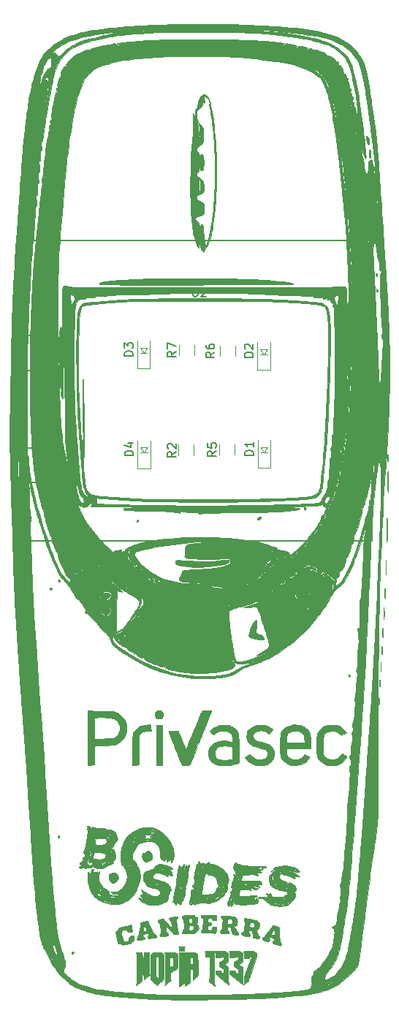
<source format=gbr>
G04 #@! TF.FileFunction,Legend,Top*
%FSLAX46Y46*%
G04 Gerber Fmt 4.6, Leading zero omitted, Abs format (unit mm)*
G04 Created by KiCad (PCBNEW 4.0.7) date Mon Aug 20 13:26:01 2018*
%MOMM*%
%LPD*%
G01*
G04 APERTURE LIST*
%ADD10C,0.100000*%
%ADD11C,0.120000*%
%ADD12C,0.150000*%
%ADD13C,0.010000*%
G04 APERTURE END LIST*
D10*
X66275000Y-82950000D02*
X67075000Y-82950000D01*
X66675000Y-82950000D02*
X66275000Y-82350000D01*
X67075000Y-82350000D02*
X66675000Y-82950000D01*
X66275000Y-82350000D02*
X67075000Y-82350000D01*
D11*
X67425000Y-81550000D02*
X67425000Y-84750000D01*
X65925000Y-84750000D02*
X65925000Y-81550000D01*
X65925000Y-84750000D02*
X67425000Y-84750000D01*
D10*
X66300000Y-94300000D02*
X67100000Y-94300000D01*
X66700000Y-94300000D02*
X66300000Y-93700000D01*
X67100000Y-93700000D02*
X66700000Y-94300000D01*
X66300000Y-93700000D02*
X67100000Y-93700000D01*
D11*
X67450000Y-92900000D02*
X67450000Y-96100000D01*
X65950000Y-96100000D02*
X65950000Y-92900000D01*
X65950000Y-96100000D02*
X67450000Y-96100000D01*
D10*
X52400000Y-94350000D02*
X53200000Y-94350000D01*
X52800000Y-94350000D02*
X52400000Y-93750000D01*
X53200000Y-93750000D02*
X52800000Y-94350000D01*
X52400000Y-93750000D02*
X53200000Y-93750000D01*
D11*
X53550000Y-92950000D02*
X53550000Y-96150000D01*
X52050000Y-96150000D02*
X52050000Y-92950000D01*
X52050000Y-96150000D02*
X53550000Y-96150000D01*
D10*
X52350000Y-82800000D02*
X53150000Y-82800000D01*
X52750000Y-82800000D02*
X52350000Y-82200000D01*
X53150000Y-82200000D02*
X52750000Y-82800000D01*
X52350000Y-82200000D02*
X53150000Y-82200000D01*
D11*
X53500000Y-81400000D02*
X53500000Y-84600000D01*
X52000000Y-84600000D02*
X52000000Y-81400000D01*
X52000000Y-84600000D02*
X53500000Y-84600000D01*
D12*
X39200000Y-69800000D02*
X39200000Y-104550000D01*
X79200000Y-69800000D02*
X79200000Y-104550000D01*
X79200000Y-93800000D02*
X76700000Y-93800000D01*
X76700000Y-93800000D02*
X76700000Y-97800000D01*
X76700000Y-97800000D02*
X79200000Y-97800000D01*
X39200000Y-93800000D02*
X41700000Y-93800000D01*
X41700000Y-93800000D02*
X41700000Y-97800000D01*
X41700000Y-97800000D02*
X39200000Y-97800000D01*
X79200000Y-80800000D02*
X76700000Y-80800000D01*
X76700000Y-80800000D02*
X76700000Y-84800000D01*
X76700000Y-84800000D02*
X79200000Y-84800000D01*
X39200000Y-80800000D02*
X41700000Y-80800000D01*
X41700000Y-80800000D02*
X41700000Y-84800000D01*
X41700000Y-84800000D02*
X39200000Y-84800000D01*
X79200000Y-104550000D02*
X39200000Y-104550000D01*
X39200000Y-69800000D02*
X79200000Y-69800000D01*
D13*
G36*
X66488610Y-125888265D02*
X66593535Y-125890366D01*
X66673415Y-125894885D01*
X66736889Y-125902654D01*
X66792600Y-125914506D01*
X66849187Y-125931273D01*
X66868583Y-125937709D01*
X66965782Y-125975125D01*
X67082424Y-126027154D01*
X67208390Y-126088537D01*
X67333556Y-126154016D01*
X67447802Y-126218333D01*
X67541006Y-126276229D01*
X67593532Y-126314321D01*
X67644641Y-126358789D01*
X67667274Y-126389083D01*
X67667247Y-126415852D01*
X67659013Y-126434201D01*
X67632676Y-126473708D01*
X67581795Y-126540578D01*
X67509859Y-126630449D01*
X67420353Y-126738961D01*
X67322193Y-126855381D01*
X67267803Y-126919280D01*
X67123256Y-126820320D01*
X66936192Y-126703175D01*
X66762687Y-126619073D01*
X66594141Y-126564989D01*
X66421948Y-126537901D01*
X66306889Y-126533334D01*
X66087413Y-126549406D01*
X65891890Y-126597129D01*
X65722540Y-126675767D01*
X65598262Y-126768723D01*
X65491362Y-126890580D01*
X65423590Y-127020052D01*
X65394899Y-127152739D01*
X65405244Y-127284242D01*
X65454580Y-127410160D01*
X65542861Y-127526095D01*
X65606678Y-127582974D01*
X65666921Y-127626104D01*
X65733814Y-127664460D01*
X65813190Y-127700137D01*
X65910878Y-127735232D01*
X66032711Y-127771841D01*
X66184519Y-127812058D01*
X66371166Y-127857751D01*
X66565179Y-127906018D01*
X66726400Y-127951049D01*
X66863898Y-127995913D01*
X66986743Y-128043679D01*
X67104005Y-128097417D01*
X67154333Y-128122796D01*
X67324709Y-128225467D01*
X67478192Y-128346678D01*
X67608635Y-128480107D01*
X67709892Y-128619428D01*
X67775814Y-128758319D01*
X67777771Y-128764212D01*
X67819948Y-128941649D01*
X67841004Y-129140841D01*
X67840648Y-129346690D01*
X67818589Y-129544097D01*
X67794885Y-129651952D01*
X67734767Y-129804924D01*
X67639929Y-129959017D01*
X67517197Y-130107234D01*
X67373397Y-130242574D01*
X67215357Y-130358040D01*
X67049902Y-130446632D01*
X67000056Y-130466842D01*
X66836840Y-130515677D01*
X66645114Y-130552990D01*
X66437446Y-130577490D01*
X66226406Y-130587886D01*
X66024561Y-130582888D01*
X65941996Y-130575491D01*
X65660308Y-130522597D01*
X65389104Y-130429375D01*
X65131307Y-130297151D01*
X64889841Y-130127250D01*
X64816714Y-130065332D01*
X64773784Y-130022942D01*
X64719178Y-129962756D01*
X64658714Y-129892024D01*
X64598212Y-129817997D01*
X64543493Y-129747924D01*
X64500376Y-129689055D01*
X64474681Y-129648642D01*
X64470736Y-129634322D01*
X64509450Y-129604949D01*
X64570635Y-129560963D01*
X64646932Y-129507393D01*
X64730984Y-129449270D01*
X64815432Y-129391626D01*
X64892919Y-129339490D01*
X64956086Y-129297893D01*
X64997575Y-129271867D01*
X65010062Y-129265593D01*
X65030621Y-129281712D01*
X65069925Y-129322898D01*
X65120381Y-129381073D01*
X65133554Y-129396967D01*
X65280631Y-129543801D01*
X65460600Y-129668305D01*
X65669088Y-129768238D01*
X65901726Y-129841361D01*
X66063138Y-129873346D01*
X66279681Y-129891592D01*
X66478708Y-129877388D01*
X66657304Y-129832033D01*
X66812555Y-129756825D01*
X66941546Y-129653062D01*
X67041363Y-129522042D01*
X67092198Y-129415114D01*
X67126255Y-129269960D01*
X67118806Y-129128647D01*
X67070677Y-128994522D01*
X66982693Y-128870931D01*
X66949751Y-128837453D01*
X66887286Y-128783833D01*
X66818184Y-128737629D01*
X66736438Y-128696505D01*
X66636043Y-128658124D01*
X66510992Y-128620149D01*
X66355279Y-128580244D01*
X66191250Y-128542375D01*
X65907252Y-128473050D01*
X65661884Y-128400027D01*
X65451496Y-128321782D01*
X65272440Y-128236792D01*
X65121069Y-128143532D01*
X64997251Y-128043742D01*
X64879397Y-127920829D01*
X64790887Y-127793426D01*
X64728810Y-127653923D01*
X64690251Y-127494714D01*
X64672298Y-127308190D01*
X64670157Y-127189500D01*
X64679419Y-126989184D01*
X64708101Y-126819316D01*
X64759869Y-126671051D01*
X64838388Y-126535546D01*
X64947325Y-126403955D01*
X65029487Y-126322569D01*
X65158212Y-126220834D01*
X65318487Y-126123868D01*
X65499533Y-126037135D01*
X65690572Y-125966100D01*
X65789083Y-125937493D01*
X65866878Y-125918581D01*
X65939020Y-125905077D01*
X66015302Y-125896111D01*
X66105521Y-125890814D01*
X66219472Y-125888319D01*
X66350000Y-125887750D01*
X66488610Y-125888265D01*
X66488610Y-125888265D01*
G37*
X66488610Y-125888265D02*
X66593535Y-125890366D01*
X66673415Y-125894885D01*
X66736889Y-125902654D01*
X66792600Y-125914506D01*
X66849187Y-125931273D01*
X66868583Y-125937709D01*
X66965782Y-125975125D01*
X67082424Y-126027154D01*
X67208390Y-126088537D01*
X67333556Y-126154016D01*
X67447802Y-126218333D01*
X67541006Y-126276229D01*
X67593532Y-126314321D01*
X67644641Y-126358789D01*
X67667274Y-126389083D01*
X67667247Y-126415852D01*
X67659013Y-126434201D01*
X67632676Y-126473708D01*
X67581795Y-126540578D01*
X67509859Y-126630449D01*
X67420353Y-126738961D01*
X67322193Y-126855381D01*
X67267803Y-126919280D01*
X67123256Y-126820320D01*
X66936192Y-126703175D01*
X66762687Y-126619073D01*
X66594141Y-126564989D01*
X66421948Y-126537901D01*
X66306889Y-126533334D01*
X66087413Y-126549406D01*
X65891890Y-126597129D01*
X65722540Y-126675767D01*
X65598262Y-126768723D01*
X65491362Y-126890580D01*
X65423590Y-127020052D01*
X65394899Y-127152739D01*
X65405244Y-127284242D01*
X65454580Y-127410160D01*
X65542861Y-127526095D01*
X65606678Y-127582974D01*
X65666921Y-127626104D01*
X65733814Y-127664460D01*
X65813190Y-127700137D01*
X65910878Y-127735232D01*
X66032711Y-127771841D01*
X66184519Y-127812058D01*
X66371166Y-127857751D01*
X66565179Y-127906018D01*
X66726400Y-127951049D01*
X66863898Y-127995913D01*
X66986743Y-128043679D01*
X67104005Y-128097417D01*
X67154333Y-128122796D01*
X67324709Y-128225467D01*
X67478192Y-128346678D01*
X67608635Y-128480107D01*
X67709892Y-128619428D01*
X67775814Y-128758319D01*
X67777771Y-128764212D01*
X67819948Y-128941649D01*
X67841004Y-129140841D01*
X67840648Y-129346690D01*
X67818589Y-129544097D01*
X67794885Y-129651952D01*
X67734767Y-129804924D01*
X67639929Y-129959017D01*
X67517197Y-130107234D01*
X67373397Y-130242574D01*
X67215357Y-130358040D01*
X67049902Y-130446632D01*
X67000056Y-130466842D01*
X66836840Y-130515677D01*
X66645114Y-130552990D01*
X66437446Y-130577490D01*
X66226406Y-130587886D01*
X66024561Y-130582888D01*
X65941996Y-130575491D01*
X65660308Y-130522597D01*
X65389104Y-130429375D01*
X65131307Y-130297151D01*
X64889841Y-130127250D01*
X64816714Y-130065332D01*
X64773784Y-130022942D01*
X64719178Y-129962756D01*
X64658714Y-129892024D01*
X64598212Y-129817997D01*
X64543493Y-129747924D01*
X64500376Y-129689055D01*
X64474681Y-129648642D01*
X64470736Y-129634322D01*
X64509450Y-129604949D01*
X64570635Y-129560963D01*
X64646932Y-129507393D01*
X64730984Y-129449270D01*
X64815432Y-129391626D01*
X64892919Y-129339490D01*
X64956086Y-129297893D01*
X64997575Y-129271867D01*
X65010062Y-129265593D01*
X65030621Y-129281712D01*
X65069925Y-129322898D01*
X65120381Y-129381073D01*
X65133554Y-129396967D01*
X65280631Y-129543801D01*
X65460600Y-129668305D01*
X65669088Y-129768238D01*
X65901726Y-129841361D01*
X66063138Y-129873346D01*
X66279681Y-129891592D01*
X66478708Y-129877388D01*
X66657304Y-129832033D01*
X66812555Y-129756825D01*
X66941546Y-129653062D01*
X67041363Y-129522042D01*
X67092198Y-129415114D01*
X67126255Y-129269960D01*
X67118806Y-129128647D01*
X67070677Y-128994522D01*
X66982693Y-128870931D01*
X66949751Y-128837453D01*
X66887286Y-128783833D01*
X66818184Y-128737629D01*
X66736438Y-128696505D01*
X66636043Y-128658124D01*
X66510992Y-128620149D01*
X66355279Y-128580244D01*
X66191250Y-128542375D01*
X65907252Y-128473050D01*
X65661884Y-128400027D01*
X65451496Y-128321782D01*
X65272440Y-128236792D01*
X65121069Y-128143532D01*
X64997251Y-128043742D01*
X64879397Y-127920829D01*
X64790887Y-127793426D01*
X64728810Y-127653923D01*
X64690251Y-127494714D01*
X64672298Y-127308190D01*
X64670157Y-127189500D01*
X64679419Y-126989184D01*
X64708101Y-126819316D01*
X64759869Y-126671051D01*
X64838388Y-126535546D01*
X64947325Y-126403955D01*
X65029487Y-126322569D01*
X65158212Y-126220834D01*
X65318487Y-126123868D01*
X65499533Y-126037135D01*
X65690572Y-125966100D01*
X65789083Y-125937493D01*
X65866878Y-125918581D01*
X65939020Y-125905077D01*
X66015302Y-125896111D01*
X66105521Y-125890814D01*
X66219472Y-125888319D01*
X66350000Y-125887750D01*
X66488610Y-125888265D01*
G36*
X70599013Y-125861520D02*
X70859921Y-125914142D01*
X71105368Y-125996942D01*
X71331218Y-126108183D01*
X71533332Y-126246128D01*
X71707570Y-126409041D01*
X71849797Y-126595184D01*
X71862402Y-126615508D01*
X71919461Y-126721919D01*
X71966887Y-126839579D01*
X72005339Y-126972781D01*
X72035478Y-127125823D01*
X72057961Y-127302998D01*
X72073449Y-127508603D01*
X72082600Y-127746934D01*
X72086075Y-128022285D01*
X72086148Y-128073209D01*
X72086166Y-128586500D01*
X69285789Y-128586500D01*
X69298871Y-128909292D01*
X69305602Y-129033770D01*
X69315113Y-129154186D01*
X69326297Y-129259088D01*
X69338047Y-129337024D01*
X69341986Y-129355391D01*
X69397066Y-129495405D01*
X69488034Y-129615506D01*
X69612739Y-129714359D01*
X69769028Y-129790625D01*
X69954749Y-129842968D01*
X70167751Y-129870050D01*
X70170583Y-129870223D01*
X70410020Y-129871745D01*
X70620880Y-129844471D01*
X70806966Y-129786878D01*
X70972081Y-129697442D01*
X71120027Y-129574638D01*
X71234455Y-129443750D01*
X71303776Y-129360047D01*
X71354590Y-129313272D01*
X71383855Y-129303012D01*
X71414897Y-129314452D01*
X71476237Y-129340887D01*
X71560087Y-129378830D01*
X71658657Y-129424797D01*
X71701092Y-129444951D01*
X71814625Y-129498622D01*
X71893653Y-129538650D01*
X71940621Y-129572050D01*
X71957975Y-129605837D01*
X71948160Y-129647027D01*
X71913621Y-129702635D01*
X71856803Y-129779679D01*
X71830253Y-129815526D01*
X71695143Y-129977996D01*
X71541381Y-130126852D01*
X71401918Y-130235349D01*
X71210922Y-130346392D01*
X70993185Y-130439477D01*
X70759197Y-130512035D01*
X70519452Y-130561502D01*
X70284443Y-130585309D01*
X70064660Y-130580892D01*
X70013115Y-130575049D01*
X69758134Y-130520067D01*
X69503543Y-130424677D01*
X69253445Y-130290639D01*
X69086561Y-130177223D01*
X68918642Y-130036669D01*
X68788447Y-129889238D01*
X68691371Y-129727394D01*
X68622811Y-129543602D01*
X68581181Y-129350038D01*
X68572933Y-129292783D01*
X68566224Y-129232658D01*
X68560971Y-129165278D01*
X68557094Y-129086259D01*
X68554508Y-128991217D01*
X68553131Y-128875767D01*
X68552881Y-128735526D01*
X68553675Y-128566108D01*
X68555431Y-128363131D01*
X68558064Y-128122371D01*
X68560182Y-127954881D01*
X69287511Y-127954881D01*
X70332297Y-127939861D01*
X70538446Y-127936750D01*
X70731443Y-127933553D01*
X70907210Y-127930359D01*
X71061670Y-127927254D01*
X71190745Y-127924326D01*
X71290358Y-127921662D01*
X71356432Y-127919351D01*
X71384890Y-127917479D01*
X71385673Y-127917233D01*
X71388867Y-127892568D01*
X71387639Y-127834011D01*
X71382745Y-127749683D01*
X71374943Y-127647707D01*
X71364992Y-127536207D01*
X71353647Y-127423303D01*
X71341668Y-127317118D01*
X71329812Y-127225776D01*
X71318835Y-127157398D01*
X71311992Y-127127247D01*
X71246354Y-126978811D01*
X71144132Y-126845403D01*
X71009577Y-126730882D01*
X70846939Y-126639101D01*
X70721437Y-126591323D01*
X70582179Y-126560237D01*
X70418191Y-126543696D01*
X70244498Y-126541695D01*
X70076123Y-126554230D01*
X69928092Y-126581295D01*
X69891972Y-126591590D01*
X69768236Y-126640836D01*
X69642966Y-126708506D01*
X69529003Y-126786461D01*
X69439187Y-126866563D01*
X69416174Y-126893167D01*
X69387950Y-126936041D01*
X69365144Y-126989166D01*
X69346893Y-127057874D01*
X69332336Y-127147497D01*
X69320609Y-127263366D01*
X69310851Y-127410814D01*
X69302198Y-127595172D01*
X69302056Y-127598649D01*
X69287511Y-127954881D01*
X68560182Y-127954881D01*
X68561593Y-127843384D01*
X68565724Y-127602948D01*
X68571247Y-127397285D01*
X68578953Y-127222612D01*
X68589633Y-127075149D01*
X68604077Y-126951116D01*
X68623076Y-126846732D01*
X68647421Y-126758215D01*
X68677903Y-126681786D01*
X68715312Y-126613663D01*
X68760439Y-126550066D01*
X68814074Y-126487214D01*
X68877009Y-126421327D01*
X68923549Y-126374814D01*
X69132693Y-126195569D01*
X69361378Y-126053334D01*
X69610765Y-125947571D01*
X69882011Y-125877743D01*
X70047372Y-125853757D01*
X70326785Y-125840813D01*
X70599013Y-125861520D01*
X70599013Y-125861520D01*
G37*
X70599013Y-125861520D02*
X70859921Y-125914142D01*
X71105368Y-125996942D01*
X71331218Y-126108183D01*
X71533332Y-126246128D01*
X71707570Y-126409041D01*
X71849797Y-126595184D01*
X71862402Y-126615508D01*
X71919461Y-126721919D01*
X71966887Y-126839579D01*
X72005339Y-126972781D01*
X72035478Y-127125823D01*
X72057961Y-127302998D01*
X72073449Y-127508603D01*
X72082600Y-127746934D01*
X72086075Y-128022285D01*
X72086148Y-128073209D01*
X72086166Y-128586500D01*
X69285789Y-128586500D01*
X69298871Y-128909292D01*
X69305602Y-129033770D01*
X69315113Y-129154186D01*
X69326297Y-129259088D01*
X69338047Y-129337024D01*
X69341986Y-129355391D01*
X69397066Y-129495405D01*
X69488034Y-129615506D01*
X69612739Y-129714359D01*
X69769028Y-129790625D01*
X69954749Y-129842968D01*
X70167751Y-129870050D01*
X70170583Y-129870223D01*
X70410020Y-129871745D01*
X70620880Y-129844471D01*
X70806966Y-129786878D01*
X70972081Y-129697442D01*
X71120027Y-129574638D01*
X71234455Y-129443750D01*
X71303776Y-129360047D01*
X71354590Y-129313272D01*
X71383855Y-129303012D01*
X71414897Y-129314452D01*
X71476237Y-129340887D01*
X71560087Y-129378830D01*
X71658657Y-129424797D01*
X71701092Y-129444951D01*
X71814625Y-129498622D01*
X71893653Y-129538650D01*
X71940621Y-129572050D01*
X71957975Y-129605837D01*
X71948160Y-129647027D01*
X71913621Y-129702635D01*
X71856803Y-129779679D01*
X71830253Y-129815526D01*
X71695143Y-129977996D01*
X71541381Y-130126852D01*
X71401918Y-130235349D01*
X71210922Y-130346392D01*
X70993185Y-130439477D01*
X70759197Y-130512035D01*
X70519452Y-130561502D01*
X70284443Y-130585309D01*
X70064660Y-130580892D01*
X70013115Y-130575049D01*
X69758134Y-130520067D01*
X69503543Y-130424677D01*
X69253445Y-130290639D01*
X69086561Y-130177223D01*
X68918642Y-130036669D01*
X68788447Y-129889238D01*
X68691371Y-129727394D01*
X68622811Y-129543602D01*
X68581181Y-129350038D01*
X68572933Y-129292783D01*
X68566224Y-129232658D01*
X68560971Y-129165278D01*
X68557094Y-129086259D01*
X68554508Y-128991217D01*
X68553131Y-128875767D01*
X68552881Y-128735526D01*
X68553675Y-128566108D01*
X68555431Y-128363131D01*
X68558064Y-128122371D01*
X68560182Y-127954881D01*
X69287511Y-127954881D01*
X70332297Y-127939861D01*
X70538446Y-127936750D01*
X70731443Y-127933553D01*
X70907210Y-127930359D01*
X71061670Y-127927254D01*
X71190745Y-127924326D01*
X71290358Y-127921662D01*
X71356432Y-127919351D01*
X71384890Y-127917479D01*
X71385673Y-127917233D01*
X71388867Y-127892568D01*
X71387639Y-127834011D01*
X71382745Y-127749683D01*
X71374943Y-127647707D01*
X71364992Y-127536207D01*
X71353647Y-127423303D01*
X71341668Y-127317118D01*
X71329812Y-127225776D01*
X71318835Y-127157398D01*
X71311992Y-127127247D01*
X71246354Y-126978811D01*
X71144132Y-126845403D01*
X71009577Y-126730882D01*
X70846939Y-126639101D01*
X70721437Y-126591323D01*
X70582179Y-126560237D01*
X70418191Y-126543696D01*
X70244498Y-126541695D01*
X70076123Y-126554230D01*
X69928092Y-126581295D01*
X69891972Y-126591590D01*
X69768236Y-126640836D01*
X69642966Y-126708506D01*
X69529003Y-126786461D01*
X69439187Y-126866563D01*
X69416174Y-126893167D01*
X69387950Y-126936041D01*
X69365144Y-126989166D01*
X69346893Y-127057874D01*
X69332336Y-127147497D01*
X69320609Y-127263366D01*
X69310851Y-127410814D01*
X69302198Y-127595172D01*
X69302056Y-127598649D01*
X69287511Y-127954881D01*
X68560182Y-127954881D01*
X68561593Y-127843384D01*
X68565724Y-127602948D01*
X68571247Y-127397285D01*
X68578953Y-127222612D01*
X68589633Y-127075149D01*
X68604077Y-126951116D01*
X68623076Y-126846732D01*
X68647421Y-126758215D01*
X68677903Y-126681786D01*
X68715312Y-126613663D01*
X68760439Y-126550066D01*
X68814074Y-126487214D01*
X68877009Y-126421327D01*
X68923549Y-126374814D01*
X69132693Y-126195569D01*
X69361378Y-126053334D01*
X69610765Y-125947571D01*
X69882011Y-125877743D01*
X70047372Y-125853757D01*
X70326785Y-125840813D01*
X70599013Y-125861520D01*
G36*
X74775129Y-125910225D02*
X74930132Y-125912514D01*
X75054880Y-125917548D01*
X75155412Y-125926454D01*
X75237766Y-125940356D01*
X75307978Y-125960381D01*
X75372088Y-125987654D01*
X75436133Y-126023300D01*
X75506151Y-126068444D01*
X75532807Y-126086439D01*
X75614581Y-126146585D01*
X75712191Y-126225492D01*
X75817334Y-126315689D01*
X75921705Y-126409702D01*
X76016999Y-126500061D01*
X76094913Y-126579292D01*
X76145454Y-126637693D01*
X76184749Y-126691488D01*
X76200566Y-126724283D01*
X76196022Y-126748009D01*
X76179681Y-126768636D01*
X76148301Y-126793758D01*
X76088179Y-126834095D01*
X76007597Y-126884339D01*
X75914838Y-126939181D01*
X75902767Y-126946114D01*
X75661476Y-127084229D01*
X75466472Y-126908108D01*
X75339700Y-126799470D01*
X75228613Y-126719400D01*
X75123162Y-126662850D01*
X75013302Y-126624773D01*
X74888983Y-126600122D01*
X74840771Y-126593800D01*
X74629409Y-126581046D01*
X74424595Y-126591952D01*
X74231495Y-126624740D01*
X74055271Y-126677634D01*
X73901088Y-126748857D01*
X73774110Y-126836633D01*
X73679502Y-126939185D01*
X73640595Y-127006691D01*
X73618685Y-127058629D01*
X73600339Y-127113076D01*
X73585287Y-127174066D01*
X73573258Y-127245631D01*
X73563982Y-127331803D01*
X73557188Y-127436616D01*
X73552606Y-127564102D01*
X73549964Y-127718293D01*
X73548993Y-127903223D01*
X73549422Y-128122924D01*
X73550729Y-128346288D01*
X73557250Y-129275421D01*
X73627095Y-129417240D01*
X73699692Y-129536809D01*
X73792100Y-129635627D01*
X73910624Y-129718536D01*
X74061567Y-129790375D01*
X74160500Y-129826858D01*
X74217521Y-129843365D01*
X74280879Y-129854673D01*
X74359634Y-129861587D01*
X74462851Y-129864914D01*
X74594416Y-129865480D01*
X74718518Y-129864667D01*
X74810254Y-129862237D01*
X74879590Y-129856791D01*
X74936492Y-129846930D01*
X74990928Y-129831257D01*
X75052864Y-129808372D01*
X75081250Y-129797173D01*
X75262404Y-129702752D01*
X75425564Y-129571761D01*
X75566710Y-129407591D01*
X75599020Y-129360332D01*
X75658694Y-129277049D01*
X75704838Y-129231663D01*
X75731753Y-129221500D01*
X75771807Y-129231188D01*
X75838662Y-129257009D01*
X75922360Y-129294096D01*
X76012945Y-129337584D01*
X76100458Y-129382605D01*
X76174943Y-129424296D01*
X76226443Y-129457788D01*
X76240726Y-129470230D01*
X76261224Y-129503608D01*
X76263147Y-129543970D01*
X76244359Y-129598238D01*
X76202724Y-129673336D01*
X76155205Y-129747518D01*
X75997188Y-129952211D01*
X75810314Y-130135410D01*
X75602546Y-130290314D01*
X75381852Y-130410119D01*
X75376455Y-130412510D01*
X75213887Y-130472272D01*
X75026393Y-130521670D01*
X74826326Y-130558867D01*
X74626036Y-130582023D01*
X74437874Y-130589300D01*
X74274191Y-130578859D01*
X74266333Y-130577762D01*
X74006315Y-130522380D01*
X73756896Y-130434418D01*
X73525174Y-130317357D01*
X73318250Y-130174673D01*
X73173185Y-130042174D01*
X73091619Y-129952273D01*
X73022006Y-129863361D01*
X72963438Y-129771328D01*
X72915008Y-129672061D01*
X72875810Y-129561451D01*
X72844936Y-129435384D01*
X72821479Y-129289751D01*
X72804532Y-129120439D01*
X72793187Y-128923339D01*
X72786538Y-128694338D01*
X72783677Y-128429325D01*
X72783385Y-128275628D01*
X72784616Y-127993038D01*
X72788260Y-127749164D01*
X72794570Y-127540447D01*
X72803799Y-127363324D01*
X72816199Y-127214234D01*
X72832024Y-127089616D01*
X72851524Y-126985909D01*
X72874953Y-126899551D01*
X72882535Y-126877198D01*
X72979097Y-126667861D01*
X73112353Y-126474671D01*
X73278626Y-126301030D01*
X73474242Y-126150340D01*
X73695524Y-126026006D01*
X73885333Y-125948904D01*
X73924424Y-125936840D01*
X73966804Y-125927458D01*
X74018149Y-125920438D01*
X74084134Y-125915461D01*
X74170435Y-125912207D01*
X74282728Y-125910357D01*
X74426687Y-125909590D01*
X74583833Y-125909557D01*
X74775129Y-125910225D01*
X74775129Y-125910225D01*
G37*
X74775129Y-125910225D02*
X74930132Y-125912514D01*
X75054880Y-125917548D01*
X75155412Y-125926454D01*
X75237766Y-125940356D01*
X75307978Y-125960381D01*
X75372088Y-125987654D01*
X75436133Y-126023300D01*
X75506151Y-126068444D01*
X75532807Y-126086439D01*
X75614581Y-126146585D01*
X75712191Y-126225492D01*
X75817334Y-126315689D01*
X75921705Y-126409702D01*
X76016999Y-126500061D01*
X76094913Y-126579292D01*
X76145454Y-126637693D01*
X76184749Y-126691488D01*
X76200566Y-126724283D01*
X76196022Y-126748009D01*
X76179681Y-126768636D01*
X76148301Y-126793758D01*
X76088179Y-126834095D01*
X76007597Y-126884339D01*
X75914838Y-126939181D01*
X75902767Y-126946114D01*
X75661476Y-127084229D01*
X75466472Y-126908108D01*
X75339700Y-126799470D01*
X75228613Y-126719400D01*
X75123162Y-126662850D01*
X75013302Y-126624773D01*
X74888983Y-126600122D01*
X74840771Y-126593800D01*
X74629409Y-126581046D01*
X74424595Y-126591952D01*
X74231495Y-126624740D01*
X74055271Y-126677634D01*
X73901088Y-126748857D01*
X73774110Y-126836633D01*
X73679502Y-126939185D01*
X73640595Y-127006691D01*
X73618685Y-127058629D01*
X73600339Y-127113076D01*
X73585287Y-127174066D01*
X73573258Y-127245631D01*
X73563982Y-127331803D01*
X73557188Y-127436616D01*
X73552606Y-127564102D01*
X73549964Y-127718293D01*
X73548993Y-127903223D01*
X73549422Y-128122924D01*
X73550729Y-128346288D01*
X73557250Y-129275421D01*
X73627095Y-129417240D01*
X73699692Y-129536809D01*
X73792100Y-129635627D01*
X73910624Y-129718536D01*
X74061567Y-129790375D01*
X74160500Y-129826858D01*
X74217521Y-129843365D01*
X74280879Y-129854673D01*
X74359634Y-129861587D01*
X74462851Y-129864914D01*
X74594416Y-129865480D01*
X74718518Y-129864667D01*
X74810254Y-129862237D01*
X74879590Y-129856791D01*
X74936492Y-129846930D01*
X74990928Y-129831257D01*
X75052864Y-129808372D01*
X75081250Y-129797173D01*
X75262404Y-129702752D01*
X75425564Y-129571761D01*
X75566710Y-129407591D01*
X75599020Y-129360332D01*
X75658694Y-129277049D01*
X75704838Y-129231663D01*
X75731753Y-129221500D01*
X75771807Y-129231188D01*
X75838662Y-129257009D01*
X75922360Y-129294096D01*
X76012945Y-129337584D01*
X76100458Y-129382605D01*
X76174943Y-129424296D01*
X76226443Y-129457788D01*
X76240726Y-129470230D01*
X76261224Y-129503608D01*
X76263147Y-129543970D01*
X76244359Y-129598238D01*
X76202724Y-129673336D01*
X76155205Y-129747518D01*
X75997188Y-129952211D01*
X75810314Y-130135410D01*
X75602546Y-130290314D01*
X75381852Y-130410119D01*
X75376455Y-130412510D01*
X75213887Y-130472272D01*
X75026393Y-130521670D01*
X74826326Y-130558867D01*
X74626036Y-130582023D01*
X74437874Y-130589300D01*
X74274191Y-130578859D01*
X74266333Y-130577762D01*
X74006315Y-130522380D01*
X73756896Y-130434418D01*
X73525174Y-130317357D01*
X73318250Y-130174673D01*
X73173185Y-130042174D01*
X73091619Y-129952273D01*
X73022006Y-129863361D01*
X72963438Y-129771328D01*
X72915008Y-129672061D01*
X72875810Y-129561451D01*
X72844936Y-129435384D01*
X72821479Y-129289751D01*
X72804532Y-129120439D01*
X72793187Y-128923339D01*
X72786538Y-128694338D01*
X72783677Y-128429325D01*
X72783385Y-128275628D01*
X72784616Y-127993038D01*
X72788260Y-127749164D01*
X72794570Y-127540447D01*
X72803799Y-127363324D01*
X72816199Y-127214234D01*
X72832024Y-127089616D01*
X72851524Y-126985909D01*
X72874953Y-126899551D01*
X72882535Y-126877198D01*
X72979097Y-126667861D01*
X73112353Y-126474671D01*
X73278626Y-126301030D01*
X73474242Y-126150340D01*
X73695524Y-126026006D01*
X73885333Y-125948904D01*
X73924424Y-125936840D01*
X73966804Y-125927458D01*
X74018149Y-125920438D01*
X74084134Y-125915461D01*
X74170435Y-125912207D01*
X74282728Y-125910357D01*
X74426687Y-125909590D01*
X74583833Y-125909557D01*
X74775129Y-125910225D01*
G36*
X62221816Y-125888781D02*
X62334762Y-125890142D01*
X62420968Y-125893198D01*
X62488229Y-125898718D01*
X62544341Y-125907473D01*
X62597101Y-125920233D01*
X62654304Y-125937766D01*
X62688166Y-125948950D01*
X62925726Y-126049578D01*
X63153107Y-126188204D01*
X63364149Y-126360680D01*
X63488185Y-126487348D01*
X63530777Y-126537607D01*
X63568689Y-126589818D01*
X63602226Y-126646670D01*
X63631697Y-126710847D01*
X63657406Y-126785035D01*
X63679661Y-126871921D01*
X63698768Y-126974191D01*
X63715034Y-127094530D01*
X63728765Y-127235624D01*
X63740267Y-127400161D01*
X63749848Y-127590824D01*
X63757813Y-127810302D01*
X63764469Y-128061279D01*
X63770123Y-128346441D01*
X63775081Y-128668476D01*
X63779650Y-129030067D01*
X63779800Y-129042852D01*
X63793882Y-130250620D01*
X63669649Y-130305219D01*
X63487325Y-130372491D01*
X63268301Y-130431100D01*
X63017467Y-130480283D01*
X62739714Y-130519281D01*
X62439931Y-130547332D01*
X62123008Y-130563673D01*
X61989666Y-130566806D01*
X61845716Y-130568093D01*
X61710529Y-130567562D01*
X61591747Y-130565378D01*
X61497014Y-130561708D01*
X61433973Y-130556717D01*
X61419620Y-130554446D01*
X61158463Y-130482566D01*
X60929530Y-130383346D01*
X60732491Y-130256506D01*
X60567016Y-130101768D01*
X60432773Y-129918852D01*
X60329433Y-129707480D01*
X60292768Y-129602500D01*
X60260984Y-129460296D01*
X60243265Y-129293000D01*
X60240053Y-129136504D01*
X60984250Y-129136504D01*
X60985463Y-129242404D01*
X60990516Y-129318799D01*
X61001524Y-129378483D01*
X61020602Y-129434249D01*
X61041146Y-129480484D01*
X61104130Y-129601844D01*
X61170277Y-129697238D01*
X61246058Y-129770504D01*
X61337946Y-129825475D01*
X61452413Y-129865987D01*
X61595932Y-129895875D01*
X61774976Y-129918974D01*
X61782484Y-129919761D01*
X61881251Y-129926774D01*
X62006774Y-129930784D01*
X62150263Y-129931998D01*
X62302930Y-129930621D01*
X62455984Y-129926860D01*
X62600636Y-129920922D01*
X62728096Y-129913012D01*
X62829575Y-129903337D01*
X62889250Y-129893788D01*
X63016250Y-129865362D01*
X63021822Y-129152322D01*
X63027395Y-128439281D01*
X62968905Y-128425961D01*
X62920421Y-128414522D01*
X62845615Y-128396437D01*
X62759250Y-128375279D01*
X62744124Y-128371545D01*
X62518242Y-128327788D01*
X62284711Y-128304571D01*
X62053042Y-128301700D01*
X61832751Y-128318979D01*
X61633351Y-128356215D01*
X61503684Y-128396947D01*
X61345961Y-128468759D01*
X61223228Y-128551160D01*
X61128404Y-128650043D01*
X61054816Y-128770468D01*
X61022803Y-128838357D01*
X61002277Y-128893845D01*
X60990702Y-128950084D01*
X60985542Y-129020224D01*
X60984263Y-129117417D01*
X60984250Y-129136504D01*
X60240053Y-129136504D01*
X60239611Y-129114996D01*
X60250022Y-128940669D01*
X60274498Y-128784405D01*
X60292789Y-128715042D01*
X60358881Y-128548013D01*
X60449896Y-128395952D01*
X60572879Y-128247687D01*
X60614408Y-128204925D01*
X60804429Y-128039570D01*
X61010206Y-127909763D01*
X61238362Y-127811832D01*
X61418166Y-127759493D01*
X61602602Y-127726777D01*
X61814379Y-127709537D01*
X62041462Y-127707696D01*
X62271821Y-127721177D01*
X62493422Y-127749903D01*
X62583178Y-127766956D01*
X62691955Y-127791162D01*
X62792761Y-127815861D01*
X62874466Y-127838183D01*
X62925939Y-127855258D01*
X62926456Y-127855472D01*
X62979323Y-127876181D01*
X63014298Y-127887363D01*
X63018648Y-127888000D01*
X63023479Y-127868275D01*
X63025061Y-127814544D01*
X63023818Y-127734976D01*
X63020172Y-127637739D01*
X63014545Y-127531003D01*
X63007360Y-127422935D01*
X62999038Y-127321704D01*
X62990003Y-127235478D01*
X62982030Y-127179816D01*
X62959428Y-127077285D01*
X62927923Y-126997408D01*
X62879292Y-126924996D01*
X62805311Y-126844859D01*
X62795344Y-126834991D01*
X62665517Y-126726459D01*
X62522730Y-126646380D01*
X62360674Y-126592568D01*
X62173043Y-126562839D01*
X61986713Y-126554868D01*
X61734647Y-126568446D01*
X61510175Y-126611076D01*
X61308838Y-126684152D01*
X61126176Y-126789071D01*
X61045962Y-126849411D01*
X60978425Y-126904261D01*
X60916927Y-126954194D01*
X60875775Y-126987592D01*
X60824604Y-127029101D01*
X60602707Y-126807960D01*
X60525170Y-126729382D01*
X60460187Y-126661028D01*
X60412886Y-126608491D01*
X60388393Y-126577365D01*
X60386197Y-126571781D01*
X60403580Y-126552130D01*
X60445701Y-126511964D01*
X60505111Y-126458266D01*
X60539750Y-126427848D01*
X60745000Y-126264034D01*
X60947581Y-126134434D01*
X61158411Y-126033166D01*
X61388404Y-125954351D01*
X61449916Y-125937534D01*
X61519990Y-125920252D01*
X61584555Y-125907480D01*
X61651901Y-125898566D01*
X61730314Y-125892855D01*
X61828086Y-125889695D01*
X61953503Y-125888434D01*
X62074333Y-125888345D01*
X62221816Y-125888781D01*
X62221816Y-125888781D01*
G37*
X62221816Y-125888781D02*
X62334762Y-125890142D01*
X62420968Y-125893198D01*
X62488229Y-125898718D01*
X62544341Y-125907473D01*
X62597101Y-125920233D01*
X62654304Y-125937766D01*
X62688166Y-125948950D01*
X62925726Y-126049578D01*
X63153107Y-126188204D01*
X63364149Y-126360680D01*
X63488185Y-126487348D01*
X63530777Y-126537607D01*
X63568689Y-126589818D01*
X63602226Y-126646670D01*
X63631697Y-126710847D01*
X63657406Y-126785035D01*
X63679661Y-126871921D01*
X63698768Y-126974191D01*
X63715034Y-127094530D01*
X63728765Y-127235624D01*
X63740267Y-127400161D01*
X63749848Y-127590824D01*
X63757813Y-127810302D01*
X63764469Y-128061279D01*
X63770123Y-128346441D01*
X63775081Y-128668476D01*
X63779650Y-129030067D01*
X63779800Y-129042852D01*
X63793882Y-130250620D01*
X63669649Y-130305219D01*
X63487325Y-130372491D01*
X63268301Y-130431100D01*
X63017467Y-130480283D01*
X62739714Y-130519281D01*
X62439931Y-130547332D01*
X62123008Y-130563673D01*
X61989666Y-130566806D01*
X61845716Y-130568093D01*
X61710529Y-130567562D01*
X61591747Y-130565378D01*
X61497014Y-130561708D01*
X61433973Y-130556717D01*
X61419620Y-130554446D01*
X61158463Y-130482566D01*
X60929530Y-130383346D01*
X60732491Y-130256506D01*
X60567016Y-130101768D01*
X60432773Y-129918852D01*
X60329433Y-129707480D01*
X60292768Y-129602500D01*
X60260984Y-129460296D01*
X60243265Y-129293000D01*
X60240053Y-129136504D01*
X60984250Y-129136504D01*
X60985463Y-129242404D01*
X60990516Y-129318799D01*
X61001524Y-129378483D01*
X61020602Y-129434249D01*
X61041146Y-129480484D01*
X61104130Y-129601844D01*
X61170277Y-129697238D01*
X61246058Y-129770504D01*
X61337946Y-129825475D01*
X61452413Y-129865987D01*
X61595932Y-129895875D01*
X61774976Y-129918974D01*
X61782484Y-129919761D01*
X61881251Y-129926774D01*
X62006774Y-129930784D01*
X62150263Y-129931998D01*
X62302930Y-129930621D01*
X62455984Y-129926860D01*
X62600636Y-129920922D01*
X62728096Y-129913012D01*
X62829575Y-129903337D01*
X62889250Y-129893788D01*
X63016250Y-129865362D01*
X63021822Y-129152322D01*
X63027395Y-128439281D01*
X62968905Y-128425961D01*
X62920421Y-128414522D01*
X62845615Y-128396437D01*
X62759250Y-128375279D01*
X62744124Y-128371545D01*
X62518242Y-128327788D01*
X62284711Y-128304571D01*
X62053042Y-128301700D01*
X61832751Y-128318979D01*
X61633351Y-128356215D01*
X61503684Y-128396947D01*
X61345961Y-128468759D01*
X61223228Y-128551160D01*
X61128404Y-128650043D01*
X61054816Y-128770468D01*
X61022803Y-128838357D01*
X61002277Y-128893845D01*
X60990702Y-128950084D01*
X60985542Y-129020224D01*
X60984263Y-129117417D01*
X60984250Y-129136504D01*
X60240053Y-129136504D01*
X60239611Y-129114996D01*
X60250022Y-128940669D01*
X60274498Y-128784405D01*
X60292789Y-128715042D01*
X60358881Y-128548013D01*
X60449896Y-128395952D01*
X60572879Y-128247687D01*
X60614408Y-128204925D01*
X60804429Y-128039570D01*
X61010206Y-127909763D01*
X61238362Y-127811832D01*
X61418166Y-127759493D01*
X61602602Y-127726777D01*
X61814379Y-127709537D01*
X62041462Y-127707696D01*
X62271821Y-127721177D01*
X62493422Y-127749903D01*
X62583178Y-127766956D01*
X62691955Y-127791162D01*
X62792761Y-127815861D01*
X62874466Y-127838183D01*
X62925939Y-127855258D01*
X62926456Y-127855472D01*
X62979323Y-127876181D01*
X63014298Y-127887363D01*
X63018648Y-127888000D01*
X63023479Y-127868275D01*
X63025061Y-127814544D01*
X63023818Y-127734976D01*
X63020172Y-127637739D01*
X63014545Y-127531003D01*
X63007360Y-127422935D01*
X62999038Y-127321704D01*
X62990003Y-127235478D01*
X62982030Y-127179816D01*
X62959428Y-127077285D01*
X62927923Y-126997408D01*
X62879292Y-126924996D01*
X62805311Y-126844859D01*
X62795344Y-126834991D01*
X62665517Y-126726459D01*
X62522730Y-126646380D01*
X62360674Y-126592568D01*
X62173043Y-126562839D01*
X61986713Y-126554868D01*
X61734647Y-126568446D01*
X61510175Y-126611076D01*
X61308838Y-126684152D01*
X61126176Y-126789071D01*
X61045962Y-126849411D01*
X60978425Y-126904261D01*
X60916927Y-126954194D01*
X60875775Y-126987592D01*
X60824604Y-127029101D01*
X60602707Y-126807960D01*
X60525170Y-126729382D01*
X60460187Y-126661028D01*
X60412886Y-126608491D01*
X60388393Y-126577365D01*
X60386197Y-126571781D01*
X60403580Y-126552130D01*
X60445701Y-126511964D01*
X60505111Y-126458266D01*
X60539750Y-126427848D01*
X60745000Y-126264034D01*
X60947581Y-126134434D01*
X61158411Y-126033166D01*
X61388404Y-125954351D01*
X61449916Y-125937534D01*
X61519990Y-125920252D01*
X61584555Y-125907480D01*
X61651901Y-125898566D01*
X61730314Y-125892855D01*
X61828086Y-125889695D01*
X61953503Y-125888434D01*
X62074333Y-125888345D01*
X62221816Y-125888781D01*
G36*
X47495791Y-124257330D02*
X47727401Y-124260304D01*
X47953411Y-124263734D01*
X48168980Y-124267511D01*
X48369268Y-124271526D01*
X48549434Y-124275673D01*
X48704640Y-124279843D01*
X48830044Y-124283927D01*
X48920806Y-124287817D01*
X48956092Y-124289974D01*
X49206545Y-124319842D01*
X49429077Y-124372088D01*
X49631595Y-124450434D01*
X49822006Y-124558600D01*
X50008217Y-124700305D01*
X50189250Y-124870213D01*
X50342986Y-125038675D01*
X50464912Y-125202166D01*
X50562222Y-125372167D01*
X50642112Y-125560158D01*
X50667762Y-125633750D01*
X50691899Y-125707495D01*
X50709759Y-125768082D01*
X50722286Y-125823915D01*
X50730426Y-125883397D01*
X50735124Y-125954932D01*
X50737327Y-126046924D01*
X50737980Y-126167777D01*
X50738021Y-126258167D01*
X50737845Y-126400504D01*
X50736689Y-126508912D01*
X50733607Y-126591797D01*
X50727653Y-126657564D01*
X50717884Y-126714617D01*
X50703354Y-126771362D01*
X50683118Y-126836204D01*
X50667814Y-126882584D01*
X50587662Y-127096523D01*
X50496576Y-127282727D01*
X50387134Y-127455645D01*
X50341692Y-127517584D01*
X50195985Y-127680941D01*
X50018798Y-127833136D01*
X49820732Y-127967129D01*
X49612390Y-128075884D01*
X49404373Y-128152364D01*
X49372457Y-128160975D01*
X49252740Y-128184872D01*
X49095500Y-128204862D01*
X48899936Y-128220987D01*
X48665243Y-128233292D01*
X48390621Y-128241821D01*
X48075266Y-128246618D01*
X47793930Y-128247798D01*
X47070778Y-128247834D01*
X47059163Y-128401292D01*
X47056497Y-128454339D01*
X47053524Y-128544610D01*
X47050349Y-128666999D01*
X47047079Y-128816397D01*
X47043820Y-128987698D01*
X47040677Y-129175795D01*
X47037757Y-129375581D01*
X47035813Y-129527031D01*
X47033315Y-129725513D01*
X47030788Y-129910547D01*
X47028304Y-130077927D01*
X47025934Y-130223452D01*
X47023751Y-130342918D01*
X47021825Y-130432123D01*
X47020229Y-130486863D01*
X47019164Y-130503181D01*
X46997486Y-130505250D01*
X46940445Y-130508576D01*
X46854977Y-130512810D01*
X46748022Y-130517606D01*
X46649125Y-130521716D01*
X46284000Y-130536380D01*
X46284000Y-127489947D01*
X47045657Y-127489947D01*
X47929536Y-127475594D01*
X48126961Y-127472000D01*
X48317901Y-127467790D01*
X48496700Y-127463142D01*
X48657701Y-127458234D01*
X48795246Y-127453242D01*
X48903680Y-127448344D01*
X48977345Y-127443717D01*
X48993333Y-127442251D01*
X49192978Y-127400534D01*
X49379556Y-127320957D01*
X49549026Y-127207020D01*
X49697347Y-127062223D01*
X49820479Y-126890065D01*
X49914380Y-126694048D01*
X49938645Y-126623502D01*
X49964596Y-126534561D01*
X49979864Y-126461568D01*
X49986254Y-126388381D01*
X49985569Y-126298855D01*
X49982531Y-126230923D01*
X49954572Y-126003868D01*
X49896154Y-125795437D01*
X49809257Y-125610358D01*
X49695858Y-125453354D01*
X49628881Y-125385995D01*
X49529207Y-125305106D01*
X49421113Y-125235672D01*
X49301063Y-125177023D01*
X49165525Y-125128491D01*
X49010963Y-125089408D01*
X48833845Y-125059106D01*
X48630636Y-125036915D01*
X48397802Y-125022168D01*
X48131810Y-125014195D01*
X47829124Y-125012329D01*
X47659833Y-125013509D01*
X47056583Y-125019917D01*
X47045657Y-127489947D01*
X46284000Y-127489947D01*
X46284000Y-124243223D01*
X47495791Y-124257330D01*
X47495791Y-124257330D01*
G37*
X47495791Y-124257330D02*
X47727401Y-124260304D01*
X47953411Y-124263734D01*
X48168980Y-124267511D01*
X48369268Y-124271526D01*
X48549434Y-124275673D01*
X48704640Y-124279843D01*
X48830044Y-124283927D01*
X48920806Y-124287817D01*
X48956092Y-124289974D01*
X49206545Y-124319842D01*
X49429077Y-124372088D01*
X49631595Y-124450434D01*
X49822006Y-124558600D01*
X50008217Y-124700305D01*
X50189250Y-124870213D01*
X50342986Y-125038675D01*
X50464912Y-125202166D01*
X50562222Y-125372167D01*
X50642112Y-125560158D01*
X50667762Y-125633750D01*
X50691899Y-125707495D01*
X50709759Y-125768082D01*
X50722286Y-125823915D01*
X50730426Y-125883397D01*
X50735124Y-125954932D01*
X50737327Y-126046924D01*
X50737980Y-126167777D01*
X50738021Y-126258167D01*
X50737845Y-126400504D01*
X50736689Y-126508912D01*
X50733607Y-126591797D01*
X50727653Y-126657564D01*
X50717884Y-126714617D01*
X50703354Y-126771362D01*
X50683118Y-126836204D01*
X50667814Y-126882584D01*
X50587662Y-127096523D01*
X50496576Y-127282727D01*
X50387134Y-127455645D01*
X50341692Y-127517584D01*
X50195985Y-127680941D01*
X50018798Y-127833136D01*
X49820732Y-127967129D01*
X49612390Y-128075884D01*
X49404373Y-128152364D01*
X49372457Y-128160975D01*
X49252740Y-128184872D01*
X49095500Y-128204862D01*
X48899936Y-128220987D01*
X48665243Y-128233292D01*
X48390621Y-128241821D01*
X48075266Y-128246618D01*
X47793930Y-128247798D01*
X47070778Y-128247834D01*
X47059163Y-128401292D01*
X47056497Y-128454339D01*
X47053524Y-128544610D01*
X47050349Y-128666999D01*
X47047079Y-128816397D01*
X47043820Y-128987698D01*
X47040677Y-129175795D01*
X47037757Y-129375581D01*
X47035813Y-129527031D01*
X47033315Y-129725513D01*
X47030788Y-129910547D01*
X47028304Y-130077927D01*
X47025934Y-130223452D01*
X47023751Y-130342918D01*
X47021825Y-130432123D01*
X47020229Y-130486863D01*
X47019164Y-130503181D01*
X46997486Y-130505250D01*
X46940445Y-130508576D01*
X46854977Y-130512810D01*
X46748022Y-130517606D01*
X46649125Y-130521716D01*
X46284000Y-130536380D01*
X46284000Y-127489947D01*
X47045657Y-127489947D01*
X47929536Y-127475594D01*
X48126961Y-127472000D01*
X48317901Y-127467790D01*
X48496700Y-127463142D01*
X48657701Y-127458234D01*
X48795246Y-127453242D01*
X48903680Y-127448344D01*
X48977345Y-127443717D01*
X48993333Y-127442251D01*
X49192978Y-127400534D01*
X49379556Y-127320957D01*
X49549026Y-127207020D01*
X49697347Y-127062223D01*
X49820479Y-126890065D01*
X49914380Y-126694048D01*
X49938645Y-126623502D01*
X49964596Y-126534561D01*
X49979864Y-126461568D01*
X49986254Y-126388381D01*
X49985569Y-126298855D01*
X49982531Y-126230923D01*
X49954572Y-126003868D01*
X49896154Y-125795437D01*
X49809257Y-125610358D01*
X49695858Y-125453354D01*
X49628881Y-125385995D01*
X49529207Y-125305106D01*
X49421113Y-125235672D01*
X49301063Y-125177023D01*
X49165525Y-125128491D01*
X49010963Y-125089408D01*
X48833845Y-125059106D01*
X48630636Y-125036915D01*
X48397802Y-125022168D01*
X48131810Y-125014195D01*
X47829124Y-125012329D01*
X47659833Y-125013509D01*
X47056583Y-125019917D01*
X47045657Y-127489947D01*
X46284000Y-127489947D01*
X46284000Y-124243223D01*
X47495791Y-124257330D01*
G36*
X53438333Y-125860019D02*
X53575916Y-125866584D01*
X53581720Y-126221125D01*
X53587523Y-126575667D01*
X53321191Y-126575667D01*
X53107836Y-126580722D01*
X52928954Y-126597361D01*
X52777733Y-126627794D01*
X52647363Y-126674232D01*
X52531034Y-126738886D01*
X52421935Y-126823965D01*
X52352980Y-126889934D01*
X52214765Y-127030750D01*
X52186257Y-128759376D01*
X52181735Y-129026052D01*
X52177179Y-129280387D01*
X52172661Y-129519224D01*
X52168253Y-129739403D01*
X52164024Y-129937766D01*
X52160046Y-130111154D01*
X52156390Y-130256409D01*
X52153127Y-130370373D01*
X52150329Y-130449885D01*
X52148065Y-130491789D01*
X52147166Y-130497642D01*
X52123546Y-130501641D01*
X52064758Y-130506665D01*
X51977940Y-130512242D01*
X51870230Y-130517903D01*
X51776750Y-130522055D01*
X51416916Y-130536828D01*
X51422152Y-129757456D01*
X51424270Y-129501000D01*
X51427176Y-129238054D01*
X51430779Y-128972337D01*
X51434990Y-128707564D01*
X51439717Y-128447454D01*
X51444871Y-128195723D01*
X51450359Y-127956088D01*
X51456092Y-127732267D01*
X51461978Y-127527976D01*
X51467928Y-127346932D01*
X51473850Y-127192854D01*
X51479654Y-127069457D01*
X51485248Y-126980460D01*
X51490544Y-126929578D01*
X51491226Y-126925855D01*
X51512977Y-126855440D01*
X51550465Y-126767608D01*
X51595990Y-126680197D01*
X51600872Y-126671855D01*
X51746059Y-126467696D01*
X51923142Y-126291307D01*
X52131965Y-126142802D01*
X52372369Y-126022298D01*
X52581083Y-125948007D01*
X52691257Y-125921612D01*
X52831243Y-125898203D01*
X52988552Y-125879064D01*
X53150698Y-125865476D01*
X53305192Y-125858719D01*
X53438333Y-125860019D01*
X53438333Y-125860019D01*
G37*
X53438333Y-125860019D02*
X53575916Y-125866584D01*
X53581720Y-126221125D01*
X53587523Y-126575667D01*
X53321191Y-126575667D01*
X53107836Y-126580722D01*
X52928954Y-126597361D01*
X52777733Y-126627794D01*
X52647363Y-126674232D01*
X52531034Y-126738886D01*
X52421935Y-126823965D01*
X52352980Y-126889934D01*
X52214765Y-127030750D01*
X52186257Y-128759376D01*
X52181735Y-129026052D01*
X52177179Y-129280387D01*
X52172661Y-129519224D01*
X52168253Y-129739403D01*
X52164024Y-129937766D01*
X52160046Y-130111154D01*
X52156390Y-130256409D01*
X52153127Y-130370373D01*
X52150329Y-130449885D01*
X52148065Y-130491789D01*
X52147166Y-130497642D01*
X52123546Y-130501641D01*
X52064758Y-130506665D01*
X51977940Y-130512242D01*
X51870230Y-130517903D01*
X51776750Y-130522055D01*
X51416916Y-130536828D01*
X51422152Y-129757456D01*
X51424270Y-129501000D01*
X51427176Y-129238054D01*
X51430779Y-128972337D01*
X51434990Y-128707564D01*
X51439717Y-128447454D01*
X51444871Y-128195723D01*
X51450359Y-127956088D01*
X51456092Y-127732267D01*
X51461978Y-127527976D01*
X51467928Y-127346932D01*
X51473850Y-127192854D01*
X51479654Y-127069457D01*
X51485248Y-126980460D01*
X51490544Y-126929578D01*
X51491226Y-126925855D01*
X51512977Y-126855440D01*
X51550465Y-126767608D01*
X51595990Y-126680197D01*
X51600872Y-126671855D01*
X51746059Y-126467696D01*
X51923142Y-126291307D01*
X52131965Y-126142802D01*
X52372369Y-126022298D01*
X52581083Y-125948007D01*
X52691257Y-125921612D01*
X52831243Y-125898203D01*
X52988552Y-125879064D01*
X53150698Y-125865476D01*
X53305192Y-125858719D01*
X53438333Y-125860019D01*
G36*
X54920000Y-130533834D02*
X54200333Y-130533834D01*
X54200333Y-125919500D01*
X54920000Y-125919500D01*
X54920000Y-130533834D01*
X54920000Y-130533834D01*
G37*
X54920000Y-130533834D02*
X54200333Y-130533834D01*
X54200333Y-125919500D01*
X54920000Y-125919500D01*
X54920000Y-130533834D01*
G36*
X60048130Y-124189553D02*
X60193307Y-124193345D01*
X60324182Y-124197666D01*
X60434895Y-124202250D01*
X60519586Y-124206828D01*
X60572397Y-124211135D01*
X60587699Y-124214144D01*
X60587219Y-124238950D01*
X60572902Y-124289945D01*
X60555188Y-124337551D01*
X60532911Y-124392790D01*
X60498420Y-124478830D01*
X60455129Y-124587133D01*
X60406451Y-124709157D01*
X60358564Y-124829417D01*
X60306159Y-124961055D01*
X60254240Y-125091316D01*
X60206720Y-125210394D01*
X60167511Y-125308480D01*
X60143183Y-125369167D01*
X60106887Y-125459818D01*
X60071310Y-125549257D01*
X60043736Y-125619161D01*
X60042170Y-125623167D01*
X60025727Y-125664607D01*
X59995487Y-125740159D01*
X59953517Y-125844683D01*
X59901884Y-125973043D01*
X59842653Y-126120100D01*
X59777892Y-126280718D01*
X59714380Y-126438084D01*
X59649986Y-126597559D01*
X59591270Y-126742964D01*
X59536305Y-126879069D01*
X59483161Y-127010647D01*
X59429912Y-127142471D01*
X59374629Y-127279312D01*
X59315384Y-127425942D01*
X59250249Y-127587133D01*
X59177296Y-127767658D01*
X59094597Y-127972288D01*
X59000224Y-128205797D01*
X58892249Y-128472954D01*
X58872022Y-128523000D01*
X58774288Y-128764522D01*
X58678165Y-129001501D01*
X58586185Y-129227726D01*
X58500876Y-129436987D01*
X58424770Y-129623075D01*
X58360397Y-129779779D01*
X58328711Y-129856500D01*
X58291534Y-129946828D01*
X58245783Y-130058806D01*
X58198651Y-130174798D01*
X58174428Y-130234705D01*
X58120975Y-130357525D01*
X58075552Y-130440672D01*
X58037215Y-130485842D01*
X58033177Y-130488705D01*
X58006661Y-130501388D01*
X57966954Y-130511082D01*
X57908084Y-130518337D01*
X57824077Y-130523702D01*
X57708961Y-130527725D01*
X57577357Y-130530588D01*
X57174250Y-130537927D01*
X56862541Y-129758005D01*
X56789556Y-129575431D01*
X56717658Y-129395656D01*
X56649256Y-129224696D01*
X56586756Y-129068562D01*
X56532565Y-128933269D01*
X56489091Y-128824829D01*
X56458741Y-128749256D01*
X56457129Y-128745250D01*
X56363132Y-128511662D01*
X56283272Y-128313138D01*
X56215864Y-128145477D01*
X56159225Y-128004475D01*
X56111669Y-127885933D01*
X56071512Y-127785648D01*
X56037070Y-127699418D01*
X56006658Y-127623041D01*
X55978592Y-127552317D01*
X55956472Y-127496417D01*
X55909388Y-127377685D01*
X55853161Y-127236492D01*
X55794490Y-127089633D01*
X55740078Y-126953905D01*
X55734507Y-126940044D01*
X55693532Y-126834885D01*
X55660437Y-126743624D01*
X55637602Y-126673356D01*
X55627407Y-126631178D01*
X55628029Y-126622544D01*
X55652455Y-126618224D01*
X55713442Y-126613875D01*
X55805220Y-126609720D01*
X55922017Y-126605981D01*
X56058061Y-126602880D01*
X56191891Y-126600823D01*
X56358795Y-126598981D01*
X56488264Y-126598140D01*
X56585190Y-126598575D01*
X56654465Y-126600564D01*
X56700980Y-126604381D01*
X56729629Y-126610305D01*
X56745302Y-126618610D01*
X56752891Y-126629573D01*
X56754034Y-126632573D01*
X56769561Y-126673077D01*
X56797537Y-126742466D01*
X56833812Y-126830679D01*
X56874236Y-126927657D01*
X56914659Y-127023341D01*
X56931401Y-127062500D01*
X56950665Y-127108103D01*
X56983360Y-127186335D01*
X57026781Y-127290687D01*
X57078223Y-127414650D01*
X57134981Y-127551716D01*
X57182117Y-127665750D01*
X57284364Y-127912604D01*
X57371729Y-128121930D01*
X57444996Y-128295529D01*
X57504953Y-128435202D01*
X57552385Y-128542747D01*
X57588079Y-128619965D01*
X57612819Y-128668656D01*
X57627393Y-128690620D01*
X57630392Y-128692334D01*
X57645631Y-128674272D01*
X57670619Y-128626907D01*
X57699963Y-128560468D01*
X57700137Y-128560042D01*
X57736651Y-128471413D01*
X57780185Y-128366592D01*
X57821009Y-128269000D01*
X57857719Y-128181122D01*
X57903632Y-128070427D01*
X57951963Y-127953297D01*
X57983125Y-127877417D01*
X58052551Y-127708134D01*
X58126914Y-127527141D01*
X58204175Y-127339375D01*
X58282295Y-127149773D01*
X58359233Y-126963271D01*
X58432951Y-126784805D01*
X58501409Y-126619313D01*
X58562566Y-126471731D01*
X58614385Y-126346996D01*
X58654824Y-126250044D01*
X58681844Y-126185812D01*
X58687098Y-126173500D01*
X58721135Y-126093987D01*
X58756531Y-126010710D01*
X58795300Y-125918849D01*
X58839458Y-125813588D01*
X58891018Y-125690106D01*
X58951996Y-125543586D01*
X59024407Y-125369209D01*
X59110264Y-125162157D01*
X59142895Y-125083417D01*
X59211890Y-124917001D01*
X59277529Y-124758861D01*
X59337610Y-124614287D01*
X59389931Y-124488570D01*
X59432290Y-124387004D01*
X59462485Y-124314879D01*
X59476713Y-124281210D01*
X59521102Y-124177504D01*
X60048130Y-124189553D01*
X60048130Y-124189553D01*
G37*
X60048130Y-124189553D02*
X60193307Y-124193345D01*
X60324182Y-124197666D01*
X60434895Y-124202250D01*
X60519586Y-124206828D01*
X60572397Y-124211135D01*
X60587699Y-124214144D01*
X60587219Y-124238950D01*
X60572902Y-124289945D01*
X60555188Y-124337551D01*
X60532911Y-124392790D01*
X60498420Y-124478830D01*
X60455129Y-124587133D01*
X60406451Y-124709157D01*
X60358564Y-124829417D01*
X60306159Y-124961055D01*
X60254240Y-125091316D01*
X60206720Y-125210394D01*
X60167511Y-125308480D01*
X60143183Y-125369167D01*
X60106887Y-125459818D01*
X60071310Y-125549257D01*
X60043736Y-125619161D01*
X60042170Y-125623167D01*
X60025727Y-125664607D01*
X59995487Y-125740159D01*
X59953517Y-125844683D01*
X59901884Y-125973043D01*
X59842653Y-126120100D01*
X59777892Y-126280718D01*
X59714380Y-126438084D01*
X59649986Y-126597559D01*
X59591270Y-126742964D01*
X59536305Y-126879069D01*
X59483161Y-127010647D01*
X59429912Y-127142471D01*
X59374629Y-127279312D01*
X59315384Y-127425942D01*
X59250249Y-127587133D01*
X59177296Y-127767658D01*
X59094597Y-127972288D01*
X59000224Y-128205797D01*
X58892249Y-128472954D01*
X58872022Y-128523000D01*
X58774288Y-128764522D01*
X58678165Y-129001501D01*
X58586185Y-129227726D01*
X58500876Y-129436987D01*
X58424770Y-129623075D01*
X58360397Y-129779779D01*
X58328711Y-129856500D01*
X58291534Y-129946828D01*
X58245783Y-130058806D01*
X58198651Y-130174798D01*
X58174428Y-130234705D01*
X58120975Y-130357525D01*
X58075552Y-130440672D01*
X58037215Y-130485842D01*
X58033177Y-130488705D01*
X58006661Y-130501388D01*
X57966954Y-130511082D01*
X57908084Y-130518337D01*
X57824077Y-130523702D01*
X57708961Y-130527725D01*
X57577357Y-130530588D01*
X57174250Y-130537927D01*
X56862541Y-129758005D01*
X56789556Y-129575431D01*
X56717658Y-129395656D01*
X56649256Y-129224696D01*
X56586756Y-129068562D01*
X56532565Y-128933269D01*
X56489091Y-128824829D01*
X56458741Y-128749256D01*
X56457129Y-128745250D01*
X56363132Y-128511662D01*
X56283272Y-128313138D01*
X56215864Y-128145477D01*
X56159225Y-128004475D01*
X56111669Y-127885933D01*
X56071512Y-127785648D01*
X56037070Y-127699418D01*
X56006658Y-127623041D01*
X55978592Y-127552317D01*
X55956472Y-127496417D01*
X55909388Y-127377685D01*
X55853161Y-127236492D01*
X55794490Y-127089633D01*
X55740078Y-126953905D01*
X55734507Y-126940044D01*
X55693532Y-126834885D01*
X55660437Y-126743624D01*
X55637602Y-126673356D01*
X55627407Y-126631178D01*
X55628029Y-126622544D01*
X55652455Y-126618224D01*
X55713442Y-126613875D01*
X55805220Y-126609720D01*
X55922017Y-126605981D01*
X56058061Y-126602880D01*
X56191891Y-126600823D01*
X56358795Y-126598981D01*
X56488264Y-126598140D01*
X56585190Y-126598575D01*
X56654465Y-126600564D01*
X56700980Y-126604381D01*
X56729629Y-126610305D01*
X56745302Y-126618610D01*
X56752891Y-126629573D01*
X56754034Y-126632573D01*
X56769561Y-126673077D01*
X56797537Y-126742466D01*
X56833812Y-126830679D01*
X56874236Y-126927657D01*
X56914659Y-127023341D01*
X56931401Y-127062500D01*
X56950665Y-127108103D01*
X56983360Y-127186335D01*
X57026781Y-127290687D01*
X57078223Y-127414650D01*
X57134981Y-127551716D01*
X57182117Y-127665750D01*
X57284364Y-127912604D01*
X57371729Y-128121930D01*
X57444996Y-128295529D01*
X57504953Y-128435202D01*
X57552385Y-128542747D01*
X57588079Y-128619965D01*
X57612819Y-128668656D01*
X57627393Y-128690620D01*
X57630392Y-128692334D01*
X57645631Y-128674272D01*
X57670619Y-128626907D01*
X57699963Y-128560468D01*
X57700137Y-128560042D01*
X57736651Y-128471413D01*
X57780185Y-128366592D01*
X57821009Y-128269000D01*
X57857719Y-128181122D01*
X57903632Y-128070427D01*
X57951963Y-127953297D01*
X57983125Y-127877417D01*
X58052551Y-127708134D01*
X58126914Y-127527141D01*
X58204175Y-127339375D01*
X58282295Y-127149773D01*
X58359233Y-126963271D01*
X58432951Y-126784805D01*
X58501409Y-126619313D01*
X58562566Y-126471731D01*
X58614385Y-126346996D01*
X58654824Y-126250044D01*
X58681844Y-126185812D01*
X58687098Y-126173500D01*
X58721135Y-126093987D01*
X58756531Y-126010710D01*
X58795300Y-125918849D01*
X58839458Y-125813588D01*
X58891018Y-125690106D01*
X58951996Y-125543586D01*
X59024407Y-125369209D01*
X59110264Y-125162157D01*
X59142895Y-125083417D01*
X59211890Y-124917001D01*
X59277529Y-124758861D01*
X59337610Y-124614287D01*
X59389931Y-124488570D01*
X59432290Y-124387004D01*
X59462485Y-124314879D01*
X59476713Y-124281210D01*
X59521102Y-124177504D01*
X60048130Y-124189553D01*
G36*
X54720297Y-124222814D02*
X54832897Y-124281652D01*
X54924221Y-124367659D01*
X54989109Y-124477754D01*
X55022398Y-124608856D01*
X55025715Y-124669531D01*
X55015392Y-124806896D01*
X54982333Y-124917367D01*
X54922936Y-125011813D01*
X54905654Y-125031877D01*
X54812420Y-125105666D01*
X54694329Y-125154811D01*
X54562460Y-125177046D01*
X54427895Y-125170100D01*
X54340557Y-125147571D01*
X54250319Y-125099464D01*
X54164787Y-125026842D01*
X54099143Y-124943650D01*
X54081392Y-124909472D01*
X54066536Y-124853144D01*
X54056197Y-124772112D01*
X54052631Y-124687222D01*
X54067086Y-124534119D01*
X54110144Y-124411289D01*
X54182873Y-124316851D01*
X54286342Y-124248924D01*
X54306455Y-124240129D01*
X54451915Y-124198971D01*
X54591582Y-124194226D01*
X54720297Y-124222814D01*
X54720297Y-124222814D01*
G37*
X54720297Y-124222814D02*
X54832897Y-124281652D01*
X54924221Y-124367659D01*
X54989109Y-124477754D01*
X55022398Y-124608856D01*
X55025715Y-124669531D01*
X55015392Y-124806896D01*
X54982333Y-124917367D01*
X54922936Y-125011813D01*
X54905654Y-125031877D01*
X54812420Y-125105666D01*
X54694329Y-125154811D01*
X54562460Y-125177046D01*
X54427895Y-125170100D01*
X54340557Y-125147571D01*
X54250319Y-125099464D01*
X54164787Y-125026842D01*
X54099143Y-124943650D01*
X54081392Y-124909472D01*
X54066536Y-124853144D01*
X54056197Y-124772112D01*
X54052631Y-124687222D01*
X54067086Y-124534119D01*
X54110144Y-124411289D01*
X54182873Y-124316851D01*
X54286342Y-124248924D01*
X54306455Y-124240129D01*
X54451915Y-124198971D01*
X54591582Y-124194226D01*
X54720297Y-124222814D01*
G36*
X59955942Y-44697614D02*
X60334815Y-44698488D01*
X60703579Y-44699875D01*
X61057466Y-44701773D01*
X61391710Y-44704184D01*
X61701544Y-44707105D01*
X61982199Y-44710538D01*
X62228909Y-44714481D01*
X62375000Y-44717458D01*
X63318212Y-44741592D01*
X64233172Y-44770585D01*
X65118833Y-44804360D01*
X65974147Y-44842838D01*
X66798066Y-44885940D01*
X67589544Y-44933589D01*
X68347531Y-44985707D01*
X69070981Y-45042215D01*
X69758845Y-45103035D01*
X70410076Y-45168089D01*
X71023626Y-45237299D01*
X71598448Y-45310587D01*
X72133494Y-45387874D01*
X72627716Y-45469082D01*
X72756670Y-45492153D01*
X73378185Y-45620495D01*
X73964719Y-45772583D01*
X74516394Y-45948501D01*
X75033333Y-46148335D01*
X75515657Y-46372167D01*
X75963490Y-46620085D01*
X76376953Y-46892171D01*
X76756170Y-47188511D01*
X77101262Y-47509189D01*
X77412352Y-47854290D01*
X77689562Y-48223899D01*
X77933015Y-48618100D01*
X78142833Y-49036977D01*
X78249033Y-49290931D01*
X78286845Y-49389821D01*
X78323165Y-49489186D01*
X78358257Y-49590580D01*
X78392386Y-49695557D01*
X78425814Y-49805670D01*
X78458807Y-49922473D01*
X78491629Y-50047519D01*
X78524543Y-50182362D01*
X78557813Y-50328557D01*
X78591705Y-50487655D01*
X78626481Y-50661212D01*
X78662406Y-50850780D01*
X78699744Y-51057914D01*
X78738759Y-51284167D01*
X78779716Y-51531092D01*
X78822878Y-51800244D01*
X78868509Y-52093176D01*
X78916874Y-52411441D01*
X78968237Y-52756593D01*
X79022861Y-53130186D01*
X79081011Y-53533774D01*
X79142951Y-53968909D01*
X79208945Y-54437147D01*
X79279258Y-54940040D01*
X79354152Y-55479142D01*
X79433893Y-56056007D01*
X79518744Y-56672188D01*
X79581850Y-57131583D01*
X79814264Y-58824917D01*
X79900708Y-60211333D01*
X79936596Y-60782687D01*
X79975465Y-61393538D01*
X80017138Y-62041166D01*
X80061434Y-62722852D01*
X80108176Y-63435879D01*
X80157183Y-64177527D01*
X80208278Y-64945078D01*
X80261280Y-65735812D01*
X80316011Y-66547011D01*
X80372293Y-67375956D01*
X80377359Y-67450333D01*
X80432066Y-68254114D01*
X80483874Y-69017419D01*
X80532885Y-69742002D01*
X80579200Y-70429615D01*
X80622919Y-71082009D01*
X80664142Y-71700937D01*
X80702971Y-72288150D01*
X80739507Y-72845402D01*
X80773849Y-73374444D01*
X80806099Y-73877028D01*
X80836357Y-74354907D01*
X80864724Y-74809832D01*
X80891301Y-75243556D01*
X80916187Y-75657831D01*
X80939485Y-76054409D01*
X80961295Y-76435043D01*
X80981716Y-76801483D01*
X81000851Y-77155484D01*
X81018799Y-77498796D01*
X81035662Y-77833171D01*
X81051540Y-78160363D01*
X81066533Y-78482123D01*
X81080743Y-78800203D01*
X81094270Y-79116355D01*
X81107214Y-79432332D01*
X81119677Y-79749886D01*
X81131759Y-80070768D01*
X81143561Y-80396732D01*
X81155183Y-80729529D01*
X81166726Y-81070911D01*
X81175804Y-81346250D01*
X81180417Y-81514462D01*
X81184604Y-81720929D01*
X81188366Y-81961943D01*
X81191701Y-82233794D01*
X81194611Y-82532775D01*
X81197096Y-82855177D01*
X81199155Y-83197291D01*
X81200788Y-83555410D01*
X81201997Y-83925825D01*
X81202780Y-84304828D01*
X81203138Y-84688710D01*
X81203071Y-85073763D01*
X81202579Y-85456279D01*
X81201663Y-85832549D01*
X81200321Y-86198865D01*
X81198556Y-86551518D01*
X81196365Y-86886801D01*
X81193750Y-87201004D01*
X81190711Y-87490420D01*
X81187248Y-87751340D01*
X81183360Y-87980056D01*
X81179048Y-88172858D01*
X81175629Y-88288917D01*
X81156128Y-88855812D01*
X81136659Y-89394479D01*
X81116962Y-89909784D01*
X81096779Y-90406592D01*
X81075852Y-90889771D01*
X81053921Y-91364185D01*
X81030728Y-91834702D01*
X81006015Y-92306187D01*
X80979523Y-92783507D01*
X80950994Y-93271527D01*
X80920167Y-93775115D01*
X80886787Y-94299135D01*
X80850592Y-94848455D01*
X80811326Y-95427941D01*
X80768729Y-96042457D01*
X80747620Y-96342833D01*
X80662024Y-97586553D01*
X80581960Y-98813726D01*
X80507224Y-100028964D01*
X80437612Y-101236883D01*
X80372920Y-102442097D01*
X80312944Y-103649220D01*
X80257479Y-104862865D01*
X80206322Y-106087649D01*
X80159268Y-107328184D01*
X80116113Y-108589084D01*
X80076653Y-109874965D01*
X80040684Y-111190440D01*
X80008002Y-112540124D01*
X79985849Y-113561917D01*
X79977336Y-113991482D01*
X79969065Y-114443270D01*
X79961056Y-114914634D01*
X79953330Y-115402931D01*
X79945908Y-115905516D01*
X79938812Y-116419743D01*
X79932061Y-116942968D01*
X79925678Y-117472547D01*
X79919684Y-118005833D01*
X79914099Y-118540183D01*
X79908944Y-119072952D01*
X79904240Y-119601495D01*
X79900009Y-120123167D01*
X79896271Y-120635322D01*
X79893048Y-121135318D01*
X79890360Y-121620508D01*
X79888229Y-122088248D01*
X79886675Y-122535892D01*
X79885720Y-122960797D01*
X79885384Y-123360318D01*
X79885689Y-123731809D01*
X79886655Y-124072625D01*
X79888304Y-124380123D01*
X79890657Y-124651656D01*
X79893735Y-124884582D01*
X79895195Y-124967474D01*
X79896742Y-125094202D01*
X79896454Y-125206958D01*
X79894483Y-125298675D01*
X79890981Y-125362285D01*
X79886102Y-125390721D01*
X79886044Y-125390808D01*
X79883597Y-125415301D01*
X79881570Y-125478918D01*
X79879970Y-125578448D01*
X79878804Y-125710684D01*
X79878079Y-125872417D01*
X79877802Y-126060439D01*
X79877980Y-126271541D01*
X79878621Y-126502513D01*
X79879732Y-126750149D01*
X79881319Y-127011238D01*
X79882172Y-127129750D01*
X79886734Y-127786054D01*
X79890490Y-128435617D01*
X79893450Y-129076495D01*
X79895624Y-129706745D01*
X79897021Y-130324425D01*
X79897649Y-130927592D01*
X79897518Y-131514304D01*
X79896637Y-132082618D01*
X79895016Y-132630590D01*
X79892662Y-133156279D01*
X79889587Y-133657741D01*
X79885798Y-134133035D01*
X79881306Y-134580216D01*
X79876119Y-134997343D01*
X79870246Y-135382472D01*
X79863696Y-135733662D01*
X79856480Y-136048968D01*
X79848605Y-136326450D01*
X79840082Y-136564163D01*
X79837237Y-136631097D01*
X79827850Y-136829168D01*
X79817730Y-137011274D01*
X79806240Y-137183263D01*
X79792743Y-137350980D01*
X79776601Y-137520275D01*
X79757176Y-137696992D01*
X79733832Y-137886980D01*
X79705931Y-138096085D01*
X79672835Y-138330154D01*
X79633908Y-138595034D01*
X79594788Y-138855179D01*
X79511563Y-139406952D01*
X79431076Y-139945726D01*
X79352880Y-140474789D01*
X79276528Y-140997430D01*
X79201571Y-141516936D01*
X79127562Y-142036595D01*
X79054053Y-142559696D01*
X78980598Y-143089525D01*
X78906748Y-143629372D01*
X78832055Y-144182523D01*
X78756073Y-144752268D01*
X78678354Y-145341893D01*
X78598449Y-145954687D01*
X78515912Y-146593938D01*
X78430295Y-147262933D01*
X78341151Y-147964961D01*
X78248031Y-148703310D01*
X78175590Y-149280667D01*
X78110610Y-149798263D01*
X78050314Y-150275492D01*
X77994443Y-150714030D01*
X77942737Y-151115554D01*
X77894935Y-151481740D01*
X77850777Y-151814265D01*
X77810003Y-152114804D01*
X77772353Y-152385035D01*
X77737567Y-152626633D01*
X77705385Y-152841276D01*
X77675546Y-153030639D01*
X77647791Y-153196399D01*
X77621858Y-153340232D01*
X77597489Y-153463814D01*
X77574422Y-153568823D01*
X77552399Y-153656934D01*
X77531157Y-153729825D01*
X77510438Y-153789170D01*
X77489982Y-153836647D01*
X77469527Y-153873932D01*
X77460724Y-153887169D01*
X77418445Y-153941076D01*
X77351038Y-154019784D01*
X77263304Y-154118151D01*
X77160044Y-154231040D01*
X77046061Y-154353311D01*
X76926156Y-154479823D01*
X76805129Y-154605439D01*
X76687781Y-154725018D01*
X76578916Y-154833421D01*
X76553680Y-154858083D01*
X76254436Y-155139345D01*
X75957508Y-155397384D01*
X75659832Y-155633431D01*
X75358343Y-155848713D01*
X75049978Y-156044463D01*
X74731672Y-156221909D01*
X74400362Y-156382281D01*
X74052983Y-156526810D01*
X73686472Y-156656724D01*
X73297764Y-156773254D01*
X72883795Y-156877630D01*
X72441502Y-156971082D01*
X71967820Y-157054838D01*
X71459685Y-157130130D01*
X70914033Y-157198187D01*
X70651167Y-157227235D01*
X70222970Y-157271492D01*
X69795331Y-157312892D01*
X69365650Y-157351563D01*
X68931325Y-157387632D01*
X68489756Y-157421226D01*
X68038342Y-157452472D01*
X67574484Y-157481497D01*
X67095579Y-157508429D01*
X66599028Y-157533394D01*
X66082229Y-157556520D01*
X65542583Y-157577933D01*
X64977488Y-157597762D01*
X64384345Y-157616132D01*
X63760551Y-157633172D01*
X63103508Y-157649008D01*
X62410613Y-157663767D01*
X61679267Y-157677576D01*
X61306084Y-157684035D01*
X61095350Y-157687128D01*
X60851893Y-157689908D01*
X60579312Y-157692375D01*
X60281206Y-157694530D01*
X59961172Y-157696376D01*
X59622809Y-157697911D01*
X59269717Y-157699139D01*
X58905492Y-157700060D01*
X58533733Y-157700676D01*
X58158040Y-157700987D01*
X57782010Y-157700994D01*
X57409241Y-157700700D01*
X57043333Y-157700104D01*
X56687884Y-157699209D01*
X56346492Y-157698015D01*
X56022755Y-157696523D01*
X55720273Y-157694735D01*
X55442642Y-157692653D01*
X55193463Y-157690276D01*
X54976333Y-157687606D01*
X54794851Y-157684645D01*
X54670334Y-157681874D01*
X54491047Y-157676911D01*
X54323199Y-157671668D01*
X54161410Y-157665866D01*
X54000300Y-157659224D01*
X53834491Y-157651464D01*
X53658602Y-157642304D01*
X53467254Y-157631466D01*
X53255068Y-157618670D01*
X53016664Y-157603636D01*
X52746663Y-157586083D01*
X52447834Y-157566277D01*
X52307368Y-157556630D01*
X58681748Y-157556630D01*
X58682093Y-157557927D01*
X58705741Y-157563356D01*
X58764973Y-157567947D01*
X58853047Y-157571678D01*
X58963220Y-157574527D01*
X59088752Y-157576469D01*
X59222900Y-157577483D01*
X59358922Y-157577545D01*
X59490076Y-157576633D01*
X59609621Y-157574724D01*
X59710815Y-157571794D01*
X59786916Y-157567822D01*
X59831182Y-157562783D01*
X59835000Y-157561836D01*
X59836943Y-157555385D01*
X59802158Y-157549228D01*
X59736251Y-157543561D01*
X59644828Y-157538582D01*
X59533495Y-157534487D01*
X59407856Y-157531475D01*
X59273519Y-157529742D01*
X59136089Y-157529485D01*
X59001170Y-157530902D01*
X58971885Y-157531469D01*
X58852054Y-157535343D01*
X58760854Y-157541093D01*
X58702634Y-157548321D01*
X58681748Y-157556630D01*
X52307368Y-157556630D01*
X51799609Y-157521758D01*
X51191782Y-157477273D01*
X50627799Y-157432920D01*
X55144676Y-157432920D01*
X55160985Y-157438745D01*
X55213131Y-157443790D01*
X55294621Y-157447729D01*
X55398961Y-157450236D01*
X55505168Y-157451000D01*
X55625290Y-157450023D01*
X55729243Y-157447311D01*
X55810265Y-157443195D01*
X55861594Y-157438004D01*
X55876834Y-157432876D01*
X55863373Y-157423988D01*
X62952542Y-157423988D01*
X62957192Y-157431542D01*
X62993189Y-157437257D01*
X63063145Y-157441726D01*
X63158707Y-157444948D01*
X63271525Y-157446922D01*
X63393246Y-157447647D01*
X63515520Y-157447121D01*
X63629994Y-157445345D01*
X63728317Y-157442315D01*
X63802138Y-157438032D01*
X63843104Y-157432494D01*
X63845627Y-157431664D01*
X63845610Y-157423306D01*
X63806164Y-157414682D01*
X63730188Y-157406254D01*
X63646696Y-157400066D01*
X63548097Y-157395731D01*
X63439593Y-157394096D01*
X63327826Y-157394856D01*
X63219439Y-157397710D01*
X63121074Y-157402353D01*
X63039375Y-157408483D01*
X62980983Y-157415796D01*
X62952542Y-157423988D01*
X55863373Y-157423988D01*
X55857096Y-157419844D01*
X55803402Y-157409714D01*
X55724026Y-157402485D01*
X55627247Y-157398157D01*
X55521341Y-157396730D01*
X55414584Y-157398202D01*
X55315253Y-157402573D01*
X55231624Y-157409844D01*
X55171974Y-157420012D01*
X55144676Y-157432920D01*
X50627799Y-157432920D01*
X50622420Y-157432497D01*
X50089589Y-157387104D01*
X49591355Y-157340770D01*
X49218639Y-157302665D01*
X52226291Y-157302665D01*
X52226707Y-157304651D01*
X52250966Y-157312259D01*
X52306819Y-157317930D01*
X52384780Y-157321661D01*
X52475361Y-157323447D01*
X52569076Y-157323284D01*
X52656437Y-157321167D01*
X52727959Y-157317091D01*
X52774153Y-157311053D01*
X52786500Y-157304911D01*
X52782844Y-157302213D01*
X66121779Y-157302213D01*
X66125306Y-157305633D01*
X66157321Y-157312643D01*
X66221958Y-157317845D01*
X66309549Y-157321240D01*
X66410423Y-157322826D01*
X66514910Y-157322604D01*
X66613338Y-157320572D01*
X66696038Y-157316731D01*
X66753340Y-157311078D01*
X66773797Y-157305673D01*
X66770351Y-157294902D01*
X66732627Y-157284056D01*
X66668661Y-157274190D01*
X66586493Y-157266357D01*
X66494162Y-157261612D01*
X66430604Y-157260684D01*
X66335424Y-157263240D01*
X66249179Y-157269816D01*
X66179640Y-157279266D01*
X66134583Y-157290447D01*
X66121779Y-157302213D01*
X52782844Y-157302213D01*
X52766905Y-157290451D01*
X52714332Y-157278532D01*
X52638098Y-157269926D01*
X52547521Y-157265404D01*
X52451920Y-157265737D01*
X52371677Y-157270597D01*
X52298358Y-157279956D01*
X52246781Y-157291378D01*
X52226291Y-157302665D01*
X49218639Y-157302665D01*
X49125785Y-157293172D01*
X48690945Y-157243983D01*
X48284901Y-157192879D01*
X48086102Y-157164912D01*
X50172417Y-157164912D01*
X50278250Y-157177631D01*
X50392002Y-157187026D01*
X50531400Y-157192205D01*
X50679958Y-157193063D01*
X50821189Y-157189493D01*
X50934417Y-157181820D01*
X51082584Y-157166941D01*
X50987334Y-157151789D01*
X50904373Y-157143184D01*
X50792160Y-157137765D01*
X50663661Y-157135582D01*
X50531841Y-157136685D01*
X50409664Y-157141123D01*
X50310096Y-157148944D01*
X50307813Y-157149206D01*
X50172417Y-157164912D01*
X48086102Y-157164912D01*
X47905720Y-157139536D01*
X47551467Y-157083629D01*
X47323439Y-157043156D01*
X48888004Y-157043156D01*
X48895418Y-157051496D01*
X48929042Y-157060070D01*
X48990826Y-157065840D01*
X49069356Y-157068814D01*
X49153217Y-157068998D01*
X49230994Y-157066398D01*
X49291273Y-157061023D01*
X49322640Y-157052878D01*
X49324263Y-157051240D01*
X49317228Y-157031847D01*
X49272457Y-157017371D01*
X49194362Y-157008781D01*
X49122021Y-157006789D01*
X49026677Y-157009484D01*
X48951768Y-157017257D01*
X48903481Y-157028888D01*
X48888004Y-157043156D01*
X47323439Y-157043156D01*
X47220210Y-157024834D01*
X46910015Y-156962825D01*
X46654491Y-156905282D01*
X47715200Y-156905282D01*
X47718980Y-156915146D01*
X47739384Y-156923902D01*
X47785810Y-156933089D01*
X47859883Y-156938817D01*
X47947044Y-156940910D01*
X48032735Y-156939194D01*
X48102396Y-156933494D01*
X48128700Y-156928571D01*
X48163467Y-156917218D01*
X48159687Y-156907353D01*
X48139283Y-156898598D01*
X48092857Y-156889410D01*
X48018784Y-156883683D01*
X47931623Y-156881590D01*
X47845932Y-156883306D01*
X47776271Y-156889006D01*
X47749967Y-156893928D01*
X47715200Y-156905282D01*
X46654491Y-156905282D01*
X46618948Y-156897278D01*
X46345075Y-156827868D01*
X46187261Y-156782957D01*
X46950858Y-156782957D01*
X46961729Y-156798261D01*
X47006506Y-156809643D01*
X47080979Y-156815529D01*
X47113834Y-156816000D01*
X47188332Y-156813438D01*
X47244737Y-156806714D01*
X47271066Y-156797272D01*
X47271213Y-156797051D01*
X47266482Y-156774934D01*
X47223039Y-156759922D01*
X47144048Y-156752910D01*
X47113834Y-156752500D01*
X47046034Y-156755052D01*
X46992617Y-156761505D01*
X46978103Y-156765301D01*
X46950858Y-156782957D01*
X46187261Y-156782957D01*
X46086463Y-156754272D01*
X45841178Y-156676163D01*
X45607287Y-156593218D01*
X45382855Y-156505112D01*
X45165950Y-156411520D01*
X44954637Y-156312117D01*
X44942524Y-156306172D01*
X44553285Y-156093056D01*
X44173565Y-155841105D01*
X44036819Y-155733676D01*
X44478584Y-155733676D01*
X44605584Y-155854248D01*
X44708067Y-155946943D01*
X44786304Y-156007099D01*
X44841867Y-156035723D01*
X44876328Y-156033825D01*
X44880209Y-156030531D01*
X44881953Y-156004476D01*
X44848590Y-155963059D01*
X44824484Y-155941089D01*
X44764003Y-155895590D01*
X44683989Y-155844147D01*
X44612817Y-155803880D01*
X44478584Y-155733676D01*
X44036819Y-155733676D01*
X43802643Y-155549707D01*
X43439802Y-155218250D01*
X43409155Y-155186167D01*
X43759534Y-155186167D01*
X43760780Y-155201340D01*
X43785721Y-155243179D01*
X43830554Y-155306163D01*
X43891476Y-155384771D01*
X43923555Y-155424292D01*
X43981004Y-155486053D01*
X44026712Y-155519441D01*
X44056385Y-155522274D01*
X44065834Y-155496556D01*
X44051579Y-155472266D01*
X44014218Y-155427676D01*
X43961859Y-155371003D01*
X43902607Y-155310459D01*
X43844569Y-155254260D01*
X43795850Y-155210620D01*
X43764558Y-155187754D01*
X43759534Y-155186167D01*
X43409155Y-155186167D01*
X43084320Y-154846121D01*
X42808930Y-154519753D01*
X43041387Y-154519753D01*
X43082652Y-154589911D01*
X43132507Y-154665425D01*
X43188586Y-154735970D01*
X43245264Y-154796407D01*
X43296916Y-154841595D01*
X43337917Y-154866394D01*
X43362644Y-154865664D01*
X43367334Y-154850061D01*
X43352985Y-154821430D01*
X43315370Y-154773349D01*
X43262637Y-154714744D01*
X43202931Y-154654545D01*
X43144399Y-154601678D01*
X43129883Y-154589843D01*
X43041387Y-154519753D01*
X42808930Y-154519753D01*
X42735480Y-154432707D01*
X42721726Y-154415394D01*
X42610546Y-154273105D01*
X42507870Y-154136820D01*
X42411284Y-154002457D01*
X42330735Y-153884100D01*
X42584167Y-153884100D01*
X42596553Y-153909014D01*
X42628789Y-153956651D01*
X42673493Y-154017324D01*
X42723282Y-154081345D01*
X42770774Y-154139027D01*
X42808586Y-154180681D01*
X42814585Y-154186466D01*
X42860411Y-154217787D01*
X42886505Y-154215459D01*
X42888071Y-154185445D01*
X42860315Y-154133707D01*
X42858744Y-154131563D01*
X42826400Y-154093974D01*
X42778592Y-154045398D01*
X42723256Y-153992989D01*
X42668329Y-153943898D01*
X42621747Y-153905278D01*
X42591447Y-153884282D01*
X42584167Y-153884100D01*
X42330735Y-153884100D01*
X42318373Y-153865936D01*
X42226720Y-153723178D01*
X42133911Y-153570102D01*
X42037530Y-153402627D01*
X41935161Y-153216673D01*
X41824390Y-153008161D01*
X41702800Y-152773009D01*
X41567977Y-152507137D01*
X41435556Y-152242690D01*
X41420391Y-152212250D01*
X41759631Y-152212250D01*
X41791210Y-152321661D01*
X41823515Y-152419149D01*
X41870320Y-152541545D01*
X41927284Y-152679129D01*
X41990065Y-152822181D01*
X42054323Y-152960982D01*
X42115716Y-153085811D01*
X42169903Y-153186951D01*
X42199537Y-153235891D01*
X42226704Y-153270419D01*
X42238005Y-153267982D01*
X42233753Y-153230733D01*
X42214260Y-153160828D01*
X42179839Y-153060420D01*
X42170297Y-153034461D01*
X42126542Y-152922828D01*
X42074468Y-152799690D01*
X42017781Y-152672849D01*
X41960188Y-152550106D01*
X41905396Y-152439263D01*
X41857112Y-152348121D01*
X41819042Y-152284482D01*
X41804785Y-152265167D01*
X41759631Y-152212250D01*
X41420391Y-152212250D01*
X41320422Y-152011592D01*
X41222407Y-151813825D01*
X41139751Y-151644831D01*
X41127101Y-151618311D01*
X42237340Y-151618311D01*
X42237498Y-151640750D01*
X42253208Y-151814012D01*
X42293481Y-151989279D01*
X42354392Y-152156272D01*
X42432017Y-152304716D01*
X42522428Y-152424334D01*
X42545768Y-152447776D01*
X42619241Y-152507399D01*
X42673672Y-152529226D01*
X42709492Y-152513051D01*
X42727133Y-152458667D01*
X42727029Y-152365865D01*
X42726634Y-152361023D01*
X42706637Y-152247934D01*
X42662954Y-152100711D01*
X42595867Y-151920116D01*
X42505654Y-151706913D01*
X42413651Y-151506240D01*
X42270267Y-151202396D01*
X42252687Y-151326323D01*
X42244668Y-151407596D01*
X42239236Y-151511486D01*
X42237340Y-151618311D01*
X41127101Y-151618311D01*
X41070690Y-151500051D01*
X41013462Y-151374929D01*
X40966306Y-151264904D01*
X40927460Y-151165421D01*
X40895160Y-151071919D01*
X40867646Y-150979842D01*
X40865503Y-150971511D01*
X41593937Y-150971511D01*
X41602047Y-151055724D01*
X41616604Y-151126420D01*
X41635439Y-151178380D01*
X41656386Y-151206382D01*
X41677276Y-151205208D01*
X41695942Y-151169635D01*
X41703104Y-151140687D01*
X41709261Y-151086739D01*
X41713065Y-151005789D01*
X41714623Y-150908654D01*
X41714041Y-150806148D01*
X41711425Y-150709088D01*
X41706882Y-150628289D01*
X41700517Y-150574565D01*
X41697425Y-150562924D01*
X41681528Y-150548515D01*
X41662173Y-150569075D01*
X41641631Y-150617630D01*
X41622174Y-150687207D01*
X41606075Y-150770830D01*
X41595607Y-150861527D01*
X41594441Y-150879002D01*
X41593937Y-150971511D01*
X40865503Y-150971511D01*
X40843154Y-150884632D01*
X40819923Y-150781729D01*
X40796191Y-150666577D01*
X40770195Y-150534616D01*
X40765063Y-150508333D01*
X40702928Y-150171207D01*
X40671127Y-149979842D01*
X41048107Y-149979842D01*
X41048623Y-150042761D01*
X41056882Y-150096532D01*
X41070771Y-150133266D01*
X41088178Y-150145074D01*
X41106991Y-150124067D01*
X41110819Y-150115019D01*
X41123069Y-150041529D01*
X41115292Y-149954912D01*
X41099475Y-149901169D01*
X41075284Y-149841583D01*
X41057446Y-149915667D01*
X41048107Y-149979842D01*
X40671127Y-149979842D01*
X40640132Y-149793329D01*
X40610791Y-149599930D01*
X41526507Y-149599930D01*
X41528207Y-149673270D01*
X41533311Y-149728855D01*
X41540263Y-149753707D01*
X41560865Y-149755326D01*
X41577693Y-149722645D01*
X41587617Y-149663690D01*
X41589009Y-149628670D01*
X41581688Y-149562792D01*
X41563189Y-149509287D01*
X41558257Y-149501670D01*
X41541731Y-149483517D01*
X41532298Y-149488134D01*
X41527919Y-149521833D01*
X41526555Y-149590923D01*
X41526507Y-149599930D01*
X40610791Y-149599930D01*
X40576858Y-149376272D01*
X40555528Y-149223707D01*
X40954658Y-149223707D01*
X40956334Y-149332788D01*
X40961584Y-149404945D01*
X40970202Y-149438045D01*
X40975500Y-149439417D01*
X40985002Y-149413664D01*
X40992215Y-149356133D01*
X40996022Y-149277363D01*
X40996343Y-149242376D01*
X40995892Y-149226034D01*
X41166249Y-149226034D01*
X41167963Y-149289897D01*
X41174031Y-149336946D01*
X41180111Y-149351222D01*
X41199055Y-149363576D01*
X41214309Y-149348367D01*
X41229999Y-149311105D01*
X41237143Y-149266392D01*
X41234464Y-149208379D01*
X41224436Y-149149631D01*
X41209532Y-149102713D01*
X41192226Y-149080189D01*
X41184720Y-149081095D01*
X41174880Y-149106879D01*
X41168639Y-149160110D01*
X41166249Y-149226034D01*
X40995892Y-149226034D01*
X40993930Y-149155108D01*
X40987781Y-149081971D01*
X40979048Y-149034914D01*
X40975500Y-149026667D01*
X40965598Y-149028302D01*
X40958916Y-149069596D01*
X40955350Y-149151527D01*
X40954658Y-149223707D01*
X40555528Y-149223707D01*
X40513291Y-148921609D01*
X40486976Y-148718819D01*
X41399090Y-148718819D01*
X41402799Y-148781416D01*
X41411635Y-148823730D01*
X41430999Y-148847526D01*
X41452370Y-148832278D01*
X41471174Y-148782657D01*
X41474779Y-148734649D01*
X41468274Y-148676682D01*
X41454848Y-148621620D01*
X41437687Y-148582327D01*
X41419982Y-148571667D01*
X41419012Y-148572194D01*
X41407641Y-148599093D01*
X41400852Y-148653007D01*
X41399090Y-148718819D01*
X40486976Y-148718819D01*
X40449615Y-148430912D01*
X40425636Y-148232917D01*
X40827334Y-148232917D01*
X40830190Y-148325267D01*
X40837875Y-148385244D01*
X40849065Y-148410520D01*
X40862437Y-148398766D01*
X40876664Y-148347653D01*
X40880538Y-148326464D01*
X40886370Y-148259025D01*
X40884403Y-148185830D01*
X40876117Y-148119012D01*
X40862990Y-148070703D01*
X40847203Y-148053000D01*
X40838225Y-148072541D01*
X40831357Y-148124687D01*
X40827675Y-148199723D01*
X40827334Y-148232917D01*
X40425636Y-148232917D01*
X40386013Y-147905755D01*
X40361139Y-147686612D01*
X41293586Y-147686612D01*
X41293848Y-147760276D01*
X41297500Y-147823849D01*
X41304682Y-147864249D01*
X41308212Y-147870656D01*
X41326373Y-147869596D01*
X41341675Y-147833818D01*
X41351853Y-147770933D01*
X41354723Y-147714333D01*
X41351633Y-147629198D01*
X41341116Y-147567506D01*
X41324871Y-147536312D01*
X41311760Y-147535904D01*
X41302681Y-147561345D01*
X41296577Y-147615941D01*
X41293586Y-147686612D01*
X40361139Y-147686612D01*
X40322670Y-147347711D01*
X40285191Y-146996543D01*
X40702435Y-146996543D01*
X40702974Y-147097347D01*
X40713904Y-147184228D01*
X40727084Y-147226877D01*
X40740273Y-147231503D01*
X40751801Y-147202382D01*
X40759995Y-147143789D01*
X40763184Y-147060002D01*
X40763185Y-147058167D01*
X40760012Y-146974085D01*
X40751592Y-146913869D01*
X40739571Y-146882380D01*
X40725597Y-146884474D01*
X40714142Y-146913502D01*
X40702435Y-146996543D01*
X40285191Y-146996543D01*
X40259769Y-146758352D01*
X40246130Y-146622755D01*
X41166244Y-146622755D01*
X41167968Y-146686785D01*
X41174258Y-146733921D01*
X41180464Y-146748075D01*
X41204040Y-146752580D01*
X41223366Y-146722987D01*
X41234235Y-146667532D01*
X41235273Y-146640780D01*
X41230390Y-146564152D01*
X41217502Y-146506684D01*
X41199252Y-146477098D01*
X41185643Y-146477025D01*
X41175364Y-146503104D01*
X41168803Y-146556604D01*
X41166244Y-146622755D01*
X40246130Y-146622755D01*
X40197496Y-146139252D01*
X40172536Y-145876394D01*
X40595988Y-145876394D01*
X40597300Y-145979596D01*
X40602569Y-146056594D01*
X40610993Y-146103708D01*
X40621768Y-146117257D01*
X40634093Y-146093561D01*
X40639040Y-146073917D01*
X40648397Y-146011932D01*
X40654025Y-145942681D01*
X40812161Y-145942681D01*
X40812685Y-146005017D01*
X40821355Y-146057936D01*
X40835917Y-146093645D01*
X40854117Y-146104349D01*
X40873702Y-146082256D01*
X40877986Y-146072185D01*
X40890237Y-145998671D01*
X40882441Y-145912046D01*
X40866613Y-145858336D01*
X40842393Y-145798750D01*
X40822036Y-145878721D01*
X40812161Y-145942681D01*
X40654025Y-145942681D01*
X40654638Y-145935151D01*
X40655496Y-145912829D01*
X40653874Y-145827516D01*
X40646746Y-145735556D01*
X40643939Y-145712656D01*
X40633001Y-145655663D01*
X40622059Y-145637986D01*
X40611996Y-145656618D01*
X40603692Y-145708550D01*
X40598027Y-145790775D01*
X40595988Y-145876394D01*
X40172536Y-145876394D01*
X40136033Y-145491982D01*
X40129360Y-145417609D01*
X41063407Y-145417609D01*
X41068182Y-145509745D01*
X41074769Y-145557979D01*
X41085118Y-145603616D01*
X41092661Y-145610891D01*
X41102546Y-145583020D01*
X41104409Y-145576500D01*
X41112661Y-145527447D01*
X41118858Y-145453659D01*
X41121324Y-145386000D01*
X41119971Y-145297651D01*
X41114524Y-145212395D01*
X41108496Y-145163750D01*
X41093791Y-145079083D01*
X41079483Y-145142583D01*
X41069260Y-145216224D01*
X41063834Y-145313834D01*
X41063407Y-145417609D01*
X40129360Y-145417609D01*
X40075566Y-144818117D01*
X40063288Y-144673382D01*
X40475393Y-144673382D01*
X40477846Y-144748727D01*
X40481340Y-144787235D01*
X40491873Y-144851309D01*
X40502799Y-144875998D01*
X40512992Y-144864226D01*
X40521322Y-144818913D01*
X40526661Y-144742981D01*
X40528025Y-144666333D01*
X40525920Y-144583019D01*
X40520376Y-144512211D01*
X40512551Y-144468185D01*
X40511787Y-144466056D01*
X40500695Y-144456718D01*
X40490708Y-144481246D01*
X40482626Y-144531176D01*
X40477254Y-144598043D01*
X40475393Y-144673382D01*
X40063288Y-144673382D01*
X40016277Y-144119229D01*
X40013395Y-144084250D01*
X39995897Y-143868541D01*
X40954658Y-143868541D01*
X40956334Y-143977621D01*
X40961584Y-144049778D01*
X40970202Y-144082878D01*
X40975500Y-144084250D01*
X40985002Y-144058497D01*
X40992215Y-144000966D01*
X40996022Y-143922196D01*
X40996343Y-143887209D01*
X40993930Y-143799941D01*
X40987781Y-143726805D01*
X40979048Y-143679747D01*
X40975500Y-143671500D01*
X40965598Y-143673135D01*
X40958916Y-143714429D01*
X40955350Y-143796361D01*
X40954658Y-143868541D01*
X39995897Y-143868541D01*
X39993742Y-143841984D01*
X39974349Y-143595825D01*
X39954980Y-143342342D01*
X39943283Y-143184490D01*
X40362468Y-143184490D01*
X40364822Y-143268454D01*
X40370191Y-143334730D01*
X40377179Y-143368144D01*
X40388839Y-143377590D01*
X40399821Y-143352937D01*
X40409225Y-143302416D01*
X40416151Y-143234260D01*
X40419697Y-143156702D01*
X40418964Y-143077975D01*
X40414990Y-143022418D01*
X40404046Y-142944788D01*
X40392253Y-142908980D01*
X40381125Y-142911540D01*
X40372456Y-142946362D01*
X40366388Y-143011454D01*
X40363024Y-143094827D01*
X40362468Y-143184490D01*
X39943283Y-143184490D01*
X39935399Y-143078105D01*
X39915370Y-142799681D01*
X39894655Y-142503642D01*
X39880598Y-142297633D01*
X40811394Y-142297633D01*
X40814651Y-142361777D01*
X40825585Y-142411586D01*
X40841835Y-142439800D01*
X40861042Y-142439159D01*
X40877986Y-142410352D01*
X40889540Y-142333779D01*
X40876712Y-142244320D01*
X40861338Y-142200417D01*
X40833752Y-142136917D01*
X40818177Y-142226415D01*
X40811394Y-142297633D01*
X39880598Y-142297633D01*
X39873018Y-142186555D01*
X39850224Y-141844992D01*
X39838157Y-141660667D01*
X40257645Y-141660667D01*
X40258253Y-141808978D01*
X40261134Y-141915336D01*
X40266285Y-141979645D01*
X40273699Y-142001810D01*
X40277000Y-141999333D01*
X40284377Y-141967424D01*
X40290404Y-141901881D01*
X40290645Y-141896639D01*
X40467913Y-141896639D01*
X40468279Y-141962312D01*
X40472282Y-142016916D01*
X40480168Y-142047120D01*
X40481036Y-142048147D01*
X40505597Y-142055242D01*
X40522975Y-142025354D01*
X40530577Y-141963583D01*
X40530711Y-141950459D01*
X40525705Y-141863165D01*
X40512583Y-141799910D01*
X40493239Y-141768530D01*
X40486198Y-141766500D01*
X40477117Y-141785403D01*
X40470941Y-141833226D01*
X40467913Y-141896639D01*
X40290645Y-141896639D01*
X40294568Y-141811396D01*
X40296356Y-141704659D01*
X40296355Y-141671250D01*
X40294670Y-141560204D01*
X40290858Y-141461711D01*
X40285439Y-141384857D01*
X40278932Y-141338724D01*
X40277000Y-141332583D01*
X40270378Y-141336569D01*
X40264936Y-141379639D01*
X40260864Y-141458556D01*
X40258355Y-141570084D01*
X40257645Y-141660667D01*
X39838157Y-141660667D01*
X39826035Y-141475519D01*
X39800215Y-141074708D01*
X39772528Y-140639128D01*
X39742737Y-140165347D01*
X39737446Y-140080735D01*
X40129187Y-140080735D01*
X40129895Y-140171342D01*
X40132942Y-140252516D01*
X40138404Y-140313915D01*
X40144346Y-140341310D01*
X40156120Y-140351210D01*
X40167084Y-140326662D01*
X40176416Y-140275549D01*
X40177586Y-140263667D01*
X40722148Y-140263667D01*
X40723528Y-140382806D01*
X40727703Y-140460311D01*
X40734727Y-140496793D01*
X40742667Y-140496500D01*
X40751627Y-140462320D01*
X40758604Y-140397046D01*
X40762607Y-140311904D01*
X40763185Y-140263667D01*
X40761112Y-140172645D01*
X40755553Y-140095672D01*
X40747498Y-140043975D01*
X40742667Y-140030833D01*
X40733262Y-140034071D01*
X40726751Y-140077831D01*
X40723078Y-140162722D01*
X40722148Y-140263667D01*
X40177586Y-140263667D01*
X40183290Y-140205755D01*
X40186881Y-140125167D01*
X40186367Y-140041667D01*
X40182387Y-139977443D01*
X40173009Y-139903685D01*
X40161598Y-139851600D01*
X40150326Y-139830499D01*
X40148182Y-139830873D01*
X40140315Y-139855766D01*
X40134475Y-139912604D01*
X40130740Y-139991041D01*
X40129187Y-140080735D01*
X39737446Y-140080735D01*
X39736972Y-140073167D01*
X39715992Y-139739187D01*
X39692996Y-139376223D01*
X39668510Y-138992411D01*
X39650419Y-138710529D01*
X40235343Y-138710529D01*
X40237757Y-138785247D01*
X40244682Y-138842738D01*
X40248951Y-138858096D01*
X40261593Y-138883023D01*
X40273093Y-138869550D01*
X40279214Y-138854536D01*
X40288918Y-138809636D01*
X40295242Y-138742488D01*
X40296390Y-138707917D01*
X40293983Y-138620251D01*
X40285452Y-138557338D01*
X40272171Y-138524785D01*
X40255512Y-138528203D01*
X40253221Y-138531502D01*
X40243269Y-138568808D01*
X40237245Y-138633433D01*
X40235343Y-138710529D01*
X39650419Y-138710529D01*
X39643060Y-138595885D01*
X39634877Y-138469090D01*
X40016820Y-138469090D01*
X40018988Y-138549890D01*
X40023910Y-138616160D01*
X40031100Y-138660084D01*
X40040073Y-138673845D01*
X40045650Y-138665583D01*
X40053983Y-138624347D01*
X40060431Y-138554956D01*
X40062081Y-138513199D01*
X40597204Y-138513199D01*
X40598611Y-138613860D01*
X40603691Y-138702305D01*
X40609597Y-138750250D01*
X40624228Y-138834917D01*
X40639894Y-138750250D01*
X40649285Y-138678185D01*
X40655516Y-138590332D01*
X40656780Y-138546829D01*
X40654631Y-138455703D01*
X40647789Y-138361399D01*
X40643454Y-138324579D01*
X40634136Y-138266964D01*
X40626424Y-138247196D01*
X40617808Y-138260988D01*
X40613813Y-138274000D01*
X40604925Y-138329663D01*
X40599349Y-138413931D01*
X40597204Y-138513199D01*
X40062081Y-138513199D01*
X40063727Y-138471582D01*
X40063846Y-138461854D01*
X40062497Y-138372176D01*
X40057544Y-138289432D01*
X40050040Y-138230901D01*
X40049639Y-138229021D01*
X40041022Y-138195521D01*
X40034804Y-138192034D01*
X40029346Y-138222581D01*
X40023009Y-138291183D01*
X40022682Y-138295167D01*
X40017889Y-138381577D01*
X40016820Y-138469090D01*
X39634877Y-138469090D01*
X39617173Y-138194779D01*
X39591373Y-137797229D01*
X39566188Y-137411369D01*
X39552278Y-137199596D01*
X40108686Y-137199596D01*
X40110236Y-137269861D01*
X40119260Y-137326224D01*
X40121654Y-137333322D01*
X40134696Y-137357341D01*
X40151509Y-137347767D01*
X40165644Y-137329761D01*
X40185914Y-137272467D01*
X40183571Y-137198036D01*
X40169519Y-137118620D01*
X40153327Y-137080224D01*
X40134303Y-137081557D01*
X40126512Y-137091698D01*
X40114236Y-137134013D01*
X40108686Y-137199596D01*
X39552278Y-137199596D01*
X39542144Y-137045334D01*
X39532281Y-136896324D01*
X39898068Y-136896324D01*
X39899161Y-136994409D01*
X39902652Y-137078844D01*
X39908628Y-137138445D01*
X39911544Y-137152167D01*
X39921794Y-137168556D01*
X39931562Y-137149777D01*
X39940227Y-137102997D01*
X39947171Y-137035381D01*
X39951771Y-136954094D01*
X39953407Y-136866302D01*
X39951460Y-136779171D01*
X39948198Y-136728833D01*
X39938888Y-136639948D01*
X39933462Y-136612417D01*
X40489315Y-136612417D01*
X40490471Y-136752784D01*
X40493943Y-136851012D01*
X40499741Y-136907228D01*
X40507873Y-136921563D01*
X40509834Y-136919333D01*
X40517559Y-136887021D01*
X40523955Y-136821494D01*
X40528412Y-136731865D01*
X40530322Y-136627248D01*
X40530352Y-136612417D01*
X40528834Y-136506469D01*
X40524686Y-136414275D01*
X40518517Y-136344949D01*
X40510936Y-136307601D01*
X40509834Y-136305500D01*
X40501221Y-136311245D01*
X40494944Y-136358845D01*
X40490995Y-136448429D01*
X40489364Y-136580128D01*
X40489315Y-136612417D01*
X39933462Y-136612417D01*
X39929475Y-136592189D01*
X39919676Y-136584351D01*
X39915927Y-136591250D01*
X39908303Y-136632055D01*
X39902726Y-136703960D01*
X39899286Y-136795779D01*
X39898068Y-136896324D01*
X39532281Y-136896324D01*
X39519766Y-136707258D01*
X39504251Y-136474833D01*
X39484295Y-136175835D01*
X39462170Y-135841983D01*
X39444765Y-135577863D01*
X40002510Y-135577863D01*
X40004924Y-135652581D01*
X40011849Y-135710072D01*
X40016118Y-135725429D01*
X40028760Y-135750357D01*
X40040259Y-135736883D01*
X40046380Y-135721869D01*
X40056084Y-135676969D01*
X40062408Y-135609821D01*
X40063557Y-135575250D01*
X40061150Y-135487584D01*
X40052619Y-135424671D01*
X40039338Y-135392118D01*
X40022679Y-135395537D01*
X40020388Y-135398836D01*
X40010436Y-135436141D01*
X40004411Y-135500767D01*
X40002510Y-135577863D01*
X39444765Y-135577863D01*
X39438360Y-135480674D01*
X39423739Y-135257750D01*
X39794781Y-135257750D01*
X39795642Y-135372061D01*
X39798373Y-135457811D01*
X39802726Y-135510999D01*
X39808448Y-135527625D01*
X39811334Y-135522333D01*
X39818776Y-135478166D01*
X39824461Y-135404383D01*
X39827560Y-135313693D01*
X39827886Y-135268333D01*
X39826019Y-135172379D01*
X39821358Y-135085656D01*
X39814747Y-135021652D01*
X39811334Y-135003750D01*
X39805375Y-134999032D01*
X39800514Y-135032862D01*
X39796996Y-135101460D01*
X39795068Y-135201050D01*
X39794781Y-135257750D01*
X39423739Y-135257750D01*
X39413347Y-135099305D01*
X39397563Y-134857639D01*
X40341632Y-134857639D01*
X40347078Y-134932058D01*
X40354660Y-134969838D01*
X40366615Y-135004943D01*
X40381234Y-135001871D01*
X40398361Y-134980421D01*
X40418707Y-134923352D01*
X40416405Y-134848536D01*
X40402352Y-134769120D01*
X40386160Y-134730724D01*
X40367137Y-134732057D01*
X40359345Y-134742198D01*
X40345845Y-134788302D01*
X40341632Y-134857639D01*
X39397563Y-134857639D01*
X39387611Y-134705273D01*
X39361635Y-134305975D01*
X39335902Y-133908807D01*
X39311787Y-133535022D01*
X39663698Y-133535022D01*
X39663702Y-133626995D01*
X39665565Y-133712884D01*
X39669330Y-133783012D01*
X39675038Y-133827703D01*
X39679042Y-133837954D01*
X39691019Y-133830831D01*
X39701403Y-133790621D01*
X39875931Y-133790621D01*
X39876923Y-133860564D01*
X39885491Y-133916032D01*
X39887681Y-133922519D01*
X39908856Y-133953276D01*
X39930313Y-133943645D01*
X39948283Y-133895377D01*
X39948528Y-133894271D01*
X39952465Y-133843661D01*
X39947121Y-133785627D01*
X39935271Y-133731055D01*
X39919690Y-133690829D01*
X39903154Y-133675836D01*
X39894529Y-133682488D01*
X39881978Y-133724997D01*
X39875931Y-133790621D01*
X39701403Y-133790621D01*
X39701512Y-133790199D01*
X39709759Y-133724873D01*
X39714999Y-133643672D01*
X39716470Y-133555412D01*
X39713412Y-133468909D01*
X39712248Y-133453292D01*
X39703838Y-133378865D01*
X39693283Y-133324332D01*
X39682692Y-133300191D01*
X39681414Y-133299833D01*
X39674410Y-133319371D01*
X39669095Y-133371533D01*
X39665510Y-133446643D01*
X39663698Y-133535022D01*
X39311787Y-133535022D01*
X39310893Y-133521165D01*
X39287089Y-133150448D01*
X39271626Y-132908250D01*
X40259431Y-132908250D01*
X40260278Y-133028778D01*
X40263214Y-133117537D01*
X40268036Y-133171358D01*
X40274543Y-133187073D01*
X40277000Y-133183417D01*
X40284559Y-133145150D01*
X40290453Y-133075665D01*
X40293945Y-132986067D01*
X40294569Y-132918833D01*
X40292724Y-132820357D01*
X40288249Y-132732916D01*
X40281893Y-132668258D01*
X40277000Y-132643667D01*
X40270641Y-132642742D01*
X40265474Y-132680355D01*
X40261749Y-132752721D01*
X40259719Y-132856054D01*
X40259431Y-132908250D01*
X39271626Y-132908250D01*
X39264973Y-132804051D01*
X39260832Y-132738917D01*
X39231061Y-132271677D01*
X39771115Y-132271677D01*
X39773681Y-132354548D01*
X39780694Y-132418583D01*
X39783429Y-132430866D01*
X39794782Y-132465633D01*
X39804647Y-132461853D01*
X39813402Y-132441450D01*
X39822713Y-132397635D01*
X39829226Y-132329623D01*
X39831012Y-132281187D01*
X39829279Y-132199644D01*
X39823208Y-132123572D01*
X39818411Y-132091678D01*
X39807705Y-132048244D01*
X39798118Y-132042522D01*
X39788149Y-132062574D01*
X39778545Y-132110437D01*
X39772802Y-132185223D01*
X39771115Y-132271677D01*
X39231061Y-132271677D01*
X39230156Y-132257487D01*
X39204690Y-131860500D01*
X39561878Y-131860500D01*
X39562608Y-131985974D01*
X39564875Y-132087031D01*
X39568459Y-132159155D01*
X39573138Y-132197834D01*
X39578500Y-132199167D01*
X39585260Y-132157558D01*
X39590900Y-132084230D01*
X39594804Y-131989797D01*
X39596337Y-131892250D01*
X39595223Y-131783550D01*
X39591522Y-131682010D01*
X39585835Y-131599867D01*
X39579714Y-131553583D01*
X39573103Y-131538953D01*
X39568018Y-131566420D01*
X39564456Y-131636041D01*
X39562414Y-131747870D01*
X39561878Y-131860500D01*
X39204690Y-131860500D01*
X39200959Y-131802339D01*
X39172974Y-131369732D01*
X39155605Y-131103917D01*
X40129853Y-131103917D01*
X40131618Y-131195385D01*
X40136086Y-131273245D01*
X40143335Y-131326322D01*
X40144631Y-131331333D01*
X40155549Y-131349391D01*
X40165944Y-131332460D01*
X40175072Y-131287886D01*
X40182188Y-131223011D01*
X40186547Y-131145182D01*
X40187404Y-131061741D01*
X40184013Y-130980034D01*
X40182326Y-130959795D01*
X40171879Y-130873495D01*
X40160627Y-130828266D01*
X40148727Y-130824723D01*
X40148224Y-130825482D01*
X40139975Y-130859624D01*
X40134111Y-130924861D01*
X40130710Y-131010017D01*
X40129853Y-131103917D01*
X39155605Y-131103917D01*
X39145934Y-130955927D01*
X39119575Y-130557186D01*
X39093628Y-130169768D01*
X39087701Y-130082500D01*
X39430334Y-130082500D01*
X39431582Y-130199377D01*
X39435493Y-130276644D01*
X39442316Y-130316955D01*
X39452300Y-130322965D01*
X39452881Y-130322419D01*
X39462946Y-130291674D01*
X39470520Y-130227301D01*
X39474786Y-130137972D01*
X39475428Y-130082500D01*
X39473283Y-129983313D01*
X39467391Y-129904407D01*
X39458568Y-129854454D01*
X39452881Y-129842580D01*
X39442733Y-129846963D01*
X39435760Y-129885515D01*
X39431710Y-129960891D01*
X39430336Y-130075746D01*
X39430334Y-130082500D01*
X39087701Y-130082500D01*
X39067829Y-129789935D01*
X39045421Y-129464850D01*
X40017212Y-129464850D01*
X40019149Y-129545834D01*
X40023613Y-129612320D01*
X40030150Y-129656968D01*
X40038307Y-129672437D01*
X40045608Y-129659167D01*
X40053491Y-129612282D01*
X40059742Y-129538330D01*
X40063106Y-129452574D01*
X40063224Y-129444854D01*
X40062171Y-129355183D01*
X40057405Y-129272444D01*
X40049941Y-129213911D01*
X40049535Y-129212021D01*
X40041080Y-129180260D01*
X40034837Y-129178353D01*
X40029402Y-129210319D01*
X40023374Y-129280173D01*
X40022732Y-129288750D01*
X40018255Y-129376708D01*
X40017212Y-129464850D01*
X39045421Y-129464850D01*
X39041912Y-129413948D01*
X39015609Y-129038068D01*
X38988654Y-128658554D01*
X38978487Y-128517416D01*
X39536167Y-128517416D01*
X39539190Y-128606202D01*
X39547447Y-128663454D01*
X39559724Y-128686253D01*
X39574805Y-128671679D01*
X39586326Y-128637875D01*
X39596493Y-128567650D01*
X39598295Y-128480197D01*
X39591726Y-128399726D01*
X39586388Y-128373530D01*
X39571090Y-128336227D01*
X39557088Y-128337423D01*
X39545721Y-128373281D01*
X39538328Y-128439966D01*
X39536167Y-128517416D01*
X38978487Y-128517416D01*
X38960783Y-128271669D01*
X38957101Y-128221229D01*
X39310646Y-128221229D01*
X39312399Y-128304524D01*
X39316732Y-128379457D01*
X39323116Y-128438940D01*
X39331020Y-128475886D01*
X39339914Y-128483210D01*
X39347324Y-128463250D01*
X39354486Y-128411402D01*
X39360056Y-128332920D01*
X39362970Y-128243497D01*
X39363109Y-128230417D01*
X39361705Y-128136639D01*
X39356805Y-128047557D01*
X39349433Y-127981092D01*
X39348606Y-127976417D01*
X39340544Y-127937684D01*
X39334481Y-127926834D01*
X39328879Y-127947838D01*
X39322197Y-128004663D01*
X39317002Y-128057901D01*
X39312003Y-128136659D01*
X39310646Y-128221229D01*
X38957101Y-128221229D01*
X38931728Y-127873673D01*
X38930718Y-127860000D01*
X39896000Y-127860000D01*
X39897302Y-127955174D01*
X39901632Y-128012663D01*
X39909628Y-128037050D01*
X39920280Y-128034687D01*
X39932756Y-128001760D01*
X39941414Y-127938752D01*
X39944559Y-127860000D01*
X39941258Y-127779409D01*
X39932484Y-127717003D01*
X39920280Y-127685313D01*
X39908507Y-127684209D01*
X39900963Y-127712152D01*
X39897012Y-127773722D01*
X39896000Y-127860000D01*
X38930718Y-127860000D01*
X38901223Y-127460826D01*
X38869002Y-127029390D01*
X38854307Y-126834427D01*
X39419346Y-126834427D01*
X39424042Y-126910372D01*
X39424349Y-126913012D01*
X39434874Y-126972889D01*
X39446378Y-126993835D01*
X39457336Y-126979177D01*
X39466224Y-126932245D01*
X39471519Y-126856365D01*
X39472343Y-126808207D01*
X39470114Y-126732051D01*
X39463941Y-126673877D01*
X39455113Y-126645324D01*
X39454229Y-126644603D01*
X39439751Y-126654370D01*
X39428347Y-126696128D01*
X39421163Y-126759580D01*
X39419346Y-126834427D01*
X38854307Y-126834427D01*
X38834799Y-126575624D01*
X38831511Y-126532340D01*
X39197778Y-126532340D01*
X39198557Y-126630819D01*
X39200945Y-126718506D01*
X39204982Y-126786549D01*
X39210714Y-126826098D01*
X39213375Y-126831845D01*
X39222905Y-126822008D01*
X39231363Y-126777680D01*
X39238255Y-126706702D01*
X39243087Y-126616913D01*
X39245366Y-126516151D01*
X39244597Y-126412256D01*
X39242953Y-126362458D01*
X39237411Y-126282476D01*
X39235467Y-126268164D01*
X39770988Y-126268164D01*
X39774662Y-126354830D01*
X39783090Y-126422322D01*
X39793796Y-126465755D01*
X39803382Y-126471478D01*
X39813352Y-126451426D01*
X39822318Y-126408463D01*
X39828804Y-126340032D01*
X39831012Y-126280437D01*
X39829472Y-126196978D01*
X39823929Y-126119476D01*
X39818411Y-126080345D01*
X39807705Y-126036911D01*
X39798118Y-126031189D01*
X39788149Y-126051241D01*
X39777936Y-126101393D01*
X39772148Y-126178693D01*
X39770988Y-126268164D01*
X39235467Y-126268164D01*
X39229162Y-126221762D01*
X39219700Y-126190182D01*
X39216495Y-126187833D01*
X39209879Y-126207514D01*
X39204656Y-126260656D01*
X39200870Y-126338408D01*
X39198563Y-126431920D01*
X39197778Y-126532340D01*
X38831511Y-126532340D01*
X38798348Y-126095792D01*
X38759382Y-125586152D01*
X38717636Y-125042965D01*
X38701979Y-124840057D01*
X39072745Y-124840057D01*
X39073403Y-124930772D01*
X39077429Y-125009914D01*
X39084954Y-125064029D01*
X39085469Y-125066000D01*
X39099860Y-125118917D01*
X39114820Y-125066000D01*
X39123363Y-125015790D01*
X39129600Y-124942209D01*
X39131657Y-124886083D01*
X39130285Y-124799645D01*
X39130052Y-124796125D01*
X39663810Y-124796125D01*
X39665399Y-124899921D01*
X39670494Y-124975389D01*
X39678605Y-125017089D01*
X39684334Y-125023667D01*
X39698888Y-125004940D01*
X39708420Y-124958514D01*
X39709474Y-124944292D01*
X39711043Y-124851780D01*
X39707578Y-124758275D01*
X39700031Y-124676069D01*
X39689354Y-124617454D01*
X39682854Y-124600333D01*
X39674581Y-124604968D01*
X39668411Y-124648078D01*
X39664717Y-124725840D01*
X39663810Y-124796125D01*
X39130052Y-124796125D01*
X39124733Y-124715852D01*
X39119704Y-124675332D01*
X39109557Y-124626001D01*
X39100100Y-124614537D01*
X39089675Y-124632999D01*
X39081012Y-124677718D01*
X39075325Y-124751222D01*
X39072745Y-124840057D01*
X38701979Y-124840057D01*
X38672843Y-124462493D01*
X38658131Y-124272250D01*
X38618527Y-123759957D01*
X38591572Y-123410578D01*
X39548823Y-123410578D01*
X39551506Y-123500312D01*
X39553477Y-123534109D01*
X39560925Y-123613376D01*
X39569191Y-123653044D01*
X39577475Y-123655818D01*
X39584976Y-123624399D01*
X39590892Y-123561494D01*
X39594421Y-123469804D01*
X39595053Y-123393833D01*
X39593357Y-123297878D01*
X39589155Y-123211153D01*
X39583206Y-123147150D01*
X39580138Y-123129250D01*
X39571561Y-123110813D01*
X39563717Y-123127765D01*
X39557064Y-123173162D01*
X39552060Y-123240059D01*
X39549160Y-123321512D01*
X39548823Y-123410578D01*
X38591572Y-123410578D01*
X38582031Y-123286912D01*
X38551991Y-122896417D01*
X38964667Y-122896417D01*
X38966045Y-123028802D01*
X38970110Y-123123286D01*
X38976758Y-123178410D01*
X38985834Y-123192750D01*
X38994301Y-123166986D01*
X38997095Y-123141168D01*
X39182558Y-123141168D01*
X39183553Y-123211056D01*
X39188343Y-123258384D01*
X39200790Y-123315246D01*
X39213771Y-123333075D01*
X39225592Y-123315115D01*
X39234562Y-123264607D01*
X39238987Y-123184795D01*
X39239185Y-123161000D01*
X39236526Y-123085270D01*
X39229594Y-123024580D01*
X39221066Y-122994824D01*
X39207467Y-122992090D01*
X39195715Y-123022015D01*
X39187012Y-123074931D01*
X39182558Y-123141168D01*
X38997095Y-123141168D01*
X39000962Y-123105440D01*
X39005350Y-123014640D01*
X39006998Y-122901116D01*
X39007000Y-122896417D01*
X39005466Y-122782154D01*
X39001174Y-122690366D01*
X38994592Y-122627582D01*
X38986185Y-122600332D01*
X38985834Y-122600083D01*
X38976719Y-122614596D01*
X38970084Y-122669918D01*
X38966031Y-122764592D01*
X38964667Y-122896417D01*
X38551991Y-122896417D01*
X38548432Y-122850157D01*
X38517519Y-122446736D01*
X38489080Y-122073693D01*
X38462904Y-121728072D01*
X38458926Y-121675100D01*
X39430334Y-121675100D01*
X39431881Y-121793990D01*
X39436309Y-121883005D01*
X39443291Y-121937865D01*
X39451500Y-121954500D01*
X39463956Y-121935395D01*
X39473245Y-121886326D01*
X39476306Y-121843375D01*
X39477860Y-121731781D01*
X39475640Y-121624656D01*
X39470207Y-121530952D01*
X39462125Y-121459619D01*
X39451957Y-121419609D01*
X39449410Y-121415808D01*
X39441745Y-121427306D01*
X39435773Y-121476239D01*
X39431851Y-121557729D01*
X39430340Y-121666899D01*
X39430334Y-121675100D01*
X38458926Y-121675100D01*
X38438781Y-121406917D01*
X38423609Y-121202892D01*
X38850195Y-121202892D01*
X38853762Y-121324202D01*
X38854833Y-121343319D01*
X38860804Y-121431990D01*
X38865969Y-121482168D01*
X38871264Y-121497655D01*
X38877628Y-121482257D01*
X38882856Y-121457083D01*
X38889949Y-121397475D01*
X38895319Y-121310678D01*
X38898146Y-121211826D01*
X38898378Y-121171333D01*
X38896561Y-121070115D01*
X38892012Y-120973006D01*
X38885576Y-120896013D01*
X38882754Y-120875000D01*
X38875299Y-120832887D01*
X38869818Y-120819104D01*
X38865147Y-120837316D01*
X38860124Y-120891194D01*
X38855080Y-120962319D01*
X38850639Y-121073972D01*
X38850195Y-121202892D01*
X38423609Y-121202892D01*
X38416498Y-121107271D01*
X38395844Y-120826178D01*
X38376609Y-120560681D01*
X38358581Y-120307826D01*
X38341549Y-120064655D01*
X38325470Y-119830661D01*
X39304197Y-119830661D01*
X39304634Y-119913644D01*
X39308456Y-119986252D01*
X39315805Y-120035332D01*
X39317618Y-120040929D01*
X39330260Y-120065857D01*
X39341759Y-120052383D01*
X39347880Y-120037369D01*
X39357595Y-119992469D01*
X39363947Y-119925320D01*
X39365113Y-119890750D01*
X39363232Y-119801413D01*
X39356279Y-119725791D01*
X39345624Y-119671458D01*
X39332636Y-119645989D01*
X39321790Y-119650993D01*
X39312916Y-119686182D01*
X39307004Y-119750455D01*
X39304197Y-119830661D01*
X38325470Y-119830661D01*
X38325301Y-119828212D01*
X38309627Y-119595541D01*
X38294314Y-119363685D01*
X38282945Y-119188207D01*
X38732158Y-119188207D01*
X38733232Y-119332703D01*
X38736703Y-119438803D01*
X38742499Y-119505316D01*
X38750547Y-119531052D01*
X38753000Y-119530917D01*
X38761246Y-119505147D01*
X38767710Y-119442808D01*
X38767895Y-119438809D01*
X38943918Y-119438809D01*
X38944249Y-119504484D01*
X38948251Y-119559092D01*
X38956177Y-119589302D01*
X38957036Y-119590313D01*
X38981504Y-119597567D01*
X38998588Y-119566633D01*
X39006607Y-119501269D01*
X39007000Y-119478482D01*
X39001639Y-119382083D01*
X38985693Y-119325283D01*
X38962402Y-119308667D01*
X38953248Y-119327570D01*
X38947002Y-119375394D01*
X38943918Y-119438809D01*
X38767895Y-119438809D01*
X38772024Y-119349638D01*
X38773817Y-119231376D01*
X38773843Y-119206876D01*
X38772383Y-119094347D01*
X38768588Y-118995453D01*
X38762971Y-118918627D01*
X38756044Y-118872302D01*
X38753000Y-118864167D01*
X38744528Y-118870350D01*
X38738256Y-118918578D01*
X38734180Y-119008921D01*
X38732295Y-119141448D01*
X38732158Y-119188207D01*
X38282945Y-119188207D01*
X38279153Y-119129689D01*
X38263931Y-118890596D01*
X38248438Y-118643451D01*
X38232461Y-118385295D01*
X38215791Y-118113175D01*
X38204817Y-117932833D01*
X39197500Y-117932833D01*
X39199249Y-118047249D01*
X39203932Y-118136467D01*
X39210708Y-118197765D01*
X39218734Y-118228423D01*
X39227167Y-118225719D01*
X39235165Y-118186934D01*
X39241884Y-118109346D01*
X39243388Y-118081000D01*
X39246555Y-117969556D01*
X39245846Y-117862482D01*
X39241738Y-117767782D01*
X39234706Y-117693459D01*
X39225229Y-117647518D01*
X39216930Y-117636500D01*
X39209802Y-117656466D01*
X39203895Y-117711575D01*
X39199679Y-117794644D01*
X39197624Y-117898488D01*
X39197500Y-117932833D01*
X38204817Y-117932833D01*
X38202884Y-117901083D01*
X38174059Y-117428307D01*
X38166583Y-117306665D01*
X38611092Y-117306665D01*
X38616390Y-117425589D01*
X38617477Y-117438572D01*
X38625602Y-117525459D01*
X38631613Y-117573960D01*
X38636844Y-117587881D01*
X38642627Y-117571029D01*
X38649736Y-117530667D01*
X38657091Y-117463109D01*
X38661280Y-117391427D01*
X38821454Y-117391427D01*
X38826931Y-117445306D01*
X38826982Y-117445540D01*
X38845086Y-117495821D01*
X38866397Y-117506358D01*
X38887404Y-117476082D01*
X38891247Y-117465076D01*
X38896926Y-117417917D01*
X38894013Y-117354270D01*
X38884599Y-117290000D01*
X38870776Y-117240974D01*
X38859486Y-117224153D01*
X38844658Y-117233731D01*
X38832154Y-117273137D01*
X38823807Y-117329870D01*
X38821454Y-117391427D01*
X38661280Y-117391427D01*
X38662465Y-117371158D01*
X38664869Y-117272743D01*
X38664910Y-117255500D01*
X38662893Y-117155778D01*
X38657823Y-117057278D01*
X38650730Y-116979039D01*
X38649486Y-116969750D01*
X38642253Y-116922178D01*
X38636877Y-116902003D01*
X38632059Y-116912786D01*
X38626504Y-116958092D01*
X38618914Y-117041483D01*
X38617513Y-117057572D01*
X38611467Y-117175279D01*
X38611092Y-117306665D01*
X38166583Y-117306665D01*
X38145051Y-116956351D01*
X38116110Y-116489134D01*
X38091745Y-116098807D01*
X39072742Y-116098807D01*
X39073507Y-116189517D01*
X39077670Y-116268506D01*
X39085348Y-116322289D01*
X39085852Y-116324167D01*
X39100626Y-116377083D01*
X39114809Y-116313583D01*
X39123019Y-116257199D01*
X39129240Y-116178759D01*
X39131496Y-116120437D01*
X39130518Y-116036994D01*
X39125346Y-115959503D01*
X39119911Y-115920345D01*
X39109205Y-115876911D01*
X39099618Y-115871189D01*
X39089649Y-115891241D01*
X39080931Y-115936181D01*
X39075256Y-116009866D01*
X39072742Y-116098807D01*
X38091745Y-116098807D01*
X38087485Y-116030575D01*
X38059426Y-115584593D01*
X38057378Y-115552295D01*
X38719470Y-115552295D01*
X38721471Y-115626023D01*
X38725014Y-115666468D01*
X38735704Y-115729818D01*
X38747006Y-115754075D01*
X38757603Y-115742438D01*
X38766177Y-115698102D01*
X38771412Y-115624266D01*
X38772355Y-115551583D01*
X38769833Y-115465917D01*
X38764213Y-115392804D01*
X38756612Y-115345803D01*
X38754987Y-115340817D01*
X38744479Y-115333198D01*
X38734875Y-115359224D01*
X38726972Y-115410207D01*
X38721570Y-115477460D01*
X38719470Y-115552295D01*
X38057378Y-115552295D01*
X38032181Y-115155106D01*
X38030801Y-115133542D01*
X38499324Y-115133542D01*
X38500280Y-115285651D01*
X38503327Y-115404679D01*
X38508334Y-115488072D01*
X38515170Y-115533273D01*
X38520167Y-115541000D01*
X38528288Y-115520326D01*
X38534546Y-115460206D01*
X38538782Y-115363492D01*
X38540837Y-115233037D01*
X38541009Y-115165292D01*
X38539789Y-115041672D01*
X38536605Y-114931497D01*
X38531841Y-114842272D01*
X38525881Y-114781502D01*
X38520167Y-114757833D01*
X38512165Y-114765092D01*
X38506085Y-114814510D01*
X38501933Y-114905959D01*
X38499718Y-115039309D01*
X38499324Y-115133542D01*
X38030801Y-115133542D01*
X38006000Y-114746034D01*
X37981132Y-114361296D01*
X37979170Y-114331281D01*
X38958614Y-114331281D01*
X38959551Y-114429213D01*
X38961513Y-114473168D01*
X38968525Y-114541105D01*
X38977739Y-114570483D01*
X38987640Y-114564909D01*
X38996716Y-114527995D01*
X39003451Y-114463350D01*
X39006333Y-114374582D01*
X39006352Y-114366250D01*
X39003871Y-114277551D01*
X38997421Y-114210706D01*
X38988494Y-114169760D01*
X38978582Y-114158758D01*
X38969177Y-114181746D01*
X38961769Y-114242769D01*
X38961615Y-114244918D01*
X38958614Y-114331281D01*
X37979170Y-114331281D01*
X37957825Y-114004810D01*
X37936331Y-113680495D01*
X37916897Y-113392270D01*
X37906753Y-113244417D01*
X37901445Y-113166193D01*
X38374675Y-113166193D01*
X38377333Y-113261456D01*
X38382919Y-113336297D01*
X38387117Y-113363479D01*
X38402234Y-113434917D01*
X38417298Y-113339667D01*
X38426561Y-113259693D01*
X38432646Y-113167072D01*
X38433747Y-113128000D01*
X38433274Y-113106833D01*
X38604834Y-113106833D01*
X38605873Y-113200161D01*
X38609562Y-113256760D01*
X38616754Y-113282196D01*
X38628302Y-113282037D01*
X38631292Y-113279342D01*
X38646484Y-113242120D01*
X38655663Y-113172087D01*
X38657750Y-113106833D01*
X38653759Y-113018980D01*
X38642735Y-112957288D01*
X38631292Y-112934325D01*
X38618743Y-112929596D01*
X38610726Y-112949319D01*
X38606387Y-112999061D01*
X38604873Y-113084388D01*
X38604834Y-113106833D01*
X38433274Y-113106833D01*
X38431631Y-113033447D01*
X38424674Y-112931660D01*
X38420784Y-112895167D01*
X38411828Y-112832807D01*
X38404084Y-112808528D01*
X38395632Y-112818193D01*
X38391328Y-112831667D01*
X38383271Y-112883245D01*
X38377743Y-112964551D01*
X38374845Y-113063046D01*
X38374675Y-113166193D01*
X37901445Y-113166193D01*
X37887715Y-112963881D01*
X37869829Y-112688944D01*
X37867537Y-112651941D01*
X38844057Y-112651941D01*
X38844137Y-112775414D01*
X38850032Y-112881471D01*
X38858274Y-112963693D01*
X38864492Y-113007760D01*
X38870181Y-113017704D01*
X38876834Y-112997556D01*
X38882572Y-112969250D01*
X38890479Y-112905995D01*
X38896237Y-112818344D01*
X38898705Y-112724222D01*
X38898727Y-112715250D01*
X38896666Y-112621461D01*
X38891236Y-112532372D01*
X38883566Y-112465909D01*
X38882730Y-112461250D01*
X38874561Y-112422338D01*
X38868417Y-112411083D01*
X38862704Y-112431483D01*
X38855824Y-112487538D01*
X38850189Y-112542804D01*
X38844057Y-112651941D01*
X37867537Y-112651941D01*
X37852892Y-112415548D01*
X37836705Y-112139637D01*
X37821066Y-111857152D01*
X37805776Y-111564036D01*
X37790632Y-111256232D01*
X37775435Y-110929682D01*
X37773430Y-110884333D01*
X38266167Y-110884333D01*
X38267054Y-111059525D01*
X38269694Y-111195493D01*
X38274051Y-111291456D01*
X38280091Y-111346636D01*
X38287334Y-111360583D01*
X38294594Y-111335123D01*
X38300493Y-111270791D01*
X38304879Y-111171031D01*
X38307599Y-111039287D01*
X38308500Y-110884333D01*
X38308246Y-110842000D01*
X38500812Y-110842000D01*
X38501559Y-110973760D01*
X38504968Y-111063482D01*
X38511054Y-111111379D01*
X38519832Y-111117664D01*
X38520167Y-111117167D01*
X38528427Y-111083897D01*
X38534871Y-111018472D01*
X38538755Y-110931053D01*
X38539522Y-110852583D01*
X38537440Y-110753498D01*
X38532717Y-110666936D01*
X38526107Y-110603639D01*
X38520167Y-110577417D01*
X38512851Y-110579443D01*
X38507080Y-110620976D01*
X38503058Y-110699207D01*
X38500991Y-110811332D01*
X38500812Y-110842000D01*
X38308246Y-110842000D01*
X38307542Y-110724877D01*
X38304768Y-110594066D01*
X38300333Y-110495346D01*
X38294389Y-110432161D01*
X38287334Y-110408083D01*
X38279732Y-110423904D01*
X38273780Y-110481247D01*
X38269512Y-110579333D01*
X38266964Y-110717382D01*
X38266167Y-110884333D01*
X37773430Y-110884333D01*
X37759984Y-110580329D01*
X37748526Y-110309305D01*
X38731834Y-110309305D01*
X38732431Y-110453569D01*
X38734515Y-110560510D01*
X38738518Y-110635125D01*
X38744875Y-110682411D01*
X38754022Y-110707365D01*
X38766392Y-110714984D01*
X38767111Y-110715000D01*
X38769336Y-110694931D01*
X38771273Y-110639118D01*
X38772803Y-110554149D01*
X38773807Y-110446612D01*
X38774167Y-110323417D01*
X38773048Y-110175270D01*
X38769791Y-110059778D01*
X38764542Y-109979674D01*
X38757450Y-109937692D01*
X38753000Y-109931833D01*
X38744885Y-109952505D01*
X38738585Y-110012605D01*
X38734262Y-110109262D01*
X38732077Y-110239602D01*
X38731834Y-110309305D01*
X37748526Y-110309305D01*
X37744078Y-110204116D01*
X37727516Y-109796985D01*
X37710098Y-109354879D01*
X37695239Y-108968750D01*
X37662339Y-108091906D01*
X37660745Y-108048000D01*
X38167252Y-108048000D01*
X38167295Y-108234937D01*
X38167492Y-108381579D01*
X38167965Y-108489963D01*
X38168841Y-108562127D01*
X38170242Y-108600108D01*
X38172295Y-108605944D01*
X38175123Y-108581672D01*
X38178850Y-108529331D01*
X38183602Y-108450958D01*
X38187620Y-108381415D01*
X38193988Y-108178618D01*
X38388358Y-108178618D01*
X38389773Y-108324187D01*
X38391769Y-108397250D01*
X38395735Y-108501505D01*
X38399018Y-108566483D01*
X38402242Y-108595219D01*
X38406034Y-108590749D01*
X38411018Y-108556108D01*
X38415753Y-108513667D01*
X38423060Y-108425361D01*
X38429063Y-108315594D01*
X38432670Y-108205240D01*
X38433026Y-108183485D01*
X38432237Y-108069690D01*
X38427879Y-107946212D01*
X38420852Y-107837232D01*
X38419625Y-107823652D01*
X38403750Y-107656417D01*
X38393167Y-107899833D01*
X38389511Y-108029538D01*
X38388358Y-108178618D01*
X38193988Y-108178618D01*
X38197233Y-108075299D01*
X38191785Y-107773104D01*
X38187592Y-107693499D01*
X38182061Y-107604652D01*
X38177632Y-107539992D01*
X38174184Y-107501644D01*
X38171595Y-107491734D01*
X38169742Y-107512389D01*
X38168505Y-107565733D01*
X38167759Y-107653893D01*
X38167385Y-107778995D01*
X38167259Y-107943165D01*
X38167252Y-108048000D01*
X37660745Y-108048000D01*
X37639217Y-107455333D01*
X38632340Y-107455333D01*
X38632831Y-107613173D01*
X38634334Y-107737036D01*
X38636784Y-107825173D01*
X38640114Y-107875835D01*
X38644257Y-107887274D01*
X38647981Y-107868083D01*
X38654130Y-107796372D01*
X38659125Y-107695841D01*
X38662442Y-107580000D01*
X38663562Y-107465917D01*
X38662242Y-107346700D01*
X38658786Y-107228321D01*
X38653726Y-107124845D01*
X38647920Y-107053167D01*
X38643240Y-107029232D01*
X38639320Y-107046195D01*
X38636216Y-107102625D01*
X38633984Y-107197092D01*
X38632679Y-107328167D01*
X38632340Y-107455333D01*
X37639217Y-107455333D01*
X37629748Y-107194666D01*
X37597386Y-106274532D01*
X37565171Y-105329004D01*
X37533021Y-104355582D01*
X37525321Y-104115281D01*
X38033433Y-104115281D01*
X38034442Y-104264666D01*
X38036590Y-104411845D01*
X38039822Y-104550832D01*
X38044079Y-104675645D01*
X38049307Y-104780297D01*
X38055447Y-104858806D01*
X38062443Y-104905187D01*
X38067853Y-104915333D01*
X38069648Y-104894974D01*
X38071212Y-104837123D01*
X38072504Y-104746625D01*
X38073480Y-104628319D01*
X38074100Y-104487049D01*
X38074319Y-104327657D01*
X38074179Y-104190375D01*
X38073299Y-104007901D01*
X38072323Y-103920500D01*
X38269764Y-103920500D01*
X38270640Y-104038962D01*
X38273672Y-104125156D01*
X38278655Y-104175995D01*
X38285385Y-104188392D01*
X38287334Y-104185083D01*
X38295069Y-104146395D01*
X38301032Y-104076892D01*
X38304427Y-103988083D01*
X38304903Y-103931083D01*
X38303682Y-103870136D01*
X38498910Y-103870136D01*
X38500288Y-104002507D01*
X38503254Y-104129258D01*
X38507718Y-104243659D01*
X38513591Y-104338978D01*
X38520784Y-104408484D01*
X38529207Y-104445445D01*
X38533396Y-104449667D01*
X38535376Y-104429397D01*
X38537003Y-104372174D01*
X38538227Y-104283378D01*
X38538997Y-104168387D01*
X38539263Y-104032581D01*
X38538974Y-103881340D01*
X38538899Y-103862292D01*
X38537603Y-103688100D01*
X38535340Y-103548226D01*
X38532175Y-103444332D01*
X38528175Y-103378078D01*
X38523405Y-103351126D01*
X38518953Y-103359583D01*
X38511056Y-103419083D01*
X38505192Y-103506619D01*
X38501273Y-103615460D01*
X38499209Y-103738877D01*
X38498910Y-103870136D01*
X38303682Y-103870136D01*
X38302971Y-103834691D01*
X38298290Y-103749256D01*
X38291671Y-103686980D01*
X38287334Y-103666500D01*
X38280845Y-103665082D01*
X38275621Y-103702334D01*
X38271914Y-103774605D01*
X38269976Y-103878243D01*
X38269764Y-103920500D01*
X38072323Y-103920500D01*
X38071516Y-103848343D01*
X38068931Y-103715165D01*
X38065644Y-103611832D01*
X38061753Y-103541807D01*
X38057359Y-103508556D01*
X38054500Y-103507750D01*
X38047477Y-103544705D01*
X38041934Y-103615359D01*
X38037815Y-103713728D01*
X38035063Y-103833827D01*
X38033622Y-103969673D01*
X38033433Y-104115281D01*
X37525321Y-104115281D01*
X37500855Y-103351768D01*
X37468591Y-102315063D01*
X37436148Y-101242966D01*
X37403444Y-100132980D01*
X37381153Y-99359083D01*
X37934187Y-99359083D01*
X37934216Y-99611374D01*
X37934333Y-99822892D01*
X37934586Y-99995196D01*
X37935023Y-100129848D01*
X37935694Y-100228408D01*
X37936647Y-100292435D01*
X37937930Y-100323490D01*
X37939592Y-100323132D01*
X37941683Y-100292923D01*
X37944249Y-100234423D01*
X37947340Y-100149191D01*
X37951005Y-100038787D01*
X37953217Y-99969955D01*
X37957564Y-99781167D01*
X38372000Y-99781167D01*
X38374713Y-99873521D01*
X38382005Y-99933973D01*
X38392605Y-99960091D01*
X38405242Y-99949445D01*
X38418644Y-99899604D01*
X38422462Y-99877667D01*
X38427775Y-99806703D01*
X38424379Y-99730863D01*
X38413936Y-99663945D01*
X38398107Y-99619750D01*
X38390387Y-99611365D01*
X38382155Y-99625568D01*
X38375828Y-99673204D01*
X38372367Y-99745386D01*
X38372000Y-99781167D01*
X37957564Y-99781167D01*
X37959085Y-99715150D01*
X37961565Y-99436439D01*
X37960658Y-99152114D01*
X37957573Y-98956917D01*
X38139167Y-98956917D01*
X38140157Y-99060119D01*
X38143541Y-99126005D01*
X38149933Y-99159553D01*
X38159953Y-99165744D01*
X38164603Y-99162197D01*
X38178446Y-99125648D01*
X38186730Y-99052377D01*
X38188895Y-98955773D01*
X38185497Y-98862778D01*
X38177343Y-98792168D01*
X38165574Y-98753159D01*
X38163459Y-98750492D01*
X38152337Y-98750047D01*
X38144931Y-98777948D01*
X38140724Y-98838592D01*
X38139197Y-98936377D01*
X38139167Y-98956917D01*
X37957573Y-98956917D01*
X37956364Y-98880466D01*
X37953209Y-98763455D01*
X37949210Y-98636586D01*
X37945812Y-98534187D01*
X37942969Y-98457795D01*
X37940629Y-98408943D01*
X37938746Y-98389168D01*
X37937268Y-98400004D01*
X37936149Y-98442987D01*
X37935337Y-98519653D01*
X37934785Y-98631536D01*
X37934443Y-98780173D01*
X37934263Y-98967098D01*
X37934194Y-99193846D01*
X37934187Y-99359083D01*
X37381153Y-99359083D01*
X37377799Y-99242667D01*
X37357476Y-98526163D01*
X37338571Y-97850523D01*
X37321060Y-97214299D01*
X37304919Y-96616047D01*
X37290122Y-96054320D01*
X37285254Y-95864067D01*
X38142002Y-95864067D01*
X38142392Y-96224119D01*
X38143581Y-96544284D01*
X38145564Y-96824274D01*
X38148338Y-97063800D01*
X38151897Y-97262573D01*
X38156237Y-97420305D01*
X38161353Y-97536708D01*
X38167241Y-97611493D01*
X38173895Y-97644370D01*
X38177173Y-97645383D01*
X38185390Y-97621068D01*
X38197974Y-97565812D01*
X38212510Y-97490462D01*
X38215858Y-97471536D01*
X38245508Y-97255999D01*
X38266612Y-97000680D01*
X38279169Y-96707255D01*
X38280314Y-96613117D01*
X39325842Y-96613117D01*
X39327010Y-96645080D01*
X39330937Y-96714003D01*
X39337279Y-96814626D01*
X39345687Y-96941689D01*
X39355816Y-97089933D01*
X39367320Y-97254098D01*
X39376727Y-97385701D01*
X39403766Y-97778423D01*
X39428902Y-98178495D01*
X39451895Y-98580408D01*
X39472507Y-98978652D01*
X39490497Y-99367718D01*
X39505627Y-99742096D01*
X39517658Y-100096277D01*
X39526349Y-100424752D01*
X39531463Y-100722010D01*
X39532770Y-100978333D01*
X39536239Y-101177613D01*
X39548477Y-101342020D01*
X39570537Y-101478305D01*
X39603469Y-101593220D01*
X39642489Y-101682434D01*
X39688611Y-101791973D01*
X39702819Y-101887974D01*
X39685933Y-101983742D01*
X39664488Y-102039334D01*
X39639023Y-102120067D01*
X39616986Y-102235706D01*
X39599190Y-102378904D01*
X39586447Y-102542313D01*
X39579567Y-102718587D01*
X39578576Y-102816784D01*
X39579496Y-102883924D01*
X39582116Y-102988609D01*
X39586268Y-103126091D01*
X39591784Y-103291622D01*
X39598498Y-103480455D01*
X39606243Y-103687844D01*
X39614850Y-103909039D01*
X39624153Y-104139294D01*
X39630912Y-104301500D01*
X39649468Y-104743616D01*
X39666547Y-105156098D01*
X39682419Y-105546033D01*
X39697351Y-105920509D01*
X39711613Y-106286613D01*
X39725473Y-106651432D01*
X39739200Y-107022054D01*
X39753062Y-107405565D01*
X39767329Y-107809055D01*
X39782269Y-108239609D01*
X39798152Y-108704315D01*
X39800660Y-108778250D01*
X39815992Y-109225689D01*
X39830485Y-109636957D01*
X39844406Y-110017047D01*
X39858024Y-110370949D01*
X39871605Y-110703656D01*
X39885416Y-111020158D01*
X39899724Y-111325447D01*
X39914797Y-111624515D01*
X39930901Y-111922353D01*
X39948304Y-112223952D01*
X39967273Y-112534305D01*
X39988075Y-112858401D01*
X40010977Y-113201234D01*
X40036247Y-113567794D01*
X40064151Y-113963072D01*
X40094956Y-114392061D01*
X40118420Y-114715500D01*
X40149298Y-115140078D01*
X40177277Y-115525591D01*
X40202571Y-115875195D01*
X40225391Y-116192043D01*
X40245952Y-116479289D01*
X40264464Y-116740089D01*
X40281142Y-116977597D01*
X40296197Y-117194966D01*
X40309842Y-117395353D01*
X40322291Y-117581910D01*
X40333755Y-117757792D01*
X40344447Y-117926155D01*
X40354581Y-118090151D01*
X40364368Y-118252936D01*
X40374021Y-118417664D01*
X40383754Y-118587490D01*
X40393778Y-118765567D01*
X40404306Y-118955051D01*
X40404548Y-118959417D01*
X40417196Y-119180657D01*
X40431958Y-119426344D01*
X40448031Y-119683907D01*
X40464613Y-119940778D01*
X40480903Y-120184389D01*
X40496097Y-120402171D01*
X40500444Y-120462250D01*
X40514684Y-120660755D01*
X40530696Y-120890200D01*
X40547716Y-121139270D01*
X40564984Y-121396646D01*
X40581738Y-121651013D01*
X40597214Y-121891053D01*
X40605889Y-122028583D01*
X40625622Y-122338753D01*
X40644962Y-122629412D01*
X40664519Y-122908380D01*
X40684903Y-123183476D01*
X40706723Y-123462521D01*
X40730589Y-123753335D01*
X40757111Y-124063738D01*
X40786897Y-124401550D01*
X40816259Y-124727333D01*
X40844381Y-125038850D01*
X40869012Y-125316659D01*
X40890819Y-125569179D01*
X40910468Y-125804831D01*
X40928628Y-126032036D01*
X40945965Y-126259213D01*
X40963147Y-126494782D01*
X40980840Y-126747164D01*
X40999711Y-127024779D01*
X41007443Y-127140333D01*
X41020847Y-127338358D01*
X41034820Y-127539378D01*
X41048790Y-127735530D01*
X41062185Y-127918953D01*
X41074432Y-128081785D01*
X41084960Y-128216164D01*
X41091415Y-128293917D01*
X41103395Y-128437127D01*
X41114626Y-128581391D01*
X41125380Y-128731347D01*
X41135927Y-128891632D01*
X41146538Y-129066884D01*
X41157485Y-129261740D01*
X41169039Y-129480837D01*
X41181471Y-129728814D01*
X41195053Y-130010307D01*
X41208391Y-130294167D01*
X41226759Y-130680901D01*
X41244384Y-131034218D01*
X41261791Y-131363012D01*
X41279501Y-131676181D01*
X41298037Y-131982620D01*
X41317922Y-132291227D01*
X41339677Y-132610896D01*
X41363826Y-132950525D01*
X41366901Y-132992917D01*
X41381220Y-133192769D01*
X41397405Y-133423369D01*
X41414668Y-133673215D01*
X41432224Y-133930804D01*
X41449286Y-134184634D01*
X41465068Y-134423203D01*
X41473237Y-134548667D01*
X41484953Y-134728174D01*
X41499151Y-134942790D01*
X41515349Y-135185393D01*
X41533066Y-135448863D01*
X41551820Y-135726078D01*
X41571130Y-136009918D01*
X41590515Y-136293261D01*
X41609494Y-136568987D01*
X41621292Y-136739417D01*
X41641052Y-137028394D01*
X41662325Y-137347111D01*
X41684480Y-137685646D01*
X41706887Y-138034080D01*
X41728913Y-138382492D01*
X41749928Y-138720962D01*
X41769300Y-139039570D01*
X41786399Y-139328397D01*
X41790304Y-139395833D01*
X41821086Y-139918770D01*
X41851073Y-140404572D01*
X41880632Y-140858424D01*
X41910128Y-141285509D01*
X41939926Y-141691010D01*
X41970390Y-142080111D01*
X42001887Y-142457995D01*
X42022887Y-142697833D01*
X42038501Y-142878505D01*
X42054251Y-143070858D01*
X42069242Y-143263237D01*
X42082581Y-143443987D01*
X42093374Y-143601454D01*
X42098383Y-143682083D01*
X42110989Y-143877196D01*
X42128036Y-144110095D01*
X42149108Y-144376510D01*
X42173789Y-144672175D01*
X42201665Y-144992820D01*
X42232318Y-145334177D01*
X42265333Y-145691978D01*
X42300295Y-146061955D01*
X42336787Y-146439839D01*
X42374395Y-146821362D01*
X42412702Y-147202255D01*
X42451292Y-147578251D01*
X42489750Y-147945081D01*
X42527660Y-148298476D01*
X42564606Y-148634169D01*
X42600173Y-148947890D01*
X42633945Y-149235373D01*
X42660190Y-149450000D01*
X42701140Y-149770294D01*
X42739522Y-150053123D01*
X42776280Y-150303209D01*
X42812359Y-150525273D01*
X42848705Y-150724038D01*
X42886262Y-150904225D01*
X42925975Y-151070557D01*
X42968789Y-151227755D01*
X43015650Y-151380541D01*
X43067502Y-151533637D01*
X43089461Y-151594945D01*
X43157924Y-151788505D01*
X43228822Y-151998071D01*
X43300320Y-152217495D01*
X43370581Y-152440630D01*
X43437769Y-152661328D01*
X43500048Y-152873442D01*
X43555583Y-153070824D01*
X43602537Y-153247327D01*
X43639074Y-153396804D01*
X43663359Y-153513107D01*
X43664850Y-153521554D01*
X43678976Y-153631294D01*
X43678144Y-153727606D01*
X43659940Y-153821736D01*
X43621954Y-153924929D01*
X43561773Y-154048431D01*
X43545113Y-154079820D01*
X43482985Y-154202659D01*
X43444533Y-154298396D01*
X43428402Y-154374069D01*
X43433238Y-154436717D01*
X43457687Y-154493376D01*
X43463688Y-154502906D01*
X43499325Y-154547483D01*
X43560914Y-154614238D01*
X43642557Y-154697459D01*
X43738356Y-154791436D01*
X43842416Y-154890459D01*
X43948838Y-154988817D01*
X44051724Y-155080798D01*
X44129334Y-155147474D01*
X44353958Y-155326081D01*
X44587921Y-155491889D01*
X44833450Y-155645538D01*
X45092773Y-155787667D01*
X45368116Y-155918914D01*
X45661708Y-156039918D01*
X45975775Y-156151319D01*
X46312545Y-156253756D01*
X46674245Y-156347866D01*
X47063103Y-156434290D01*
X47481346Y-156513666D01*
X47931200Y-156586633D01*
X48414894Y-156653831D01*
X48934655Y-156715897D01*
X49492711Y-156773472D01*
X49939584Y-156814250D01*
X50197268Y-156835906D01*
X50482871Y-156858665D01*
X50792437Y-156882282D01*
X51122010Y-156906509D01*
X51467635Y-156931102D01*
X51825357Y-156955813D01*
X52191222Y-156980397D01*
X52561273Y-157004608D01*
X52931556Y-157028199D01*
X53298116Y-157050925D01*
X53656997Y-157072539D01*
X54004244Y-157092795D01*
X54335903Y-157111447D01*
X54648017Y-157128249D01*
X54936633Y-157142955D01*
X55197794Y-157155318D01*
X55427545Y-157165092D01*
X55621932Y-157172032D01*
X55739250Y-157175167D01*
X55971953Y-157179149D01*
X56244192Y-157182003D01*
X56553187Y-157183741D01*
X56896154Y-157184376D01*
X57270314Y-157183922D01*
X57672883Y-157182391D01*
X58101082Y-157179797D01*
X58552127Y-157176151D01*
X59023238Y-157171468D01*
X59511633Y-157165760D01*
X59574195Y-157164924D01*
X67867750Y-157164924D01*
X67973584Y-157177636D01*
X68103490Y-157188236D01*
X68257850Y-157193088D01*
X68419161Y-157192079D01*
X68569917Y-157185094D01*
X68610682Y-157181797D01*
X68777917Y-157166594D01*
X68672084Y-157151901D01*
X68582119Y-157143520D01*
X68464126Y-157138215D01*
X68331963Y-157136036D01*
X68199488Y-157137035D01*
X68080558Y-157141262D01*
X67989033Y-157148767D01*
X67984167Y-157149396D01*
X67867750Y-157164924D01*
X59574195Y-157164924D01*
X60014531Y-157159040D01*
X60385334Y-157153562D01*
X61146164Y-157141025D01*
X61893366Y-157127021D01*
X62623550Y-157111641D01*
X63333326Y-157094974D01*
X64019306Y-157077111D01*
X64678098Y-157058143D01*
X64895110Y-157051240D01*
X69626071Y-157051240D01*
X69651465Y-157059849D01*
X69707687Y-157065690D01*
X69783324Y-157068756D01*
X69866961Y-157069040D01*
X69947183Y-157066535D01*
X70012576Y-157061235D01*
X70051725Y-157053132D01*
X70054916Y-157051496D01*
X70059652Y-157036315D01*
X70028248Y-157023113D01*
X69966894Y-157013113D01*
X69881776Y-157007534D01*
X69828313Y-157006789D01*
X69729463Y-157010669D01*
X69660842Y-157021115D01*
X69626860Y-157037158D01*
X69626071Y-157051240D01*
X64895110Y-157051240D01*
X65306313Y-157038160D01*
X65900563Y-157017252D01*
X66457456Y-156995509D01*
X66703584Y-156985104D01*
X67001290Y-156970983D01*
X67320262Y-156953653D01*
X67655984Y-156933485D01*
X67800279Y-156924098D01*
X70968667Y-156924098D01*
X70988102Y-156933133D01*
X71039514Y-156939816D01*
X71112560Y-156942917D01*
X71127417Y-156943000D01*
X71203296Y-156940686D01*
X71259428Y-156934564D01*
X71285472Y-156925867D01*
X71286167Y-156924098D01*
X71266003Y-156898943D01*
X71207497Y-156883829D01*
X71127417Y-156879500D01*
X71037876Y-156885165D01*
X70984078Y-156901601D01*
X70968667Y-156924098D01*
X67800279Y-156924098D01*
X68003942Y-156910849D01*
X68359621Y-156886115D01*
X68718505Y-156859654D01*
X69076082Y-156831836D01*
X69427834Y-156803032D01*
X69660801Y-156782957D01*
X71779358Y-156782957D01*
X71790229Y-156798261D01*
X71835006Y-156809643D01*
X71909479Y-156815529D01*
X71942334Y-156816000D01*
X72016832Y-156813438D01*
X72073237Y-156806714D01*
X72099566Y-156797272D01*
X72099713Y-156797051D01*
X72094982Y-156774934D01*
X72051539Y-156759922D01*
X71972548Y-156752910D01*
X71942334Y-156752500D01*
X71874534Y-156755052D01*
X71821117Y-156761505D01*
X71806603Y-156765301D01*
X71779358Y-156782957D01*
X69660801Y-156782957D01*
X69769249Y-156773612D01*
X70095812Y-156743946D01*
X70403006Y-156714405D01*
X70686319Y-156685360D01*
X70941235Y-156657180D01*
X71163239Y-156630236D01*
X71347818Y-156604899D01*
X71360250Y-156603040D01*
X71518244Y-156578023D01*
X71641397Y-156554814D01*
X71736975Y-156530867D01*
X71812246Y-156503632D01*
X71874477Y-156470561D01*
X71930935Y-156429106D01*
X71979119Y-156386032D01*
X72049428Y-156307248D01*
X73536213Y-156307248D01*
X73539263Y-156308000D01*
X73562563Y-156299085D01*
X73614437Y-156275192D01*
X73685757Y-156240595D01*
X73726095Y-156220498D01*
X74080017Y-156025735D01*
X74441368Y-155794128D01*
X74805200Y-155529318D01*
X75166569Y-155234948D01*
X75520528Y-154914657D01*
X75587461Y-154850272D01*
X75702197Y-154737658D01*
X75796219Y-154643129D01*
X75868475Y-154568102D01*
X75917914Y-154513992D01*
X75943485Y-154482213D01*
X75944136Y-154474182D01*
X75918815Y-154491314D01*
X75866471Y-154535025D01*
X75786052Y-154606730D01*
X75730641Y-154657534D01*
X75495799Y-154869090D01*
X75262270Y-155067847D01*
X75022565Y-155259551D01*
X74769195Y-155449951D01*
X74494672Y-155644795D01*
X74191507Y-155849831D01*
X74090750Y-155916222D01*
X73912760Y-156033595D01*
X73770042Y-156129345D01*
X73661813Y-156204028D01*
X73587288Y-156258202D01*
X73545682Y-156292423D01*
X73536213Y-156307248D01*
X72049428Y-156307248D01*
X72088464Y-156263507D01*
X72163491Y-156132591D01*
X72205403Y-155988207D01*
X72215404Y-155825278D01*
X72194699Y-155638727D01*
X72177001Y-155551516D01*
X72147640Y-155395648D01*
X72134685Y-155263451D01*
X72135722Y-155234294D01*
X73723151Y-155234294D01*
X73732512Y-155310151D01*
X73741181Y-155333737D01*
X73760126Y-155361158D01*
X73786944Y-155373677D01*
X73834310Y-155374491D01*
X73884837Y-155369980D01*
X73996086Y-155345399D01*
X74136260Y-155291873D01*
X74205421Y-155259908D01*
X74495537Y-155099875D01*
X74767116Y-154908248D01*
X75021606Y-154683444D01*
X75260457Y-154423878D01*
X75485119Y-154127966D01*
X75626495Y-153905255D01*
X76311926Y-153905255D01*
X76328962Y-153916167D01*
X76367044Y-153904760D01*
X76399416Y-153886280D01*
X76432012Y-153854629D01*
X76478355Y-153798911D01*
X76529052Y-153730506D01*
X76534808Y-153722238D01*
X76578856Y-153657454D01*
X76599539Y-153623237D01*
X76598272Y-153615834D01*
X76576472Y-153631490D01*
X76565640Y-153640546D01*
X76454890Y-153737681D01*
X76375053Y-153814916D01*
X76327081Y-153871143D01*
X76311926Y-153905255D01*
X75626495Y-153905255D01*
X75697043Y-153794121D01*
X75897677Y-153420760D01*
X75909133Y-153397583D01*
X75987050Y-153233137D01*
X76059097Y-153067272D01*
X76126157Y-152896505D01*
X76189109Y-152717349D01*
X76248835Y-152526319D01*
X76306215Y-152319930D01*
X76362132Y-152094697D01*
X76417466Y-151847134D01*
X76473097Y-151573756D01*
X76529908Y-151271078D01*
X76588778Y-150935613D01*
X76634596Y-150660060D01*
X77701155Y-150660060D01*
X77705331Y-150735622D01*
X77718607Y-150784863D01*
X77737080Y-150803974D01*
X77756844Y-150789147D01*
X77773994Y-150736576D01*
X77774888Y-150731963D01*
X77777061Y-150659446D01*
X77763270Y-150582858D01*
X77761987Y-150578841D01*
X77744125Y-150530648D01*
X77731844Y-150518686D01*
X77719897Y-150538264D01*
X77719045Y-150540420D01*
X77707438Y-150590165D01*
X77701296Y-150654615D01*
X77701155Y-150660060D01*
X76634596Y-150660060D01*
X76650590Y-150563878D01*
X76694293Y-150291491D01*
X76728561Y-150076557D01*
X77827809Y-150076557D01*
X77832718Y-150162316D01*
X77841095Y-150210866D01*
X77852449Y-150245633D01*
X77862313Y-150241853D01*
X77871069Y-150221450D01*
X77880043Y-150178350D01*
X77886388Y-150110062D01*
X77888355Y-150053250D01*
X77885707Y-149973457D01*
X77877369Y-149916436D01*
X77865206Y-149887414D01*
X77851085Y-149891615D01*
X77840476Y-149919169D01*
X77830380Y-149988119D01*
X77827809Y-150076557D01*
X76728561Y-150076557D01*
X76745102Y-149972812D01*
X76797582Y-149647128D01*
X76844214Y-149360538D01*
X77937169Y-149360538D01*
X77940922Y-149424826D01*
X77952468Y-149471810D01*
X77969444Y-149494752D01*
X77989484Y-149486910D01*
X78004319Y-149458852D01*
X78015876Y-149382028D01*
X78002802Y-149292535D01*
X77987316Y-149248917D01*
X77959375Y-149185417D01*
X77943575Y-149285687D01*
X77937169Y-149360538D01*
X76844214Y-149360538D01*
X76850696Y-149320706D01*
X76903405Y-148999815D01*
X76954671Y-148690723D01*
X77003454Y-148399696D01*
X77010205Y-148359917D01*
X78081315Y-148359917D01*
X78082658Y-148482254D01*
X78086715Y-148562868D01*
X78093531Y-148602286D01*
X78101834Y-148603333D01*
X78110580Y-148569478D01*
X78117470Y-148504140D01*
X78121590Y-148418156D01*
X78122352Y-148359917D01*
X78120382Y-148266637D01*
X78115082Y-148187359D01*
X78107365Y-148132921D01*
X78101834Y-148116500D01*
X78092556Y-148120148D01*
X78086077Y-148164531D01*
X78082351Y-148250174D01*
X78081315Y-148359917D01*
X77010205Y-148359917D01*
X77048717Y-148133004D01*
X77089421Y-147896914D01*
X77117788Y-147735500D01*
X77147548Y-147563114D01*
X77176479Y-147384983D01*
X77189200Y-147301431D01*
X78188614Y-147301431D01*
X78196728Y-147435740D01*
X78201423Y-147473254D01*
X78210630Y-147531960D01*
X78217353Y-147552562D01*
X78224439Y-147538955D01*
X78230668Y-147513250D01*
X78238638Y-147458228D01*
X78244825Y-147379667D01*
X78247496Y-147309829D01*
X78246434Y-147216423D01*
X78241073Y-147121890D01*
X78235152Y-147066412D01*
X78220303Y-146962917D01*
X78204622Y-147047583D01*
X78191300Y-147164827D01*
X78188614Y-147301431D01*
X77189200Y-147301431D01*
X77204843Y-147198691D01*
X77232905Y-147001820D01*
X77260928Y-146791951D01*
X77289175Y-146566668D01*
X77317909Y-146323552D01*
X77347395Y-146060186D01*
X77357216Y-145968083D01*
X78314148Y-145968083D01*
X78315653Y-146077236D01*
X78320228Y-146145067D01*
X78327967Y-146172482D01*
X78334667Y-146169167D01*
X78344378Y-146133840D01*
X78351607Y-146068871D01*
X78355061Y-145986935D01*
X78355185Y-145968083D01*
X78352726Y-145884132D01*
X78346209Y-145814389D01*
X78336928Y-145771527D01*
X78334667Y-145767000D01*
X78324843Y-145768871D01*
X78318241Y-145810575D01*
X78314770Y-145893017D01*
X78314148Y-145968083D01*
X77357216Y-145968083D01*
X77377895Y-145774152D01*
X77409673Y-145463032D01*
X77442992Y-145124410D01*
X77478116Y-144755866D01*
X77485100Y-144680581D01*
X78426174Y-144680581D01*
X78428162Y-144761528D01*
X78432420Y-144819792D01*
X78442441Y-144894649D01*
X78452498Y-144929519D01*
X78461842Y-144926740D01*
X78469724Y-144888649D01*
X78475393Y-144817585D01*
X78478101Y-144715887D01*
X78478219Y-144676917D01*
X78476434Y-144583025D01*
X78472019Y-144498187D01*
X78465802Y-144436536D01*
X78463324Y-144422917D01*
X78454118Y-144402398D01*
X78445363Y-144416949D01*
X78437626Y-144459306D01*
X78431472Y-144522206D01*
X78427466Y-144598385D01*
X78426174Y-144680581D01*
X77485100Y-144680581D01*
X77515308Y-144354984D01*
X77554832Y-143919346D01*
X77596951Y-143446533D01*
X77617434Y-143213176D01*
X78548613Y-143213176D01*
X78550286Y-143316269D01*
X78553747Y-143402940D01*
X78559038Y-143463402D01*
X78562457Y-143481000D01*
X78571346Y-143491948D01*
X78579532Y-143467220D01*
X78586623Y-143413472D01*
X78592224Y-143337360D01*
X78595941Y-143245540D01*
X78597381Y-143144669D01*
X78596151Y-143041401D01*
X78593075Y-142963294D01*
X78586457Y-142869867D01*
X78578721Y-142810531D01*
X78570388Y-142788487D01*
X78565522Y-142793961D01*
X78558915Y-142832344D01*
X78553877Y-142903245D01*
X78550452Y-142996876D01*
X78548682Y-143103448D01*
X78548613Y-143213176D01*
X77617434Y-143213176D01*
X77641929Y-142934129D01*
X77645922Y-142888333D01*
X77680149Y-142494855D01*
X77712611Y-142119977D01*
X77743500Y-141761214D01*
X77748705Y-141700314D01*
X78654804Y-141700314D01*
X78656755Y-141779451D01*
X78662598Y-141852173D01*
X78666961Y-141882917D01*
X78676652Y-141933542D01*
X78684200Y-141946256D01*
X78693324Y-141925073D01*
X78696368Y-141914667D01*
X78703775Y-141867575D01*
X78709029Y-141793641D01*
X78711057Y-141708343D01*
X78711053Y-141703000D01*
X78708939Y-141615413D01*
X78703763Y-141536220D01*
X78696626Y-141482075D01*
X78696335Y-141480750D01*
X78685619Y-141452137D01*
X78675742Y-141458891D01*
X78667213Y-141494051D01*
X78660542Y-141550650D01*
X78656236Y-141621726D01*
X78654804Y-141700314D01*
X77748705Y-141700314D01*
X77773003Y-141416077D01*
X77801310Y-141082083D01*
X77828611Y-140756744D01*
X77855096Y-140437575D01*
X77880052Y-140133077D01*
X78781815Y-140133077D01*
X78782666Y-140242304D01*
X78785715Y-140340306D01*
X78791032Y-140416382D01*
X78794692Y-140443583D01*
X78802539Y-140483300D01*
X78808481Y-140494666D01*
X78814182Y-140473787D01*
X78821307Y-140416765D01*
X78826340Y-140369500D01*
X78832109Y-140277823D01*
X78833950Y-140162258D01*
X78831753Y-140041081D01*
X78828737Y-139977917D01*
X78820990Y-139873851D01*
X78812961Y-139810539D01*
X78804746Y-139788567D01*
X78798966Y-139798000D01*
X78791737Y-139845088D01*
X78786421Y-139923766D01*
X78783090Y-140023330D01*
X78781815Y-140133077D01*
X77880052Y-140133077D01*
X77880953Y-140122090D01*
X77906372Y-139807802D01*
X77931543Y-139492225D01*
X77956655Y-139172874D01*
X77981898Y-138847262D01*
X77996597Y-138655000D01*
X78910781Y-138655000D01*
X78911488Y-138780406D01*
X78913736Y-138881440D01*
X78917305Y-138953580D01*
X78921972Y-138992300D01*
X78927334Y-138993667D01*
X78933737Y-138952869D01*
X78938967Y-138879747D01*
X78942519Y-138784304D01*
X78943888Y-138676545D01*
X78943886Y-138665583D01*
X78942509Y-138555873D01*
X78939037Y-138456248D01*
X78933983Y-138377175D01*
X78927858Y-138329122D01*
X78927334Y-138326917D01*
X78922131Y-138325772D01*
X78917643Y-138362344D01*
X78914100Y-138432016D01*
X78911736Y-138530176D01*
X78910784Y-138652206D01*
X78910781Y-138655000D01*
X77996597Y-138655000D01*
X78007461Y-138512903D01*
X78033533Y-138167311D01*
X78060304Y-137808001D01*
X78087963Y-137432485D01*
X78113985Y-137075518D01*
X79012451Y-137075518D01*
X79012670Y-137167231D01*
X79014990Y-137250179D01*
X79019475Y-137314149D01*
X79026192Y-137348929D01*
X79027875Y-137351551D01*
X79041588Y-137346323D01*
X79053194Y-137307012D01*
X79061885Y-137241849D01*
X79066853Y-137159064D01*
X79067291Y-137066888D01*
X79063553Y-136988054D01*
X79055496Y-136909759D01*
X79045323Y-136852717D01*
X79034804Y-136825834D01*
X79031261Y-136825261D01*
X79023736Y-136849912D01*
X79018050Y-136906646D01*
X79014266Y-136985253D01*
X79012451Y-137075518D01*
X78113985Y-137075518D01*
X78116700Y-137038278D01*
X78146705Y-136622894D01*
X78178166Y-136183847D01*
X78211274Y-135718651D01*
X78234900Y-135384750D01*
X79142598Y-135384750D01*
X79143196Y-135527375D01*
X79145318Y-135642698D01*
X79148806Y-135727096D01*
X79153502Y-135776947D01*
X79159248Y-135788626D01*
X79160167Y-135786917D01*
X79166262Y-135752107D01*
X79171411Y-135683116D01*
X79175248Y-135588092D01*
X79177407Y-135475182D01*
X79177736Y-135395333D01*
X79176522Y-135274086D01*
X79173569Y-135164393D01*
X79169247Y-135074710D01*
X79163925Y-135013493D01*
X79160167Y-134993167D01*
X79154960Y-134996505D01*
X79150409Y-135037619D01*
X79146717Y-135111951D01*
X79144089Y-135214945D01*
X79142729Y-135342044D01*
X79142598Y-135384750D01*
X78234900Y-135384750D01*
X78246217Y-135224819D01*
X78283185Y-134699865D01*
X78322368Y-134141304D01*
X78356320Y-133655822D01*
X79247864Y-133655822D01*
X79248224Y-133768117D01*
X79251636Y-133871990D01*
X79258191Y-133954775D01*
X79260067Y-133968921D01*
X79275300Y-134072417D01*
X79289963Y-133966583D01*
X79298670Y-133882856D01*
X79304832Y-133785005D01*
X79306479Y-133731563D01*
X79304892Y-133634450D01*
X79298810Y-133526260D01*
X79293431Y-133466980D01*
X79284921Y-133397918D01*
X79277994Y-133367026D01*
X79271007Y-133370263D01*
X79264185Y-133395083D01*
X79255935Y-133456638D01*
X79250464Y-133547773D01*
X79247864Y-133655822D01*
X78356320Y-133655822D01*
X78363955Y-133546650D01*
X78408136Y-132913416D01*
X78429880Y-132601333D01*
X78467860Y-132056350D01*
X78468971Y-132040417D01*
X79374809Y-132040417D01*
X79375835Y-132165354D01*
X79378782Y-132259131D01*
X79383453Y-132318531D01*
X79389649Y-132340333D01*
X79393000Y-132336750D01*
X79400146Y-132299585D01*
X79405972Y-132230191D01*
X79409860Y-132138664D01*
X79411191Y-132040417D01*
X79409721Y-131937218D01*
X79405722Y-131846559D01*
X79399815Y-131778538D01*
X79393000Y-131744083D01*
X79386161Y-131747274D01*
X79380755Y-131789561D01*
X79376981Y-131867726D01*
X79375035Y-131978550D01*
X79374809Y-132040417D01*
X78468971Y-132040417D01*
X78503157Y-131550565D01*
X78535988Y-131080941D01*
X78566567Y-130644442D01*
X78580134Y-130451281D01*
X79494054Y-130451281D01*
X79495616Y-130590133D01*
X79497503Y-130654000D01*
X79501645Y-130754483D01*
X79505286Y-130815929D01*
X79509054Y-130841618D01*
X79513579Y-130834829D01*
X79519490Y-130798844D01*
X79521868Y-130781000D01*
X79529406Y-130702289D01*
X79535452Y-130601187D01*
X79538856Y-130497634D01*
X79539074Y-130482568D01*
X79537995Y-130369633D01*
X79533174Y-130245761D01*
X79525641Y-130137041D01*
X79525292Y-130133318D01*
X79509417Y-129966083D01*
X79498834Y-130188333D01*
X79495148Y-130309880D01*
X79494054Y-130451281D01*
X78580134Y-130451281D01*
X78595112Y-130238032D01*
X78621839Y-129858675D01*
X78646964Y-129503334D01*
X78670703Y-129168973D01*
X78693273Y-128852556D01*
X78708284Y-128643167D01*
X79605315Y-128643167D01*
X79606498Y-128780654D01*
X79610056Y-128876059D01*
X79616000Y-128929567D01*
X79624345Y-128941361D01*
X79625834Y-128939500D01*
X79633704Y-128906969D01*
X79640178Y-128841458D01*
X79644608Y-128752312D01*
X79646347Y-128648879D01*
X79646352Y-128643167D01*
X79644774Y-128539236D01*
X79640470Y-128449097D01*
X79634088Y-128382096D01*
X79626276Y-128347579D01*
X79625834Y-128346833D01*
X79617120Y-128352266D01*
X79610810Y-128399384D01*
X79606888Y-128488372D01*
X79605343Y-128619414D01*
X79605315Y-128643167D01*
X78708284Y-128643167D01*
X78714889Y-128551047D01*
X78735768Y-128261408D01*
X78756126Y-127980605D01*
X78776180Y-127705601D01*
X78796145Y-127433360D01*
X78816237Y-127160844D01*
X78836674Y-126885019D01*
X78842867Y-126801667D01*
X78845479Y-126765699D01*
X79713204Y-126765699D01*
X79714611Y-126866360D01*
X79719691Y-126954805D01*
X79725597Y-127002750D01*
X79740228Y-127087417D01*
X79755894Y-127002750D01*
X79765285Y-126930685D01*
X79771516Y-126842832D01*
X79772780Y-126799329D01*
X79770631Y-126708203D01*
X79763789Y-126613899D01*
X79759454Y-126577079D01*
X79750136Y-126519464D01*
X79742424Y-126499696D01*
X79733808Y-126513488D01*
X79729813Y-126526500D01*
X79720925Y-126582163D01*
X79715349Y-126666431D01*
X79713204Y-126765699D01*
X78845479Y-126765699D01*
X78936838Y-125507680D01*
X78972562Y-124991917D01*
X79846323Y-124991917D01*
X79846627Y-125102435D01*
X79847498Y-125183080D01*
X79848841Y-125230973D01*
X79850557Y-125243237D01*
X79852553Y-125216995D01*
X79853256Y-125199391D01*
X79855715Y-125083199D01*
X79855988Y-124949598D01*
X79854073Y-124823455D01*
X79853293Y-124797224D01*
X79851241Y-124753922D01*
X79849426Y-124750279D01*
X79847945Y-124783619D01*
X79846893Y-124851270D01*
X79846366Y-124950556D01*
X79846323Y-124991917D01*
X78972562Y-124991917D01*
X79028483Y-124184572D01*
X79117873Y-122831065D01*
X79205082Y-121445885D01*
X79290180Y-120027754D01*
X79373242Y-118575395D01*
X79454339Y-117087534D01*
X79533544Y-115562893D01*
X79610929Y-114000196D01*
X79686566Y-112398167D01*
X79760529Y-110755530D01*
X79784465Y-110207000D01*
X79804360Y-109748489D01*
X79822643Y-109329172D01*
X79839460Y-108945945D01*
X79854955Y-108595705D01*
X79869272Y-108275349D01*
X79882556Y-107981774D01*
X79894951Y-107711875D01*
X79906602Y-107462551D01*
X79917654Y-107230698D01*
X79928250Y-107013212D01*
X79938535Y-106806990D01*
X79948655Y-106608928D01*
X79958752Y-106415925D01*
X79968972Y-106224876D01*
X79975149Y-106111250D01*
X79994346Y-105749290D01*
X80012983Y-105375424D01*
X80031213Y-104985927D01*
X80049190Y-104577073D01*
X80067068Y-104145136D01*
X80084999Y-103686390D01*
X80103137Y-103197108D01*
X80121637Y-102673565D01*
X80140650Y-102112036D01*
X80143846Y-102015500D01*
X80163670Y-101402960D01*
X80181321Y-100831100D01*
X80196800Y-100298325D01*
X80210105Y-99803038D01*
X80221237Y-99343642D01*
X80230196Y-98918539D01*
X80236980Y-98526135D01*
X80241590Y-98164831D01*
X80244026Y-97833031D01*
X80244288Y-97529140D01*
X80242374Y-97251559D01*
X80238285Y-96998692D01*
X80232020Y-96768943D01*
X80223580Y-96560715D01*
X80212964Y-96372411D01*
X80200171Y-96202435D01*
X80185202Y-96049190D01*
X80168056Y-95911079D01*
X80148733Y-95786506D01*
X80142790Y-95753056D01*
X80111197Y-95604883D01*
X80078444Y-95498716D01*
X80044729Y-95434604D01*
X80010245Y-95412598D01*
X79975188Y-95432745D01*
X79939753Y-95495096D01*
X79904136Y-95599699D01*
X79881746Y-95687081D01*
X79852401Y-95827953D01*
X79820725Y-96008298D01*
X79786993Y-96225335D01*
X79751476Y-96476283D01*
X79714448Y-96758363D01*
X79676183Y-97068792D01*
X79636954Y-97404792D01*
X79597034Y-97763580D01*
X79556696Y-98142378D01*
X79516214Y-98538403D01*
X79475861Y-98948876D01*
X79435910Y-99371016D01*
X79396635Y-99802042D01*
X79358308Y-100239174D01*
X79321203Y-100679631D01*
X79285593Y-101120632D01*
X79251752Y-101559398D01*
X79219953Y-101993148D01*
X79190468Y-102419100D01*
X79163572Y-102834475D01*
X79139538Y-103236491D01*
X79139157Y-103243167D01*
X79135114Y-103319350D01*
X79129430Y-103434355D01*
X79122259Y-103584711D01*
X79113761Y-103766944D01*
X79104091Y-103977583D01*
X79093407Y-104213154D01*
X79081866Y-104470185D01*
X79069624Y-104745203D01*
X79056838Y-105034737D01*
X79043667Y-105335313D01*
X79030266Y-105643459D01*
X79021941Y-105836083D01*
X78993844Y-106484730D01*
X78965175Y-107140642D01*
X78936027Y-107801861D01*
X78906492Y-108466426D01*
X78876666Y-109132378D01*
X78846642Y-109797755D01*
X78816512Y-110460599D01*
X78786371Y-111118949D01*
X78756311Y-111770845D01*
X78726428Y-112414328D01*
X78696813Y-113047437D01*
X78667561Y-113668213D01*
X78638765Y-114274695D01*
X78610519Y-114864923D01*
X78582916Y-115436938D01*
X78556050Y-115988780D01*
X78530014Y-116518487D01*
X78504902Y-117024102D01*
X78480807Y-117503663D01*
X78457823Y-117955210D01*
X78436044Y-118376784D01*
X78415562Y-118766425D01*
X78396472Y-119122173D01*
X78378866Y-119442067D01*
X78362840Y-119724147D01*
X78348485Y-119966455D01*
X78344690Y-120028333D01*
X78327544Y-120302214D01*
X78307654Y-120614232D01*
X78285213Y-120961611D01*
X78260409Y-121341575D01*
X78233436Y-121751349D01*
X78204484Y-122188157D01*
X78173743Y-122649222D01*
X78141406Y-123131769D01*
X78107663Y-123633021D01*
X78072705Y-124150204D01*
X78036723Y-124680540D01*
X77999910Y-125221254D01*
X77962454Y-125769571D01*
X77924549Y-126322713D01*
X77886384Y-126877906D01*
X77848151Y-127432373D01*
X77810041Y-127983338D01*
X77772246Y-128528026D01*
X77734955Y-129063660D01*
X77698361Y-129587465D01*
X77662655Y-130096664D01*
X77628027Y-130588482D01*
X77594668Y-131060143D01*
X77562771Y-131508871D01*
X77532525Y-131931889D01*
X77504122Y-132326423D01*
X77477753Y-132689695D01*
X77453610Y-133018931D01*
X77431882Y-133311354D01*
X77413554Y-133553833D01*
X77398861Y-133748154D01*
X77381753Y-133977840D01*
X77362729Y-134236021D01*
X77342286Y-134515829D01*
X77320923Y-134810395D01*
X77299137Y-135112851D01*
X77277427Y-135416327D01*
X77256290Y-135713955D01*
X77236223Y-135998866D01*
X77234019Y-136030333D01*
X77174634Y-136866356D01*
X77114461Y-137689587D01*
X77053679Y-138498000D01*
X76992465Y-139289568D01*
X76930995Y-140062264D01*
X76869449Y-140814061D01*
X76808004Y-141542931D01*
X76746838Y-142246848D01*
X76686127Y-142923785D01*
X76626050Y-143571715D01*
X76566785Y-144188611D01*
X76508508Y-144772446D01*
X76451399Y-145321193D01*
X76395634Y-145832825D01*
X76341391Y-146305315D01*
X76311977Y-146550167D01*
X76283883Y-146778012D01*
X76259369Y-146971495D01*
X76237281Y-147138322D01*
X76216463Y-147286197D01*
X76195762Y-147422827D01*
X76174024Y-147555918D01*
X76150094Y-147693174D01*
X76122819Y-147842302D01*
X76101142Y-147957750D01*
X76052213Y-148223724D01*
X75999531Y-148523464D01*
X75944468Y-148848712D01*
X75888396Y-149191212D01*
X75832688Y-149542708D01*
X75778714Y-149894942D01*
X75774011Y-149926250D01*
X75699639Y-150403599D01*
X75625215Y-150841592D01*
X75549698Y-151243195D01*
X75472048Y-151611373D01*
X75391223Y-151949091D01*
X75306183Y-152259316D01*
X75215888Y-152545013D01*
X75119297Y-152809148D01*
X75015370Y-153054686D01*
X74903065Y-153284594D01*
X74781343Y-153501836D01*
X74649162Y-153709378D01*
X74505483Y-153910186D01*
X74349264Y-154107226D01*
X74277036Y-154192625D01*
X74134263Y-154360574D01*
X74018208Y-154502769D01*
X73926122Y-154623851D01*
X73855258Y-154728460D01*
X73802865Y-154821236D01*
X73766196Y-154906820D01*
X73742502Y-154989852D01*
X73729033Y-155074972D01*
X73724973Y-155124628D01*
X73723151Y-155234294D01*
X72135722Y-155234294D01*
X72138363Y-155160084D01*
X72156669Y-155094817D01*
X72182008Y-155056215D01*
X72226284Y-154998093D01*
X72280266Y-154932530D01*
X72284403Y-154927701D01*
X72369327Y-154818338D01*
X72421478Y-154723393D01*
X72444158Y-154635134D01*
X72442460Y-154557575D01*
X72437093Y-154476858D01*
X72452260Y-154423703D01*
X72494320Y-154385783D01*
X72543574Y-154361528D01*
X72631542Y-154313184D01*
X72739975Y-154236604D01*
X72863267Y-154136906D01*
X72995814Y-154019208D01*
X73132009Y-153888629D01*
X73266249Y-153750286D01*
X73392926Y-153609297D01*
X73473718Y-153512247D01*
X73640405Y-153292725D01*
X73809089Y-153048589D01*
X73969082Y-152795618D01*
X74036047Y-152681970D01*
X74098207Y-152570322D01*
X74167666Y-152439657D01*
X74241210Y-152296616D01*
X74315623Y-152147837D01*
X74387692Y-151999959D01*
X74454200Y-151859623D01*
X74511933Y-151733467D01*
X74557677Y-151628131D01*
X74588215Y-151550254D01*
X74596598Y-151524333D01*
X74622033Y-151421290D01*
X74650187Y-151285755D01*
X74679943Y-151125271D01*
X74710189Y-150947379D01*
X74739810Y-150759624D01*
X74767692Y-150569547D01*
X74792721Y-150384691D01*
X74813783Y-150212599D01*
X74829763Y-150060814D01*
X74839548Y-149936878D01*
X74842167Y-149861811D01*
X74834763Y-149746759D01*
X74808679Y-149652758D01*
X74758104Y-149567442D01*
X74677225Y-149478444D01*
X74649881Y-149452588D01*
X74581632Y-149385665D01*
X74544077Y-149338458D01*
X74533535Y-149305977D01*
X74535414Y-149297492D01*
X74559547Y-149273510D01*
X74613362Y-149237485D01*
X74688028Y-149194954D01*
X74747526Y-149164495D01*
X74828570Y-149122926D01*
X74895096Y-149082165D01*
X74949150Y-149037403D01*
X74992779Y-148983833D01*
X75028033Y-148916647D01*
X75056957Y-148831036D01*
X75081598Y-148722192D01*
X75104005Y-148585309D01*
X75126225Y-148415576D01*
X75148707Y-148222333D01*
X75176168Y-147986143D01*
X75201172Y-147787376D01*
X75224622Y-147621260D01*
X75247423Y-147483017D01*
X75270477Y-147367872D01*
X75294690Y-147271052D01*
X75320964Y-147187779D01*
X75350203Y-147113280D01*
X75364738Y-147080984D01*
X75396157Y-147005007D01*
X75408224Y-146944902D01*
X75404479Y-146880933D01*
X75402697Y-146869317D01*
X75387682Y-146754021D01*
X75387113Y-146663379D01*
X75403284Y-146581495D01*
X75438488Y-146492474D01*
X75464837Y-146438557D01*
X75546865Y-146276949D01*
X75519820Y-146149506D01*
X75506646Y-146056395D01*
X75503600Y-145944320D01*
X75510966Y-145807679D01*
X75529026Y-145640871D01*
X75554696Y-145460083D01*
X75570227Y-145336738D01*
X75582599Y-145197249D01*
X75589667Y-145067036D01*
X75590388Y-145036750D01*
X75590960Y-144937163D01*
X75587681Y-144867937D01*
X75578439Y-144817136D01*
X75561118Y-144772823D01*
X75535375Y-144726064D01*
X75500715Y-144656303D01*
X75482810Y-144587210D01*
X75481937Y-144509900D01*
X75498369Y-144415488D01*
X75532383Y-144295086D01*
X75550436Y-144239277D01*
X75601453Y-144055821D01*
X75643171Y-143847687D01*
X75672890Y-143632011D01*
X75687912Y-143425933D01*
X75689201Y-143358207D01*
X75695701Y-143223830D01*
X75713144Y-143093662D01*
X75739348Y-142978322D01*
X75772128Y-142888431D01*
X75793262Y-142852182D01*
X75814879Y-142812165D01*
X75834949Y-142751608D01*
X75853719Y-142668180D01*
X75871435Y-142559550D01*
X75888343Y-142423387D01*
X75904690Y-142257360D01*
X75920723Y-142059137D01*
X75936688Y-141826389D01*
X75952832Y-141556783D01*
X75969402Y-141247988D01*
X75975284Y-141131500D01*
X75989140Y-140863814D01*
X76002257Y-140634027D01*
X76014994Y-140437717D01*
X76027709Y-140270463D01*
X76040759Y-140127845D01*
X76054503Y-140005442D01*
X76069299Y-139898832D01*
X76080737Y-139829750D01*
X76098075Y-139715179D01*
X76116513Y-139562384D01*
X76135799Y-139375452D01*
X76155682Y-139158470D01*
X76175913Y-138915525D01*
X76196240Y-138650706D01*
X76216412Y-138368099D01*
X76236179Y-138071792D01*
X76255290Y-137765872D01*
X76273495Y-137454426D01*
X76290543Y-137141542D01*
X76306183Y-136831307D01*
X76320165Y-136527808D01*
X76332237Y-136235134D01*
X76342149Y-135957370D01*
X76349651Y-135698605D01*
X76354492Y-135462927D01*
X76355948Y-135342417D01*
X76357817Y-135144171D01*
X76359972Y-134981937D01*
X76362793Y-134849392D01*
X76366659Y-134740213D01*
X76371949Y-134648079D01*
X76379043Y-134566667D01*
X76388319Y-134489655D01*
X76400157Y-134410721D01*
X76414936Y-134323543D01*
X76418156Y-134305250D01*
X76450819Y-134118284D01*
X76477199Y-133959802D01*
X76497986Y-133821656D01*
X76513869Y-133695700D01*
X76525541Y-133573787D01*
X76533690Y-133447770D01*
X76539008Y-133309501D01*
X76542185Y-133150835D01*
X76543912Y-132963624D01*
X76544620Y-132813000D01*
X76547286Y-132103917D01*
X76603590Y-131950497D01*
X76637414Y-131852338D01*
X76660300Y-131766176D01*
X76671991Y-131683985D01*
X76672230Y-131597738D01*
X76660762Y-131499407D01*
X76637331Y-131380967D01*
X76601678Y-131234389D01*
X76577784Y-131142716D01*
X76547920Y-131001639D01*
X76541841Y-130887427D01*
X76560137Y-130791533D01*
X76603399Y-130705407D01*
X76608489Y-130697912D01*
X76667457Y-130591487D01*
X76705347Y-130468987D01*
X76724313Y-130321571D01*
X76727515Y-130209500D01*
X76721423Y-130057582D01*
X76701188Y-129933629D01*
X76663549Y-129824694D01*
X76605249Y-129717831D01*
X76602782Y-129713950D01*
X76563399Y-129642853D01*
X76548932Y-129583013D01*
X76560724Y-129523086D01*
X76600120Y-129451733D01*
X76640624Y-129394583D01*
X76682478Y-129338125D01*
X76714918Y-129291221D01*
X76739157Y-129247534D01*
X76756408Y-129200725D01*
X76767883Y-129144458D01*
X76774795Y-129072393D01*
X76778357Y-128978192D01*
X76779783Y-128855519D01*
X76780285Y-128698034D01*
X76780374Y-128664333D01*
X76780951Y-128502567D01*
X76782107Y-128375751D01*
X76784508Y-128276498D01*
X76788823Y-128197425D01*
X76795721Y-128131148D01*
X76805868Y-128070282D01*
X76819935Y-128007443D01*
X76838587Y-127935245D01*
X76850268Y-127891750D01*
X76879183Y-127773536D01*
X76904411Y-127650420D01*
X76922868Y-127538629D01*
X76930676Y-127468417D01*
X76935202Y-127378659D01*
X76931929Y-127309779D01*
X76918101Y-127243878D01*
X76890958Y-127163060D01*
X76878489Y-127129750D01*
X76834283Y-127009872D01*
X76806630Y-126919449D01*
X76796260Y-126848671D01*
X76803902Y-126787729D01*
X76830285Y-126726814D01*
X76876140Y-126656115D01*
X76917990Y-126598565D01*
X76983884Y-126498046D01*
X77017395Y-126414433D01*
X77019935Y-126339140D01*
X76992917Y-126263576D01*
X76977482Y-126236676D01*
X76945640Y-126177203D01*
X76923760Y-126114244D01*
X76912185Y-126042796D01*
X76911260Y-125957857D01*
X76921325Y-125854424D01*
X76942726Y-125727494D01*
X76975804Y-125572066D01*
X77020903Y-125383135D01*
X77041729Y-125299668D01*
X77097437Y-125065281D01*
X77139177Y-124860844D01*
X77166648Y-124688448D01*
X77179548Y-124550187D01*
X77177575Y-124448153D01*
X77170154Y-124408624D01*
X77154810Y-124330513D01*
X77150879Y-124237349D01*
X77158667Y-124121772D01*
X77178483Y-123976423D01*
X77191448Y-123899101D01*
X77220126Y-123687593D01*
X77231305Y-123486713D01*
X77224669Y-123307054D01*
X77212015Y-123213917D01*
X77185016Y-123061533D01*
X77166941Y-122943379D01*
X77157369Y-122852395D01*
X77155881Y-122781520D01*
X77162057Y-122723695D01*
X77175477Y-122671860D01*
X77179134Y-122661194D01*
X77211611Y-122562515D01*
X77239002Y-122461416D01*
X77262066Y-122352259D01*
X77281563Y-122229409D01*
X77298254Y-122087229D01*
X77312899Y-121920082D01*
X77326259Y-121722332D01*
X77339094Y-121488342D01*
X77340132Y-121467667D01*
X77359882Y-121138953D01*
X77384394Y-120850406D01*
X77413886Y-120600104D01*
X77448576Y-120386125D01*
X77478285Y-120247704D01*
X77508950Y-120112665D01*
X77526038Y-120010268D01*
X77529182Y-119932936D01*
X77518016Y-119873092D01*
X77492174Y-119823159D01*
X77455695Y-119780049D01*
X77397597Y-119710485D01*
X77369860Y-119645640D01*
X77370150Y-119572516D01*
X77396132Y-119478116D01*
X77399662Y-119468102D01*
X77419030Y-119410285D01*
X77435496Y-119351359D01*
X77449396Y-119287137D01*
X77461066Y-119213433D01*
X77470841Y-119126060D01*
X77479059Y-119020831D01*
X77486055Y-118893559D01*
X77492166Y-118740057D01*
X77497728Y-118556139D01*
X77503076Y-118337617D01*
X77507682Y-118122680D01*
X77514216Y-117836579D01*
X77521318Y-117590481D01*
X77529152Y-117382058D01*
X77537879Y-117208979D01*
X77547665Y-117068918D01*
X77558670Y-116959545D01*
X77571059Y-116878532D01*
X77584995Y-116823550D01*
X77600640Y-116792271D01*
X77600846Y-116792021D01*
X77610515Y-116759345D01*
X77618596Y-116690555D01*
X77625018Y-116591842D01*
X77629707Y-116469398D01*
X77632592Y-116329415D01*
X77633600Y-116178084D01*
X77632658Y-116021598D01*
X77629694Y-115866149D01*
X77624636Y-115717927D01*
X77617411Y-115583125D01*
X77615340Y-115553376D01*
X77599208Y-115359410D01*
X77581065Y-115187597D01*
X77561549Y-115042372D01*
X77541301Y-114928167D01*
X77520960Y-114849417D01*
X77509973Y-114822839D01*
X77495716Y-114770766D01*
X77498494Y-114736950D01*
X77511522Y-114710528D01*
X77537123Y-114692184D01*
X77585683Y-114676844D01*
X77649983Y-114662934D01*
X77682807Y-114654154D01*
X77709271Y-114639534D01*
X77730048Y-114614843D01*
X77745811Y-114575850D01*
X77757232Y-114518323D01*
X77764985Y-114438030D01*
X77769744Y-114330739D01*
X77772180Y-114192219D01*
X77772967Y-114018238D01*
X77772922Y-113890000D01*
X77772460Y-113720460D01*
X77771520Y-113518330D01*
X77770169Y-113293348D01*
X77768475Y-113055252D01*
X77766509Y-112813782D01*
X77764338Y-112578677D01*
X77762338Y-112387167D01*
X77759997Y-112171145D01*
X77758325Y-111993284D01*
X77757471Y-111849413D01*
X77757585Y-111735363D01*
X77758814Y-111646963D01*
X77761308Y-111580044D01*
X77765216Y-111530437D01*
X77770686Y-111493970D01*
X77777868Y-111466474D01*
X77786911Y-111443780D01*
X77796727Y-111424083D01*
X77822086Y-111366514D01*
X77844976Y-111293969D01*
X77865997Y-111202525D01*
X77885748Y-111088257D01*
X77904829Y-110947244D01*
X77923839Y-110775560D01*
X77943377Y-110569284D01*
X77963274Y-110334000D01*
X77984282Y-110056480D01*
X78005558Y-109740374D01*
X78026925Y-109389429D01*
X78048201Y-109007391D01*
X78069208Y-108598004D01*
X78089767Y-108165016D01*
X78109696Y-107712171D01*
X78128818Y-107243215D01*
X78146952Y-106761894D01*
X78163919Y-106271955D01*
X78175817Y-105899583D01*
X78187355Y-105552638D01*
X78199404Y-105246205D01*
X78212095Y-104978462D01*
X78225556Y-104747589D01*
X78239916Y-104551766D01*
X78255304Y-104389173D01*
X78271849Y-104257988D01*
X78289680Y-104156393D01*
X78303196Y-104101210D01*
X78325338Y-104006831D01*
X78348944Y-103874560D01*
X78373459Y-103708789D01*
X78398325Y-103513911D01*
X78422988Y-103294321D01*
X78446890Y-103054409D01*
X78469477Y-102798570D01*
X78472080Y-102766917D01*
X78471308Y-102743687D01*
X78462026Y-102758149D01*
X78444027Y-102810979D01*
X78417106Y-102902852D01*
X78381055Y-103034445D01*
X78335669Y-103206432D01*
X78323376Y-103253750D01*
X78097554Y-104080750D01*
X77856078Y-104877807D01*
X77595647Y-105655466D01*
X77418702Y-106144629D01*
X77273162Y-106526528D01*
X77123302Y-106902375D01*
X76970878Y-107268413D01*
X76817645Y-107620882D01*
X76665359Y-107956024D01*
X76515778Y-108270082D01*
X76370656Y-108559295D01*
X76231750Y-108819907D01*
X76100815Y-109048159D01*
X75979608Y-109240291D01*
X75956251Y-109274688D01*
X75852284Y-109410320D01*
X75722706Y-109555898D01*
X75578522Y-109700544D01*
X75430736Y-109833377D01*
X75290351Y-109943518D01*
X75254917Y-109968107D01*
X75151748Y-110040711D01*
X75058059Y-110115016D01*
X74970805Y-110195075D01*
X74886941Y-110284939D01*
X74803421Y-110388659D01*
X74717199Y-110510288D01*
X74625229Y-110653877D01*
X74524468Y-110823477D01*
X74411868Y-111023141D01*
X74284385Y-111256920D01*
X74279852Y-111265333D01*
X74164669Y-111477930D01*
X74065509Y-111657894D01*
X73979250Y-111810350D01*
X73902769Y-111940422D01*
X73832943Y-112053236D01*
X73766652Y-112153915D01*
X73700772Y-112247583D01*
X73632181Y-112339365D01*
X73600599Y-112380139D01*
X73547787Y-112447966D01*
X73473859Y-112543296D01*
X73383498Y-112660068D01*
X73281389Y-112792224D01*
X73172216Y-112933703D01*
X73060662Y-113078445D01*
X73016781Y-113135433D01*
X72820212Y-113390195D01*
X72645699Y-113614871D01*
X72489998Y-113813314D01*
X72349864Y-113989376D01*
X72222049Y-114146912D01*
X72103309Y-114289773D01*
X71990399Y-114421813D01*
X71880071Y-114546884D01*
X71769081Y-114668840D01*
X71654183Y-114791535D01*
X71532132Y-114918819D01*
X71403089Y-115051078D01*
X71225002Y-115229127D01*
X71038925Y-115409099D01*
X70848398Y-115587974D01*
X70656958Y-115762731D01*
X70468144Y-115930349D01*
X70285496Y-116087809D01*
X70112552Y-116232090D01*
X69952851Y-116360170D01*
X69809932Y-116469030D01*
X69687334Y-116555649D01*
X69588596Y-116617006D01*
X69539691Y-116641566D01*
X69494679Y-116664786D01*
X69436915Y-116701926D01*
X69362857Y-116755689D01*
X69268966Y-116828774D01*
X69151700Y-116923883D01*
X69007519Y-117043717D01*
X68957834Y-117085442D01*
X68683240Y-117298723D01*
X68387367Y-117492998D01*
X68174667Y-117614748D01*
X68063749Y-117677160D01*
X67948542Y-117745525D01*
X67843666Y-117810984D01*
X67772500Y-117858466D01*
X67676715Y-117923018D01*
X67581381Y-117980864D01*
X67477485Y-118036718D01*
X67356011Y-118095294D01*
X67207949Y-118161306D01*
X67126917Y-118196111D01*
X67004815Y-118249549D01*
X66865943Y-118312571D01*
X66731270Y-118375574D01*
X66661250Y-118409350D01*
X66525294Y-118474001D01*
X66389754Y-118533982D01*
X66247928Y-118591794D01*
X66093111Y-118649937D01*
X65918599Y-118710914D01*
X65717690Y-118777225D01*
X65483678Y-118851371D01*
X65440208Y-118864908D01*
X65165657Y-118951832D01*
X64927461Y-119031057D01*
X64720786Y-119104661D01*
X64540798Y-119174727D01*
X64382665Y-119243334D01*
X64241553Y-119312562D01*
X64112627Y-119384492D01*
X63991055Y-119461205D01*
X63888417Y-119532793D01*
X63702399Y-119666254D01*
X63542844Y-119776615D01*
X63403350Y-119867461D01*
X63277513Y-119942374D01*
X63158930Y-120004937D01*
X63041199Y-120058734D01*
X62917916Y-120107348D01*
X62782679Y-120154361D01*
X62770523Y-120158367D01*
X62450277Y-120250088D01*
X62094111Y-120327649D01*
X61705970Y-120391133D01*
X61289798Y-120440624D01*
X60849541Y-120476207D01*
X60389142Y-120497966D01*
X59912547Y-120505985D01*
X59423700Y-120500349D01*
X58926547Y-120481141D01*
X58425031Y-120448446D01*
X57923097Y-120402348D01*
X57424691Y-120342931D01*
X56933756Y-120270279D01*
X56454238Y-120184478D01*
X55990081Y-120085610D01*
X55669035Y-120006752D01*
X55367446Y-119922485D01*
X55036881Y-119819795D01*
X54684955Y-119701548D01*
X54319281Y-119570610D01*
X53947474Y-119429849D01*
X53577148Y-119282130D01*
X53215917Y-119130320D01*
X52871397Y-118977285D01*
X52616325Y-118857541D01*
X52529153Y-118812970D01*
X52410665Y-118748586D01*
X52265395Y-118667091D01*
X52097873Y-118571193D01*
X51912631Y-118463594D01*
X51714202Y-118347001D01*
X51507118Y-118224118D01*
X51295909Y-118097650D01*
X51085108Y-117970302D01*
X50879247Y-117844778D01*
X50682858Y-117723784D01*
X50500472Y-117610024D01*
X50336622Y-117506204D01*
X50195839Y-117415027D01*
X50161834Y-117392572D01*
X49927079Y-117233308D01*
X49726169Y-117088720D01*
X49554974Y-116954767D01*
X49409368Y-116827410D01*
X49285223Y-116702609D01*
X49178410Y-116576324D01*
X49084802Y-116444515D01*
X49000271Y-116303142D01*
X48948840Y-116205404D01*
X48900563Y-116102907D01*
X48857773Y-115999964D01*
X48823478Y-115905205D01*
X48815965Y-115879506D01*
X49091418Y-115879506D01*
X49091723Y-115954931D01*
X49101398Y-115998858D01*
X49153172Y-116123357D01*
X49245055Y-116261302D01*
X49377020Y-116412673D01*
X49549042Y-116577450D01*
X49761094Y-116755612D01*
X50013151Y-116947139D01*
X50305185Y-117152010D01*
X50637173Y-117370206D01*
X51009087Y-117601705D01*
X51420901Y-117846488D01*
X51558834Y-117926314D01*
X52298710Y-118333584D01*
X53032135Y-118700076D01*
X53761238Y-119026469D01*
X54488147Y-119313440D01*
X55214994Y-119561667D01*
X55943907Y-119771827D01*
X56677016Y-119944597D01*
X57416451Y-120080655D01*
X58164342Y-120180679D01*
X58829584Y-120239323D01*
X58962717Y-120245830D01*
X59130443Y-120250145D01*
X59325083Y-120252379D01*
X59538957Y-120252643D01*
X59764388Y-120251048D01*
X59993696Y-120247705D01*
X60219204Y-120242724D01*
X60433232Y-120236216D01*
X60628102Y-120228292D01*
X60796136Y-120219064D01*
X60925084Y-120209078D01*
X61160458Y-120184579D01*
X61402352Y-120155414D01*
X61641292Y-120122954D01*
X61867801Y-120088573D01*
X62072406Y-120053641D01*
X62245631Y-120019530D01*
X62268151Y-120014608D01*
X62566223Y-119938507D01*
X62832017Y-119848451D01*
X63074366Y-119740571D01*
X63302107Y-119610996D01*
X63496793Y-119476442D01*
X63562828Y-119428014D01*
X63625176Y-119384960D01*
X63688582Y-119344966D01*
X63757790Y-119305717D01*
X63837544Y-119264898D01*
X63932589Y-119220197D01*
X64047670Y-119169298D01*
X64187530Y-119109886D01*
X64356914Y-119039649D01*
X64560567Y-118956271D01*
X64576334Y-118949839D01*
X64847191Y-118838571D01*
X65078736Y-118741720D01*
X65271392Y-118659100D01*
X65425581Y-118590526D01*
X65541727Y-118535813D01*
X65620252Y-118494776D01*
X65633270Y-118487110D01*
X65700047Y-118446501D01*
X65632961Y-118433084D01*
X65537505Y-118419717D01*
X65467829Y-118426595D01*
X65411100Y-118456612D01*
X65373483Y-118491599D01*
X65323565Y-118534929D01*
X65258764Y-118570640D01*
X65167634Y-118604553D01*
X65126196Y-118617439D01*
X64901621Y-118676652D01*
X64649878Y-118728839D01*
X64385889Y-118771491D01*
X64124578Y-118802098D01*
X63951460Y-118815001D01*
X63803142Y-118819693D01*
X63685652Y-118813135D01*
X63588156Y-118791589D01*
X63499820Y-118751318D01*
X63409809Y-118688583D01*
X63307290Y-118599648D01*
X63295390Y-118588666D01*
X63171869Y-118476319D01*
X63076536Y-118394331D01*
X63008671Y-118342134D01*
X62967554Y-118319160D01*
X62954575Y-118319870D01*
X62950040Y-118354039D01*
X62979060Y-118413781D01*
X63041557Y-118498960D01*
X63095940Y-118563189D01*
X63179337Y-118662743D01*
X63235287Y-118743267D01*
X63268004Y-118813831D01*
X63281701Y-118883506D01*
X63280639Y-118960810D01*
X63257324Y-119065153D01*
X63203929Y-119158113D01*
X63117712Y-119242084D01*
X62995927Y-119319461D01*
X62835831Y-119392641D01*
X62747870Y-119425803D01*
X62632558Y-119465513D01*
X62520418Y-119500503D01*
X62404010Y-119532559D01*
X62275893Y-119563473D01*
X62128626Y-119595032D01*
X61954768Y-119629026D01*
X61746878Y-119667243D01*
X61734058Y-119669548D01*
X61496814Y-119711420D01*
X61285569Y-119746717D01*
X61093232Y-119776081D01*
X60912716Y-119800158D01*
X60736932Y-119819593D01*
X60558791Y-119835030D01*
X60371204Y-119847112D01*
X60167082Y-119856486D01*
X59939337Y-119863795D01*
X59680879Y-119869684D01*
X59496334Y-119873001D01*
X59161038Y-119876238D01*
X58831101Y-119874891D01*
X58513127Y-119869154D01*
X58213719Y-119859227D01*
X57939483Y-119845304D01*
X57697022Y-119827583D01*
X57574181Y-119815710D01*
X57487043Y-119804372D01*
X57369271Y-119786222D01*
X57231674Y-119763075D01*
X57085062Y-119736746D01*
X56956924Y-119712274D01*
X59352589Y-119712274D01*
X59357357Y-119724522D01*
X59380389Y-119734960D01*
X59423476Y-119743249D01*
X59485598Y-119745226D01*
X59549922Y-119741582D01*
X59599618Y-119733007D01*
X59615915Y-119725307D01*
X59622649Y-119701515D01*
X59597460Y-119683283D01*
X59550557Y-119672036D01*
X59492149Y-119669198D01*
X59432443Y-119676193D01*
X59384289Y-119692991D01*
X59352589Y-119712274D01*
X56956924Y-119712274D01*
X56945750Y-119710140D01*
X56799945Y-119681817D01*
X56652179Y-119653909D01*
X56513457Y-119628441D01*
X56394784Y-119607432D01*
X56310750Y-119593464D01*
X56167481Y-119565765D01*
X57557668Y-119565765D01*
X57573764Y-119571834D01*
X57625425Y-119577035D01*
X57705888Y-119580996D01*
X57808389Y-119583346D01*
X57886418Y-119583833D01*
X58000988Y-119582771D01*
X58099080Y-119579836D01*
X58173625Y-119575403D01*
X58217550Y-119569847D01*
X58218951Y-119569197D01*
X60422709Y-119569197D01*
X60448764Y-119576322D01*
X60505115Y-119580885D01*
X60595983Y-119583259D01*
X60702834Y-119583833D01*
X60826170Y-119583020D01*
X60911422Y-119580332D01*
X60962809Y-119575396D01*
X60984554Y-119567842D01*
X60982939Y-119559139D01*
X60948021Y-119546935D01*
X60872891Y-119538769D01*
X60759496Y-119534811D01*
X60702834Y-119534444D01*
X60574421Y-119536641D01*
X60483482Y-119543115D01*
X60431963Y-119553696D01*
X60422728Y-119559139D01*
X60422709Y-119569197D01*
X58218951Y-119569197D01*
X58226334Y-119565772D01*
X58206667Y-119552405D01*
X58153438Y-119542170D01*
X58075302Y-119535068D01*
X57980911Y-119531100D01*
X57878922Y-119530265D01*
X57777989Y-119532563D01*
X57686766Y-119537995D01*
X57613908Y-119546561D01*
X57568069Y-119558260D01*
X57557668Y-119565765D01*
X56167481Y-119565765D01*
X56004028Y-119534164D01*
X55719775Y-119456455D01*
X55667687Y-119437230D01*
X56788487Y-119437230D01*
X56797215Y-119448404D01*
X56818750Y-119457617D01*
X56865979Y-119468458D01*
X56932980Y-119474545D01*
X56956334Y-119475024D01*
X57024927Y-119471211D01*
X57081430Y-119461672D01*
X57093917Y-119457617D01*
X57115203Y-119447371D01*
X61475980Y-119447371D01*
X61497666Y-119458884D01*
X61550548Y-119470384D01*
X61622619Y-119475404D01*
X61697197Y-119474013D01*
X61757602Y-119466279D01*
X61781616Y-119457724D01*
X61796094Y-119441058D01*
X61775895Y-119424860D01*
X61753780Y-119415715D01*
X61661269Y-119394888D01*
X61565605Y-119406183D01*
X61527283Y-119418038D01*
X61483461Y-119435421D01*
X61475980Y-119447371D01*
X57115203Y-119447371D01*
X57124180Y-119443050D01*
X57115452Y-119431774D01*
X57093917Y-119422310D01*
X57046690Y-119411162D01*
X56979691Y-119404903D01*
X56956334Y-119404410D01*
X56887742Y-119408330D01*
X56831240Y-119418140D01*
X56818750Y-119422310D01*
X56788487Y-119437230D01*
X55667687Y-119437230D01*
X55464978Y-119362414D01*
X55394510Y-119329794D01*
X56204892Y-119329794D01*
X56233558Y-119343289D01*
X56287578Y-119349800D01*
X56350578Y-119349491D01*
X56406186Y-119342523D01*
X56438030Y-119329059D01*
X56439213Y-119327467D01*
X56437714Y-119299026D01*
X56404545Y-119276365D01*
X56350345Y-119266669D01*
X56349170Y-119266657D01*
X56293681Y-119273296D01*
X56242786Y-119290182D01*
X56209442Y-119311645D01*
X56204892Y-119329794D01*
X55394510Y-119329794D01*
X55341014Y-119305031D01*
X55265255Y-119261718D01*
X55228553Y-119227123D01*
X55224597Y-119209016D01*
X55242492Y-119186289D01*
X55739396Y-119186289D01*
X55745991Y-119206469D01*
X55787392Y-119218476D01*
X55859902Y-119219913D01*
X55862851Y-119219749D01*
X55932033Y-119211934D01*
X55965851Y-119197257D01*
X55972084Y-119181667D01*
X55953670Y-119158849D01*
X55908061Y-119145182D01*
X55849705Y-119142201D01*
X55793048Y-119151438D01*
X55771303Y-119160338D01*
X55739396Y-119186289D01*
X55242492Y-119186289D01*
X55245419Y-119182573D01*
X55293983Y-119145036D01*
X55360133Y-119104171D01*
X55365842Y-119101012D01*
X55435152Y-119060829D01*
X55470356Y-119033955D01*
X55475946Y-119016303D01*
X55467304Y-119008634D01*
X55417996Y-119000809D01*
X55346879Y-119012717D01*
X55267209Y-119040375D01*
X55192244Y-119079800D01*
X55164472Y-119099605D01*
X55099060Y-119138972D01*
X55023099Y-119157893D01*
X54929880Y-119156306D01*
X54812697Y-119134144D01*
X54675878Y-119094868D01*
X54536965Y-119047426D01*
X54376791Y-118987124D01*
X54200828Y-118916492D01*
X54014546Y-118838060D01*
X53823417Y-118754359D01*
X53632912Y-118667919D01*
X53532524Y-118620750D01*
X62732454Y-118620750D01*
X62819602Y-118779500D01*
X62879509Y-118881720D01*
X62933324Y-118960503D01*
X62978102Y-119012695D01*
X63010894Y-119035144D01*
X63028756Y-119024695D01*
X63031167Y-119005894D01*
X63017667Y-118964473D01*
X62981905Y-118902722D01*
X62930988Y-118830800D01*
X62872020Y-118758867D01*
X62820994Y-118705417D01*
X62732454Y-118620750D01*
X53532524Y-118620750D01*
X53448502Y-118581271D01*
X53275658Y-118496945D01*
X53119851Y-118417472D01*
X52986553Y-118345382D01*
X52881234Y-118283206D01*
X52847552Y-118259899D01*
X62600447Y-118259899D01*
X62601588Y-118325452D01*
X62609933Y-118378065D01*
X62623595Y-118410305D01*
X62640690Y-118414741D01*
X62658486Y-118386185D01*
X62670750Y-118312447D01*
X62662790Y-118225755D01*
X62646863Y-118172336D01*
X62622392Y-118112750D01*
X62608396Y-118188837D01*
X62600447Y-118259899D01*
X52847552Y-118259899D01*
X52809365Y-118233475D01*
X52803992Y-118229086D01*
X52756030Y-118177441D01*
X52748360Y-118137871D01*
X52780197Y-118112194D01*
X52850762Y-118102231D01*
X52858541Y-118102167D01*
X52929042Y-118106221D01*
X52989274Y-118116335D01*
X53002081Y-118120234D01*
X53060362Y-118138603D01*
X53114584Y-118152528D01*
X53178084Y-118166754D01*
X53125167Y-118123157D01*
X53041486Y-118064780D01*
X52953791Y-118020831D01*
X52876452Y-117998055D01*
X52854956Y-117996333D01*
X52799039Y-118008909D01*
X52736378Y-118040056D01*
X52723000Y-118049250D01*
X52631465Y-118094088D01*
X52571684Y-118102167D01*
X52464282Y-118087273D01*
X52340404Y-118046633D01*
X52211511Y-117986306D01*
X52089062Y-117912352D01*
X51984519Y-117830832D01*
X51914044Y-117754414D01*
X51875527Y-117695030D01*
X51859920Y-117644733D01*
X51860393Y-117621874D01*
X62502324Y-117621874D01*
X62504000Y-117730954D01*
X62509251Y-117803112D01*
X62517869Y-117836211D01*
X62523167Y-117837583D01*
X62532669Y-117811830D01*
X62539882Y-117754300D01*
X62543689Y-117675530D01*
X62544009Y-117640542D01*
X62541597Y-117553274D01*
X62535447Y-117480138D01*
X62526715Y-117433081D01*
X62523167Y-117424833D01*
X62513265Y-117426469D01*
X62506583Y-117467762D01*
X62503017Y-117549694D01*
X62502324Y-117621874D01*
X51860393Y-117621874D01*
X51861225Y-117581689D01*
X51862746Y-117567708D01*
X51867274Y-117509313D01*
X51865841Y-117473043D01*
X51862560Y-117467167D01*
X51841877Y-117479801D01*
X51797657Y-117513285D01*
X51738570Y-117560992D01*
X51724123Y-117573000D01*
X51645353Y-117636866D01*
X51594357Y-117670801D01*
X51567687Y-117673462D01*
X51561894Y-117643504D01*
X51573530Y-117579583D01*
X51588547Y-117520168D01*
X51604783Y-117415327D01*
X51590490Y-117328017D01*
X51542473Y-117252294D01*
X51457539Y-117182215D01*
X51383125Y-117138011D01*
X51273084Y-117078474D01*
X51394792Y-117210527D01*
X51471256Y-117303969D01*
X51511423Y-117376898D01*
X51516810Y-117427827D01*
X51488935Y-117455270D01*
X51429318Y-117457741D01*
X51339476Y-117433755D01*
X51220927Y-117381825D01*
X51220167Y-117381443D01*
X51063125Y-117290843D01*
X50940317Y-117194783D01*
X50853919Y-117095588D01*
X50806112Y-116995584D01*
X50796754Y-116929532D01*
X50781708Y-116834386D01*
X50734178Y-116751063D01*
X50719321Y-116737421D01*
X62375666Y-116737421D01*
X62375883Y-116811048D01*
X62379188Y-116876967D01*
X62385578Y-116923175D01*
X62393698Y-116938000D01*
X62412993Y-116920244D01*
X62425159Y-116890375D01*
X62434891Y-116829791D01*
X62436953Y-116759250D01*
X62432476Y-116689489D01*
X62422590Y-116631245D01*
X62408425Y-116595254D01*
X62393590Y-116590343D01*
X62384516Y-116615064D01*
X62378543Y-116668091D01*
X62375666Y-116737421D01*
X50719321Y-116737421D01*
X50650293Y-116674039D01*
X50589661Y-116633813D01*
X50525343Y-116595673D01*
X50476058Y-116568181D01*
X50452027Y-116557027D01*
X50451678Y-116557000D01*
X50460429Y-116570344D01*
X50493737Y-116605926D01*
X50545239Y-116657071D01*
X50567573Y-116678547D01*
X50649712Y-116760020D01*
X50701055Y-116819322D01*
X50724169Y-116860335D01*
X50721625Y-116886943D01*
X50711517Y-116896068D01*
X50665370Y-116902078D01*
X50591659Y-116884284D01*
X50495492Y-116845800D01*
X50381980Y-116789737D01*
X50256231Y-116719210D01*
X50123356Y-116637331D01*
X49988463Y-116547214D01*
X49856662Y-116451971D01*
X49733062Y-116354717D01*
X49622772Y-116258563D01*
X49552890Y-116190113D01*
X49443212Y-116061058D01*
X49404169Y-115995521D01*
X49708831Y-115995521D01*
X49730020Y-116069635D01*
X49788258Y-116151050D01*
X49796724Y-116160125D01*
X49843014Y-116200012D01*
X49880339Y-116217657D01*
X49900769Y-116211387D01*
X49897113Y-116181292D01*
X49870144Y-116083758D01*
X49876812Y-116006624D01*
X49916611Y-115952756D01*
X49940167Y-115939049D01*
X49957320Y-115928541D01*
X62269491Y-115928541D01*
X62271167Y-116037621D01*
X62276417Y-116109778D01*
X62285036Y-116142878D01*
X62290334Y-116144250D01*
X62299836Y-116118497D01*
X62307048Y-116060966D01*
X62310856Y-115982196D01*
X62311176Y-115947209D01*
X62308764Y-115859941D01*
X62302614Y-115786805D01*
X62293882Y-115739747D01*
X62290334Y-115731500D01*
X62280432Y-115733135D01*
X62273749Y-115774429D01*
X62270183Y-115856361D01*
X62269491Y-115928541D01*
X49957320Y-115928541D01*
X49983852Y-115912288D01*
X49985604Y-115890371D01*
X49945440Y-115872470D01*
X49941651Y-115871493D01*
X49863473Y-115866427D01*
X49788352Y-115885231D01*
X49733145Y-115923124D01*
X49725921Y-115932659D01*
X49708831Y-115995521D01*
X49404169Y-115995521D01*
X49372571Y-115942483D01*
X49339674Y-115832002D01*
X49337153Y-115796437D01*
X50183000Y-115796437D01*
X50199276Y-115804609D01*
X50243906Y-115790985D01*
X50310593Y-115758090D01*
X50377126Y-115718628D01*
X50433177Y-115678932D01*
X50498678Y-115626194D01*
X50565388Y-115567937D01*
X50625067Y-115511682D01*
X50669474Y-115464953D01*
X50690368Y-115435273D01*
X50691000Y-115432096D01*
X50683437Y-115416486D01*
X50657457Y-115420617D01*
X50608120Y-115446498D01*
X50530488Y-115496143D01*
X50525406Y-115499532D01*
X50448935Y-115553769D01*
X50370321Y-115614791D01*
X50297001Y-115676151D01*
X50236411Y-115731399D01*
X50195989Y-115774087D01*
X50183000Y-115796437D01*
X49337153Y-115796437D01*
X49336798Y-115791439D01*
X49330237Y-115704919D01*
X49310799Y-115658588D01*
X49276934Y-115651847D01*
X49227093Y-115684096D01*
X49180584Y-115730966D01*
X49119724Y-115809296D01*
X49091418Y-115879506D01*
X48815965Y-115879506D01*
X48800690Y-115827261D01*
X48792418Y-115774765D01*
X48794174Y-115761896D01*
X48792868Y-115733671D01*
X48770754Y-115691221D01*
X48725760Y-115632168D01*
X48655813Y-115554133D01*
X48558841Y-115454737D01*
X48432771Y-115331600D01*
X48352764Y-115255250D01*
X48074792Y-114984303D01*
X47802697Y-114703674D01*
X47529237Y-114405563D01*
X47513410Y-114387417D01*
X47911210Y-114387417D01*
X48205730Y-114713570D01*
X48363152Y-114884208D01*
X48500389Y-115024426D01*
X48621949Y-115138193D01*
X48732338Y-115229474D01*
X48836063Y-115302238D01*
X48937632Y-115360451D01*
X48944750Y-115364069D01*
X49017989Y-115399776D01*
X49074105Y-115421274D01*
X49128180Y-115431516D01*
X49195296Y-115433454D01*
X49283417Y-115430357D01*
X49378588Y-115424005D01*
X49458527Y-115412129D01*
X49538322Y-115391156D01*
X49633062Y-115357516D01*
X49696167Y-115332657D01*
X49780395Y-115295467D01*
X50310000Y-115295467D01*
X50322544Y-115300939D01*
X50356223Y-115279184D01*
X50405104Y-115235524D01*
X50463257Y-115175283D01*
X50477753Y-115158428D01*
X50754500Y-115158428D01*
X50767112Y-115180620D01*
X50799948Y-115173842D01*
X50845513Y-115141118D01*
X50876950Y-115109032D01*
X50913828Y-115064750D01*
X62142167Y-115064750D01*
X62145023Y-115157100D01*
X62152708Y-115217078D01*
X62163899Y-115242353D01*
X62177270Y-115230599D01*
X62191497Y-115179486D01*
X62195371Y-115158298D01*
X62201203Y-115090858D01*
X62199237Y-115017663D01*
X62190950Y-114950845D01*
X62177823Y-114902536D01*
X62162037Y-114884833D01*
X62153058Y-114904374D01*
X62146191Y-114956520D01*
X62142508Y-115031556D01*
X62142167Y-115064750D01*
X50913828Y-115064750D01*
X50933478Y-115041156D01*
X50983027Y-114975430D01*
X51021322Y-114918507D01*
X51044087Y-114877041D01*
X51047045Y-114857688D01*
X51037218Y-114859625D01*
X51002397Y-114885621D01*
X50952149Y-114931741D01*
X50894669Y-114989325D01*
X50838155Y-115049708D01*
X50790802Y-115104229D01*
X50760807Y-115144224D01*
X50754500Y-115158428D01*
X50477753Y-115158428D01*
X50524750Y-115103785D01*
X50527865Y-115099936D01*
X50610212Y-114995353D01*
X50669241Y-114915049D01*
X50704346Y-114860466D01*
X50714925Y-114833044D01*
X50700372Y-114834223D01*
X50660083Y-114865446D01*
X50604436Y-114917379D01*
X50551999Y-114972519D01*
X50492432Y-115041301D01*
X50432221Y-115115396D01*
X50377853Y-115186475D01*
X50335813Y-115246210D01*
X50312588Y-115286272D01*
X50310000Y-115295467D01*
X49780395Y-115295467D01*
X49827848Y-115274515D01*
X49954010Y-115209203D01*
X50066759Y-115141586D01*
X50158203Y-115076533D01*
X50220446Y-115018910D01*
X50234180Y-115000929D01*
X50255981Y-114954817D01*
X50267235Y-114906801D01*
X50265571Y-114872025D01*
X50255692Y-114863667D01*
X50215574Y-114877938D01*
X50155294Y-114916691D01*
X50083969Y-114973830D01*
X50063201Y-114992347D01*
X49929677Y-115091024D01*
X49765148Y-115175271D01*
X49579559Y-115241400D01*
X49382853Y-115285725D01*
X49225709Y-115302923D01*
X49133290Y-115306264D01*
X49052135Y-115303547D01*
X48977801Y-115292114D01*
X48905843Y-115269307D01*
X48831817Y-115232468D01*
X48751281Y-115178940D01*
X48659790Y-115106064D01*
X48552900Y-115011183D01*
X48426168Y-114891639D01*
X48275149Y-114744774D01*
X48248063Y-114718198D01*
X47911210Y-114387417D01*
X47513410Y-114387417D01*
X47247167Y-114082168D01*
X47085154Y-113890000D01*
X46889870Y-113659009D01*
X46716473Y-113460556D01*
X46565395Y-113295099D01*
X46437067Y-113163097D01*
X46331919Y-113065009D01*
X46250384Y-113001294D01*
X46249339Y-113000600D01*
X46182912Y-112961804D01*
X46134870Y-112948083D01*
X46619895Y-112948083D01*
X46849038Y-113223250D01*
X46972490Y-113369401D01*
X47081572Y-113494342D01*
X47174435Y-113596204D01*
X47249227Y-113673119D01*
X47304098Y-113723219D01*
X47337196Y-113744634D01*
X47346670Y-113735497D01*
X47343139Y-113722042D01*
X47324982Y-113695476D01*
X47282832Y-113644262D01*
X47222032Y-113574272D01*
X47147922Y-113491379D01*
X47065847Y-113401454D01*
X46981148Y-113310371D01*
X46899168Y-113224002D01*
X46825249Y-113148219D01*
X46783453Y-113106833D01*
X46619895Y-112948083D01*
X46134870Y-112948083D01*
X46131130Y-112947015D01*
X46083062Y-112950265D01*
X46011444Y-112950508D01*
X45967369Y-112918647D01*
X45950018Y-112854005D01*
X45949667Y-112840146D01*
X45960247Y-112779922D01*
X45999130Y-112738437D01*
X46007875Y-112732727D01*
X46049797Y-112706482D01*
X46072287Y-112692366D01*
X46072713Y-112692096D01*
X46066845Y-112672726D01*
X46045536Y-112624494D01*
X46012751Y-112556161D01*
X45995542Y-112521648D01*
X45924914Y-112391279D01*
X45839368Y-112249060D01*
X45742821Y-112100185D01*
X45729081Y-112080250D01*
X45961165Y-112080250D01*
X46054929Y-112214247D01*
X46111436Y-112289314D01*
X46170158Y-112358039D01*
X46223634Y-112412566D01*
X46264405Y-112445036D01*
X46279374Y-112450667D01*
X46287347Y-112433390D01*
X46287776Y-112427119D01*
X47604761Y-112427119D01*
X47610796Y-112487441D01*
X47621586Y-112537071D01*
X47632487Y-112550493D01*
X47650464Y-112533273D01*
X47657142Y-112524483D01*
X47677994Y-112472231D01*
X47677011Y-112394407D01*
X47676204Y-112388022D01*
X47664547Y-112326394D01*
X47649904Y-112282729D01*
X47644273Y-112274140D01*
X47628179Y-112276447D01*
X47615077Y-112310056D01*
X47606695Y-112363951D01*
X47604761Y-112427119D01*
X46287776Y-112427119D01*
X46288334Y-112418977D01*
X46273117Y-112382467D01*
X46232375Y-112327571D01*
X46173465Y-112262559D01*
X46103746Y-112195706D01*
X46047656Y-112148436D01*
X45961165Y-112080250D01*
X45729081Y-112080250D01*
X45639193Y-111949843D01*
X45532404Y-111803227D01*
X45426371Y-111665527D01*
X45325015Y-111541936D01*
X45232254Y-111437645D01*
X45152006Y-111357844D01*
X45088192Y-111307726D01*
X45072713Y-111299196D01*
X45012318Y-111261552D01*
X44948563Y-111202970D01*
X44879237Y-111120341D01*
X44832409Y-111053667D01*
X45283958Y-111053667D01*
X45286611Y-111068828D01*
X45309533Y-111108522D01*
X45346748Y-111164066D01*
X45392280Y-111226777D01*
X45440154Y-111287972D01*
X45467384Y-111320198D01*
X45518578Y-111368950D01*
X45560014Y-111390847D01*
X45585209Y-111383570D01*
X45589834Y-111364056D01*
X45575597Y-111339860D01*
X45557490Y-111318250D01*
X47597631Y-111318250D01*
X47644348Y-111265333D01*
X47672435Y-111224878D01*
X47712367Y-111156249D01*
X47758374Y-111069768D01*
X47796046Y-110993901D01*
X47868330Y-110851703D01*
X47934177Y-110744564D01*
X47999856Y-110667157D01*
X48071633Y-110614158D01*
X48155774Y-110580242D01*
X48258546Y-110560084D01*
X48313804Y-110553965D01*
X48433400Y-110552497D01*
X48556524Y-110567289D01*
X48669293Y-110595568D01*
X48757824Y-110634564D01*
X48775074Y-110646053D01*
X48841251Y-110716538D01*
X48867301Y-110798921D01*
X48852776Y-110890340D01*
X48822933Y-110950727D01*
X48777149Y-111013766D01*
X48717648Y-111072551D01*
X48636274Y-111133969D01*
X48524876Y-111204908D01*
X48514931Y-111210895D01*
X48410670Y-111282907D01*
X48337815Y-111359388D01*
X48289669Y-111451043D01*
X48259536Y-111568575D01*
X48249837Y-111634615D01*
X48238398Y-111813802D01*
X48250956Y-111988242D01*
X48264583Y-112078745D01*
X48279380Y-112138672D01*
X48299661Y-112179665D01*
X48329739Y-112213365D01*
X48336737Y-112219743D01*
X48411053Y-112265583D01*
X48492127Y-112289724D01*
X48597091Y-112318853D01*
X48696513Y-112369418D01*
X48774352Y-112432683D01*
X48790707Y-112452305D01*
X48840438Y-112552274D01*
X48854208Y-112662057D01*
X48834654Y-112774081D01*
X48784413Y-112880773D01*
X48706121Y-112974562D01*
X48602418Y-113047873D01*
X48579358Y-113059184D01*
X48443545Y-113098980D01*
X48301813Y-113098026D01*
X48156955Y-113057002D01*
X48011765Y-112976585D01*
X47911136Y-112896955D01*
X47832851Y-112827489D01*
X47780620Y-112783065D01*
X47749225Y-112760188D01*
X47733451Y-112755364D01*
X47728081Y-112765099D01*
X47727667Y-112774061D01*
X47741535Y-112812810D01*
X47777931Y-112871295D01*
X47829036Y-112939734D01*
X47887037Y-113008342D01*
X47944115Y-113067335D01*
X47992457Y-113106931D01*
X47994747Y-113108377D01*
X48066546Y-113145939D01*
X48145984Y-113178297D01*
X48157862Y-113182197D01*
X48244612Y-113199816D01*
X48354458Y-113209037D01*
X48470400Y-113209638D01*
X48575442Y-113201397D01*
X48639478Y-113188506D01*
X48755818Y-113132936D01*
X48850524Y-113046695D01*
X48920741Y-112937053D01*
X48963616Y-112811278D01*
X48976295Y-112676640D01*
X48955925Y-112540407D01*
X48925826Y-112459144D01*
X48863140Y-112357747D01*
X48780573Y-112288031D01*
X48669347Y-112243027D01*
X48646184Y-112237150D01*
X48515746Y-112203449D01*
X48421437Y-112168695D01*
X48357493Y-112125733D01*
X48318153Y-112067409D01*
X48297653Y-111986567D01*
X48290231Y-111876054D01*
X48289651Y-111794500D01*
X48293744Y-111660803D01*
X48306671Y-111562753D01*
X48330922Y-111494142D01*
X48368988Y-111448761D01*
X48423360Y-111420403D01*
X48442076Y-111414603D01*
X48507679Y-111399832D01*
X48564143Y-111392594D01*
X48569885Y-111392451D01*
X48660612Y-111372514D01*
X48751797Y-111317417D01*
X48836003Y-111233593D01*
X48905790Y-111127474D01*
X48926284Y-111084277D01*
X48949745Y-111000436D01*
X48962080Y-110894532D01*
X48963242Y-110781726D01*
X48953185Y-110677177D01*
X48931863Y-110596048D01*
X48927805Y-110587070D01*
X48873430Y-110514047D01*
X48789268Y-110459495D01*
X48672746Y-110422532D01*
X48521288Y-110402274D01*
X48375537Y-110397500D01*
X48276205Y-110400036D01*
X48204181Y-110409453D01*
X48144648Y-110428460D01*
X48106704Y-110446674D01*
X48024000Y-110506445D01*
X47935363Y-110597648D01*
X47846740Y-110711083D01*
X47764076Y-110837548D01*
X47693318Y-110967844D01*
X47640410Y-111092770D01*
X47611298Y-111203125D01*
X47609565Y-111215978D01*
X47597631Y-111318250D01*
X45557490Y-111318250D01*
X45538285Y-111295332D01*
X45485996Y-111238688D01*
X45426826Y-111178145D01*
X45368872Y-111121919D01*
X45320231Y-111078226D01*
X45289001Y-111055284D01*
X45283958Y-111053667D01*
X44832409Y-111053667D01*
X44802128Y-111010554D01*
X44715025Y-110870499D01*
X44615716Y-110697065D01*
X44521882Y-110524500D01*
X44421138Y-110340558D01*
X44323776Y-110173859D01*
X44225282Y-110018320D01*
X44121142Y-109867858D01*
X44006844Y-109716390D01*
X43877873Y-109557834D01*
X43729717Y-109386105D01*
X43557862Y-109195121D01*
X43442863Y-109070232D01*
X43349059Y-108964854D01*
X43252780Y-108849540D01*
X43163862Y-108736518D01*
X43092140Y-108638016D01*
X43076691Y-108615024D01*
X42998875Y-108488468D01*
X42911407Y-108331209D01*
X42813757Y-108142111D01*
X42705396Y-107920037D01*
X42585794Y-107663849D01*
X42454422Y-107372410D01*
X42310750Y-107044582D01*
X42154249Y-106679230D01*
X41984390Y-106275214D01*
X41958731Y-106213622D01*
X41810415Y-105852849D01*
X41678324Y-105521465D01*
X41559523Y-105211113D01*
X41451075Y-104913434D01*
X41350044Y-104620068D01*
X41253495Y-104322659D01*
X41158492Y-104012846D01*
X41062099Y-103682271D01*
X41030624Y-103571250D01*
X40996611Y-103453014D01*
X40951678Y-103300646D01*
X40897715Y-103120366D01*
X40836615Y-102918389D01*
X40770265Y-102700935D01*
X40700557Y-102474220D01*
X40629381Y-102244462D01*
X40558626Y-102017880D01*
X40551238Y-101994333D01*
X40458376Y-101698371D01*
X40377147Y-101438959D01*
X40306447Y-101212274D01*
X40245170Y-101014496D01*
X40192213Y-100841801D01*
X40146469Y-100690369D01*
X40106834Y-100556378D01*
X40072203Y-100436006D01*
X40041471Y-100325431D01*
X40013534Y-100220832D01*
X39987286Y-100118386D01*
X39961622Y-100014272D01*
X39935439Y-99904668D01*
X39907630Y-99785752D01*
X39887107Y-99697097D01*
X39811384Y-99365987D01*
X39745697Y-99071232D01*
X39689209Y-98808278D01*
X39641078Y-98572568D01*
X39600466Y-98359547D01*
X39566533Y-98164657D01*
X39538438Y-97983344D01*
X39515344Y-97811051D01*
X39496410Y-97643223D01*
X39483509Y-97507000D01*
X39467574Y-97343903D01*
X39448496Y-97180294D01*
X39427387Y-97023463D01*
X39405362Y-96880702D01*
X39383533Y-96759300D01*
X39363016Y-96666551D01*
X39347304Y-96615349D01*
X39327184Y-96565083D01*
X39325842Y-96613117D01*
X38280314Y-96613117D01*
X38283181Y-96377403D01*
X38278649Y-96012801D01*
X38265573Y-95615129D01*
X38243955Y-95186064D01*
X38214296Y-94734167D01*
X38201420Y-94558005D01*
X38189228Y-94393549D01*
X38178117Y-94245990D01*
X38168485Y-94120522D01*
X38160731Y-94022338D01*
X38155253Y-93956631D01*
X38152635Y-93929833D01*
X38151454Y-93941833D01*
X38150254Y-93993038D01*
X38149056Y-94080320D01*
X38147881Y-94200550D01*
X38146749Y-94350600D01*
X38145681Y-94527342D01*
X38144698Y-94727648D01*
X38143820Y-94948389D01*
X38143070Y-95186436D01*
X38142467Y-95438662D01*
X38142416Y-95464417D01*
X38142002Y-95864067D01*
X37285254Y-95864067D01*
X37276645Y-95527672D01*
X37264463Y-95034658D01*
X37253553Y-94573832D01*
X37243888Y-94143747D01*
X37235446Y-93742959D01*
X37228201Y-93370021D01*
X37223916Y-93125500D01*
X38139167Y-93125500D01*
X38140469Y-93220674D01*
X38144799Y-93278163D01*
X38152795Y-93302550D01*
X38163446Y-93300187D01*
X38175923Y-93267260D01*
X38184580Y-93204252D01*
X38187726Y-93125500D01*
X38184424Y-93044909D01*
X38175651Y-92982503D01*
X38163446Y-92950813D01*
X38151674Y-92949709D01*
X38144130Y-92977652D01*
X38140178Y-93039222D01*
X38139167Y-93125500D01*
X37223916Y-93125500D01*
X37222128Y-93023487D01*
X37217203Y-92701911D01*
X37213401Y-92403848D01*
X37210698Y-92127852D01*
X37209070Y-91872476D01*
X37208491Y-91636276D01*
X37208937Y-91417804D01*
X37210383Y-91215616D01*
X37212806Y-91028266D01*
X37216179Y-90854306D01*
X37220480Y-90692293D01*
X37225682Y-90540779D01*
X37226443Y-90522000D01*
X37831853Y-90522000D01*
X37831903Y-90795334D01*
X37832047Y-91039950D01*
X37832278Y-91254648D01*
X37832592Y-91438227D01*
X37832981Y-91589486D01*
X37833439Y-91707224D01*
X37833960Y-91790241D01*
X37834537Y-91837335D01*
X37835164Y-91847307D01*
X37835834Y-91818954D01*
X37836542Y-91751077D01*
X37836911Y-91696750D01*
X38167151Y-91696750D01*
X38167181Y-91865153D01*
X38167424Y-91993464D01*
X38168042Y-92083924D01*
X38169202Y-92138774D01*
X38171068Y-92160257D01*
X38173804Y-92150612D01*
X38177576Y-92112081D01*
X38182547Y-92046906D01*
X38187617Y-91975384D01*
X38197556Y-91678638D01*
X38187680Y-91403884D01*
X38181644Y-91323457D01*
X38176925Y-91267517D01*
X38173362Y-91238383D01*
X38170792Y-91238376D01*
X38169053Y-91269814D01*
X38167981Y-91335017D01*
X38167414Y-91436305D01*
X38167191Y-91575997D01*
X38167151Y-91696750D01*
X37836911Y-91696750D01*
X37837281Y-91642475D01*
X37837537Y-91596208D01*
X37838646Y-91334173D01*
X37839403Y-91041404D01*
X37839623Y-90871340D01*
X39116978Y-90871340D01*
X39117859Y-91017401D01*
X39119998Y-91126490D01*
X39123383Y-91196907D01*
X39128002Y-91226949D01*
X39128752Y-91227839D01*
X39137772Y-91212849D01*
X39146724Y-91159600D01*
X39155133Y-91072162D01*
X39162519Y-90954608D01*
X39163786Y-90928833D01*
X39170031Y-90810507D01*
X39177062Y-90700253D01*
X39184136Y-90608372D01*
X39190514Y-90545165D01*
X39192302Y-90532583D01*
X39206132Y-90447917D01*
X39220478Y-90511417D01*
X39222638Y-90541554D01*
X39224810Y-90610922D01*
X39226963Y-90716418D01*
X39229068Y-90854940D01*
X39231093Y-91023384D01*
X39233009Y-91218649D01*
X39234786Y-91437632D01*
X39236393Y-91677229D01*
X39237799Y-91934339D01*
X39238975Y-92205859D01*
X39239890Y-92488687D01*
X39239923Y-92501083D01*
X39240833Y-92788678D01*
X39242005Y-93068185D01*
X39243409Y-93336161D01*
X39245013Y-93589160D01*
X39246787Y-93823737D01*
X39248699Y-94036446D01*
X39250720Y-94223844D01*
X39252818Y-94382484D01*
X39254962Y-94508922D01*
X39257122Y-94599713D01*
X39259141Y-94649500D01*
X39273260Y-94871750D01*
X39301393Y-94771208D01*
X39320659Y-94713277D01*
X39338623Y-94676941D01*
X39346143Y-94670667D01*
X39353941Y-94690380D01*
X39362218Y-94743763D01*
X39369884Y-94822182D01*
X39374900Y-94898208D01*
X39390399Y-95178370D01*
X39405400Y-95423807D01*
X39420688Y-95642106D01*
X39437045Y-95840857D01*
X39455255Y-96027647D01*
X39476103Y-96210066D01*
X39500371Y-96395701D01*
X39528843Y-96592141D01*
X39562303Y-96806974D01*
X39589056Y-96972021D01*
X39675127Y-97468257D01*
X39772621Y-97975963D01*
X39882261Y-98497994D01*
X40004771Y-99037204D01*
X40140877Y-99596445D01*
X40291302Y-100178573D01*
X40456770Y-100786442D01*
X40638006Y-101422904D01*
X40835735Y-102090815D01*
X41050681Y-102793027D01*
X41135077Y-103063250D01*
X41352496Y-103744060D01*
X41565090Y-104385949D01*
X41772739Y-104988617D01*
X41975324Y-105551763D01*
X42172725Y-106075087D01*
X42364824Y-106558288D01*
X42551502Y-107001065D01*
X42732638Y-107403118D01*
X42908114Y-107764147D01*
X43077810Y-108083850D01*
X43230129Y-108343489D01*
X43331551Y-108499988D01*
X43439757Y-108654400D01*
X43548671Y-108798803D01*
X43652217Y-108925273D01*
X43744319Y-109025886D01*
X43779255Y-109059560D01*
X43862856Y-109133036D01*
X43951252Y-109205793D01*
X44038357Y-109273413D01*
X44118090Y-109331477D01*
X44184365Y-109375565D01*
X44231100Y-109401259D01*
X44252210Y-109404139D01*
X44252577Y-109403354D01*
X44252990Y-109373829D01*
X44248102Y-109311165D01*
X44238763Y-109224106D01*
X44225822Y-109121396D01*
X44223546Y-109104618D01*
X44208235Y-109002942D01*
X44192871Y-108918403D01*
X44179067Y-108858799D01*
X44168441Y-108831928D01*
X44166903Y-108831167D01*
X44133782Y-108840306D01*
X44110048Y-108851327D01*
X44062569Y-108857623D01*
X44027794Y-108840258D01*
X43981849Y-108794753D01*
X43966377Y-108774076D01*
X45273451Y-108774076D01*
X45291394Y-108787496D01*
X45339552Y-108782133D01*
X45414696Y-108756440D01*
X45441065Y-108744970D01*
X45515613Y-108706454D01*
X45585244Y-108662506D01*
X45640297Y-108620116D01*
X45671109Y-108586274D01*
X45674500Y-108576089D01*
X45658129Y-108557447D01*
X45614120Y-108559404D01*
X45550127Y-108579183D01*
X45473804Y-108614006D01*
X45392807Y-108661095D01*
X45341125Y-108697078D01*
X45288952Y-108743421D01*
X45273451Y-108774076D01*
X43966377Y-108774076D01*
X43920873Y-108713269D01*
X43867202Y-108630629D01*
X44383334Y-108630629D01*
X44389214Y-108638775D01*
X44409975Y-108636218D01*
X44450295Y-108620990D01*
X44514853Y-108591122D01*
X44608330Y-108544647D01*
X44704426Y-108495550D01*
X44843848Y-108422191D01*
X44989927Y-108342390D01*
X45138258Y-108258836D01*
X45284435Y-108174221D01*
X45424053Y-108091236D01*
X45460498Y-108068952D01*
X47604841Y-108068952D01*
X47626332Y-108096338D01*
X47672075Y-108144939D01*
X47738424Y-108211247D01*
X47821728Y-108291758D01*
X47918341Y-108382963D01*
X48024615Y-108481357D01*
X48136901Y-108583433D01*
X48251552Y-108685685D01*
X48299167Y-108727519D01*
X48400099Y-108815180D01*
X48526130Y-108923700D01*
X48669884Y-109046783D01*
X48823984Y-109178130D01*
X48981054Y-109311445D01*
X49133716Y-109440432D01*
X49177584Y-109477368D01*
X49399175Y-109664184D01*
X49589977Y-109826028D01*
X49751954Y-109964748D01*
X49887072Y-110082189D01*
X49997298Y-110180199D01*
X50084596Y-110260624D01*
X50150932Y-110325310D01*
X50198272Y-110376103D01*
X50228582Y-110414851D01*
X50243827Y-110443399D01*
X50245972Y-110463594D01*
X50239584Y-110474972D01*
X50215234Y-110474463D01*
X50158279Y-110463282D01*
X50076564Y-110443240D01*
X49977934Y-110416151D01*
X49950167Y-110408083D01*
X49848718Y-110379224D01*
X49762506Y-110356502D01*
X49699263Y-110341819D01*
X49666718Y-110337077D01*
X49664210Y-110337735D01*
X49656269Y-110366266D01*
X49648333Y-110433765D01*
X49640457Y-110536868D01*
X49632692Y-110672209D01*
X49625094Y-110836423D01*
X49617716Y-111026145D01*
X49610611Y-111238010D01*
X49603833Y-111468654D01*
X49597436Y-111714710D01*
X49591474Y-111972815D01*
X49586001Y-112239603D01*
X49581069Y-112511709D01*
X49576733Y-112785767D01*
X49573047Y-113058414D01*
X49570064Y-113326284D01*
X49567837Y-113586012D01*
X49566421Y-113834232D01*
X49565870Y-114067581D01*
X49566236Y-114282692D01*
X49567574Y-114476201D01*
X49569938Y-114644743D01*
X49573380Y-114784952D01*
X49577955Y-114893465D01*
X49583717Y-114966915D01*
X49589810Y-114999872D01*
X49613466Y-115039105D01*
X49650080Y-115051862D01*
X49708432Y-115039359D01*
X49752394Y-115022398D01*
X49808414Y-114993785D01*
X49882252Y-114949285D01*
X49957942Y-114898520D01*
X49958089Y-114898416D01*
X50071454Y-114821493D01*
X50159372Y-114770781D01*
X50227251Y-114743503D01*
X50273047Y-114736667D01*
X50320834Y-114720817D01*
X50375820Y-114679898D01*
X50387845Y-114667875D01*
X50405550Y-114647481D01*
X50764189Y-114647481D01*
X50767051Y-114655183D01*
X50787377Y-114653593D01*
X50824811Y-114626399D01*
X51114334Y-114626399D01*
X51124661Y-114656201D01*
X51154640Y-114650644D01*
X51202764Y-114611031D01*
X51267526Y-114538670D01*
X51347420Y-114434868D01*
X51367852Y-114406579D01*
X51441453Y-114303601D01*
X51377780Y-114348940D01*
X51331621Y-114386667D01*
X51275297Y-114439463D01*
X51217107Y-114498586D01*
X51165351Y-114555297D01*
X51128327Y-114600855D01*
X51114334Y-114626399D01*
X50824811Y-114626399D01*
X50826311Y-114625310D01*
X50876981Y-114577447D01*
X50932515Y-114517119D01*
X50986042Y-114451438D01*
X51030689Y-114387518D01*
X51039154Y-114373514D01*
X51080391Y-114302750D01*
X50969183Y-114395666D01*
X50881243Y-114475059D01*
X50815136Y-114546866D01*
X50774805Y-114606027D01*
X50764189Y-114647481D01*
X50405550Y-114647481D01*
X50451841Y-114594162D01*
X50535261Y-114488771D01*
X50635204Y-114355993D01*
X50746101Y-114203782D01*
X62027951Y-114203782D01*
X62029229Y-114300843D01*
X62031884Y-114344636D01*
X62040445Y-114412304D01*
X62050546Y-114440981D01*
X62060769Y-114433904D01*
X62069698Y-114394312D01*
X62075914Y-114325444D01*
X62078019Y-114239250D01*
X62075541Y-114147904D01*
X62069040Y-114081097D01*
X62059910Y-114042490D01*
X62049549Y-114035745D01*
X62039352Y-114064523D01*
X62031970Y-114118468D01*
X62027951Y-114203782D01*
X50746101Y-114203782D01*
X50748771Y-114200118D01*
X50782064Y-114153326D01*
X51466216Y-114153326D01*
X51527736Y-114104935D01*
X51574722Y-114062515D01*
X51633835Y-114001853D01*
X51680766Y-113949336D01*
X51745883Y-113869943D01*
X51804644Y-113792695D01*
X51852040Y-113724832D01*
X51883059Y-113673593D01*
X51892693Y-113646216D01*
X51891800Y-113644411D01*
X51873095Y-113653287D01*
X51834016Y-113688230D01*
X51780758Y-113742345D01*
X51719514Y-113808740D01*
X51656480Y-113880522D01*
X51597848Y-113950797D01*
X51549813Y-114012674D01*
X51518569Y-114059258D01*
X51517817Y-114060597D01*
X51466216Y-114153326D01*
X50782064Y-114153326D01*
X50795121Y-114134976D01*
X51137412Y-114134976D01*
X51150307Y-114131963D01*
X51183258Y-114097745D01*
X51237019Y-114031545D01*
X51312346Y-113932589D01*
X51409994Y-113800102D01*
X51521164Y-113646583D01*
X51621504Y-113505653D01*
X51660384Y-113450068D01*
X51939834Y-113450068D01*
X51947251Y-113481798D01*
X51971172Y-113480493D01*
X52014097Y-113445187D01*
X52049699Y-113407631D01*
X52104643Y-113341998D01*
X52164345Y-113263634D01*
X52173510Y-113250647D01*
X61920571Y-113250647D01*
X61924827Y-113373933D01*
X61925696Y-113387292D01*
X61932240Y-113475769D01*
X61937428Y-113525702D01*
X61942325Y-113540814D01*
X61947998Y-113524824D01*
X61954502Y-113487833D01*
X61961700Y-113420277D01*
X61966903Y-113328328D01*
X61969154Y-113229914D01*
X61969171Y-113212667D01*
X61967109Y-113110831D01*
X61962152Y-113008196D01*
X61959633Y-112977535D01*
X62565500Y-112977535D01*
X62569157Y-113129649D01*
X62579748Y-113316497D01*
X62596704Y-113534160D01*
X62619454Y-113778719D01*
X62647428Y-114046256D01*
X62680057Y-114332853D01*
X62716771Y-114634589D01*
X62757000Y-114947548D01*
X62800173Y-115267810D01*
X62845722Y-115591456D01*
X62893076Y-115914568D01*
X62941666Y-116233228D01*
X62990921Y-116543516D01*
X63040272Y-116841513D01*
X63089148Y-117123302D01*
X63136980Y-117384963D01*
X63183198Y-117622579D01*
X63227233Y-117832229D01*
X63268513Y-118009996D01*
X63306470Y-118151961D01*
X63327826Y-118219531D01*
X63386738Y-118346497D01*
X63467139Y-118443506D01*
X63571346Y-118511453D01*
X63701676Y-118551234D01*
X63860445Y-118563745D01*
X64049969Y-118549880D01*
X64144936Y-118535443D01*
X64343782Y-118494763D01*
X64574460Y-118436489D01*
X64831312Y-118362680D01*
X65108675Y-118275397D01*
X65217030Y-118238800D01*
X65774991Y-118238800D01*
X65786255Y-118277796D01*
X65795293Y-118296295D01*
X65819485Y-118338442D01*
X65835252Y-118346487D01*
X65851551Y-118324925D01*
X65851714Y-118324634D01*
X65860507Y-118287293D01*
X65834665Y-118257506D01*
X65791180Y-118231985D01*
X65774991Y-118238800D01*
X65217030Y-118238800D01*
X65400890Y-118176702D01*
X65702296Y-118068655D01*
X66007233Y-117953317D01*
X66310040Y-117832748D01*
X66605056Y-117709010D01*
X66886622Y-117584162D01*
X67149077Y-117460266D01*
X67285736Y-117391996D01*
X67415568Y-117323986D01*
X67507642Y-117272164D01*
X67563185Y-117236228D01*
X67583431Y-117215876D01*
X67569608Y-117210808D01*
X67522948Y-117220723D01*
X67444682Y-117245319D01*
X67336039Y-117284295D01*
X67198250Y-117337350D01*
X67032546Y-117404182D01*
X66840157Y-117484491D01*
X66748657Y-117523467D01*
X66522890Y-117619131D01*
X66333308Y-117697080D01*
X66177960Y-117757970D01*
X66054894Y-117802462D01*
X65962158Y-117831212D01*
X65897800Y-117844880D01*
X65859869Y-117844123D01*
X65846411Y-117829600D01*
X65846334Y-117827789D01*
X65864568Y-117803427D01*
X65919415Y-117760165D01*
X66011088Y-117697859D01*
X66139802Y-117616366D01*
X66305771Y-117515544D01*
X66386084Y-117467729D01*
X66622941Y-117323633D01*
X66824810Y-117192796D01*
X66991013Y-117075752D01*
X67120870Y-116973035D01*
X67213702Y-116885181D01*
X67262888Y-116820532D01*
X68226997Y-116820532D01*
X68236867Y-116830255D01*
X68279981Y-116818171D01*
X68357404Y-116784069D01*
X68414507Y-116756095D01*
X68507130Y-116706726D01*
X68605590Y-116649407D01*
X68700838Y-116589943D01*
X68783824Y-116534139D01*
X68845499Y-116487801D01*
X68872986Y-116461967D01*
X68885410Y-116437257D01*
X68867465Y-116432150D01*
X68824649Y-116443763D01*
X68762461Y-116469209D01*
X68686397Y-116505605D01*
X68601956Y-116550065D01*
X68514635Y-116599706D01*
X68429932Y-116651641D01*
X68353345Y-116702987D01*
X68290371Y-116750859D01*
X68249307Y-116789218D01*
X68226997Y-116820532D01*
X67262888Y-116820532D01*
X67268830Y-116812723D01*
X67285667Y-116759547D01*
X67279250Y-116690845D01*
X67260609Y-116585268D01*
X67230655Y-116446188D01*
X67200096Y-116318045D01*
X69045905Y-116318045D01*
X69050175Y-116324167D01*
X69077799Y-116315286D01*
X69125259Y-116293490D01*
X69133510Y-116289301D01*
X69220610Y-116239259D01*
X69324643Y-116171381D01*
X69437752Y-116091667D01*
X69552082Y-116006117D01*
X69659777Y-115920730D01*
X69752981Y-115841505D01*
X69823839Y-115774444D01*
X69856645Y-115737013D01*
X69898206Y-115681605D01*
X69788398Y-115741370D01*
X69721435Y-115781423D01*
X69639209Y-115836161D01*
X69546837Y-115901546D01*
X69449435Y-115973538D01*
X69352119Y-116048098D01*
X69260005Y-116121187D01*
X69178211Y-116188765D01*
X69111852Y-116246793D01*
X69066044Y-116291233D01*
X69045905Y-116318045D01*
X67200096Y-116318045D01*
X67190301Y-116276974D01*
X67140459Y-116080995D01*
X
... [1207530 chars truncated]
</source>
